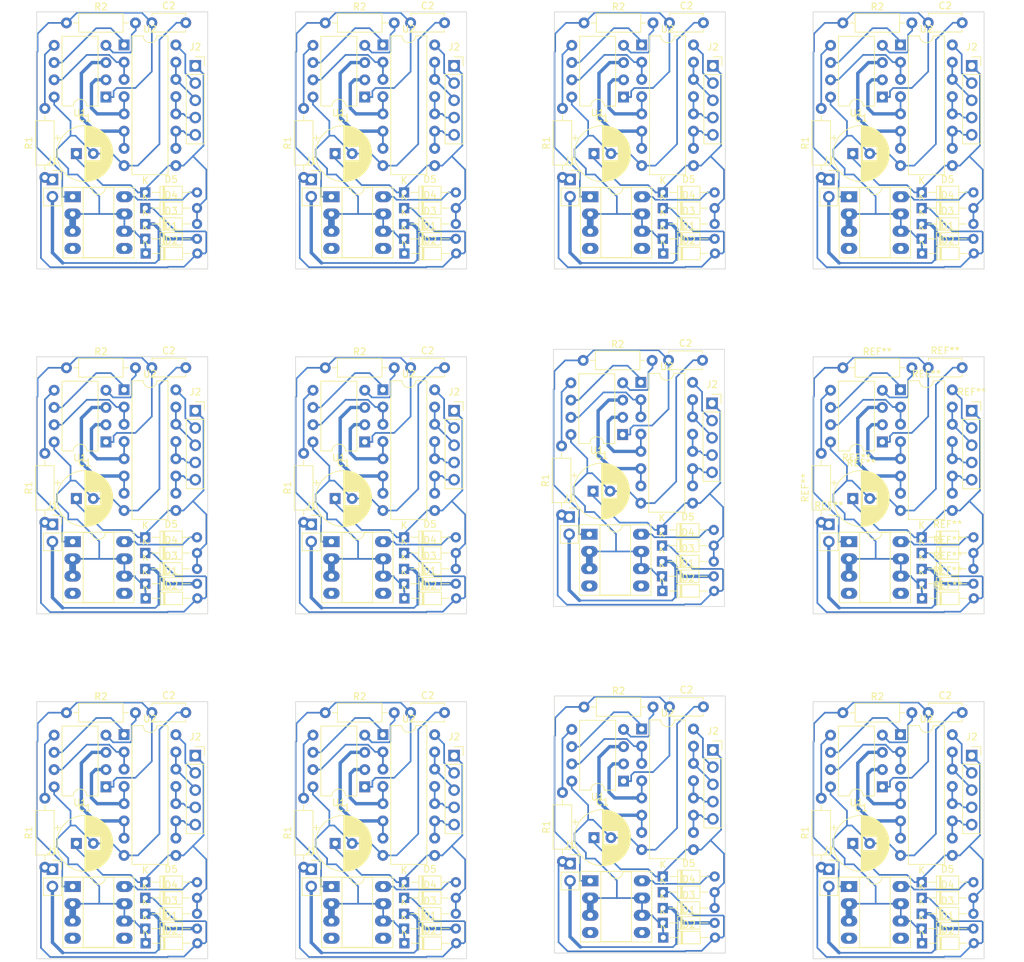
<source format=kicad_pcb>
(kicad_pcb (version 20211014) (generator pcbnew)
  (layers (0 "F.Cu" signal) (31 "B.Cu" signal) (34 "B.Paste" user) (35 "F.Paste" user) (36 "B.SilkS" user "B.Silkscreen") (37 "F.SilkS" user "F.Silkscreen") (38 "B.Mask" user) (39 "F.Mask" user) (44 "Edge.Cuts" user))
  (net 0 "")
  (net 1 "Net-(C1-Pad1)")
  (net 2 "Net-(C1-Pad2)")
  (net 3 "Net-(C2-Pad1)")
  (net 4 "Net-(D1-Pad2)")
  (net 5 "Net-(D2-Pad2)")
  (net 6 "Net-(IC1-Pad8)")
  (net 9 "Net-(J2-Pad2)")
  (net 10 "Net-(J2-Pad3)")
  (net 11 "Net-(J2-Pad4)")
  (net 12 "Net-(J2-Pad5)")
  (net 13 "Net-(R1-Pad2)")
  (net 14 "Net-(R2-Pad2)")
  (net 15 "Net-(U1-Pad2)")
  (net 16 "Net-(U1-Pad3)")
  (net 17 "Net-(U1-Pad6)")
  (net 18 "Net-(U1-Pad7)")
  (footprint "Diode_THT:D_DO-34_SOD68_P7.62mm_Horizontal" (layer "F.Cu") (at 151.4348 60.550587)
    (fp_text reference "D3")
    (fp_text value "DIODE")
  )
  (footprint "Connector_PinSocket_2.54mm:PinSocket_1x02_P2.54mm_Vertical" (layer "F.Cu") (at 61.5696 155.597387)
    (fp_text reference "J1")
    (fp_text value "Conn_01x02_Female")
  )
  (footprint "Package_DIP:DIP-8_W7.62mm" (layer "F.Cu") (at 183.7436 41.856187 180)
    (fp_text reference "U1")
    (fp_text value "PIC12F629-IMC")
  )
  (footprint "Package_DIP:DIP-16_W7.62mm" (layer "F.Cu") (at 110.2206 135.774987)
    (fp_text reference "U2")
    (fp_text value "ULN2003")
  )
  (footprint "Package_DIP:DIP-8_W7.62mm" (layer "F.Cu") (at 107.5436 92.656187 180)
    (fp_text reference "U1")
    (fp_text value "PIC12F629-IMC")
  )
  (footprint "Connector_PinSocket_2.54mm:PinSocket_1x05_P2.54mm_Vertical" (layer "F.Cu") (at 158.8008 37.258787)
    (fp_text reference "J2")
    (fp_text value "Conn_01x05_Female")
  )
  (footprint "Capacitor_THT:CP_Radial_D8.0mm_P2.50mm" (layer "F.Cu") (at 103.1905 151.787387)
    (fp_text reference "C1")
    (fp_text value "4,7µF")
  )
  (footprint "Package_DIP:DIP-8_W7.62mm_Socket_LongPads" (layer "F.Cu") (at 140.7414 56.537387)
    (fp_text reference "REF**" hide)
    (fp_text value "DIP-8_W7.62mm_Socket_LongPads")
  )
  (footprint "Diode_THT:D_DO-34_SOD68_P7.62mm_Horizontal" (layer "F.Cu") (at 151.4348 156.661174)
    (fp_text reference "D5")
    (fp_text value "DIODE")
  )
  (footprint "Diode_THT:D_DO-34_SOD68_P7.62mm_Horizontal" (layer "F.Cu") (at 113.3348 164.334987)
    (fp_text reference "D1")
    (fp_text value "DIODE")
  )
  (footprint "Connector_PinSocket_2.54mm:PinSocket_1x05_P2.54mm_Vertical" (layer "F.Cu") (at 120.7008 88.058787)
    (fp_text reference "J2")
    (fp_text value "Conn_01x05_Female")
  )
  (footprint "Resistor_THT:R_Axial_DIN0207_L6.3mm_D2.5mm_P10.16mm_Horizontal" (layer "F.Cu") (at 136.525 103.4034 90)
    (fp_text reference "R1")
    (fp_text value "22k")
  )
  (footprint "Package_DIP:DIP-16_W7.62mm" (layer "F.Cu") (at 72.1206 34.174987)
    (fp_text reference "U2")
    (fp_text value "ULN2003")
  )
  (footprint "Connector_PinSocket_2.54mm:PinSocket_1x05_P2.54mm_Vertical" (layer "F.Cu") (at 196.9008 37.258787)
    (fp_text reference "J2")
    (fp_text value "Conn_01x05_Female")
  )
  (footprint "Diode_THT:D_DO-34_SOD68_P7.62mm_Horizontal" (layer "F.Cu") (at 113.3856 64.893987)
    (fp_text reference "D2")
    (fp_text value "DIODE")
  )
  (footprint "Connector_PinSocket_2.54mm:PinSocket_1x02_P2.54mm_Vertical" (layer "F.Cu") (at 99.6696 104.797387)
    (fp_text reference "J1")
    (fp_text value "Conn_01x02_Female")
  )
  (footprint "Connector_PinSocket_2.54mm:PinSocket_1x05_P2.54mm_Vertical" (layer "F.Cu") (at 158.8008 138.017574)
    (fp_text reference "J2")
    (fp_text value "Conn_01x05_Female")
  )
  (footprint "Package_DIP:DIP-8_W7.62mm_Socket_LongPads" (layer "F.Cu") (at 102.6414 158.137387)
    (fp_text reference "REF**" hide)
    (fp_text value "DIP-8_W7.62mm_Socket_LongPads")
  )
  (footprint "Diode_THT:D_DO-34_SOD68_P7.62mm_Horizontal" (layer "F.Cu") (at 113.3856 166.493987)
    (fp_text reference "D2")
    (fp_text value "DIODE")
  )
  (footprint "Capacitor_THT:CP_Radial_D8.0mm_P2.50mm" (layer "F.Cu") (at 141.2905 150.946174)
    (fp_text reference "C1")
    (fp_text value "4,7µF")
  )
  (footprint "Package_DIP:DIP-16_W7.62mm" (layer "F.Cu") (at 72.1206 84.974987)
    (fp_text reference "U2")
    (fp_text value "ULN2003")
  )
  (footprint "Diode_THT:D_DO-34_SOD68_P7.62mm_Horizontal" (layer "F.Cu") (at 189.5348 159.813787)
    (fp_text reference "D4")
    (fp_text value "DIODE")
  )
  (footprint "Package_DIP:DIP-8_W7.62mm" (layer "F.Cu") (at 69.4436 92.656187 180)
    (fp_text reference "U1")
    (fp_text value "PIC12F629-IMC")
  )
  (footprint "Diode_THT:D_DO-34_SOD68_P7.62mm_Horizontal" (layer "F.Cu") (at 113.3348 113.534987)
    (fp_text reference "D1")
    (fp_text value "DIODE")
  )
  (footprint "Package_DIP:DIP-16_W7.62mm" (layer "F.Cu") (at 110.2206 84.974987)
    (fp_text reference "U2")
    (fp_text value "ULN2003")
  )
  (footprint "Diode_THT:D_DO-34_SOD68_P7.62mm_Horizontal" (layer "F.Cu") (at 189.5348 164.334987)
    (fp_text reference "D1")
    (fp_text value "DIODE")
  )
  (footprint "Capacitor_THT:C_Disc_D4.7mm_W2.5mm_P5.00mm" (layer "F.Cu") (at 76.2 132.508787)
    (fp_text reference "C2")
    (fp_text value "100nF")
  )
  (footprint "Capacitor_THT:C_Disc_D4.7mm_W2.5mm_P5.00mm" (layer "F.Cu") (at 114.3 30.908787)
    (fp_text reference "C2")
    (fp_text value "100nF")
  )
  (footprint "Package_DIP:DIP-16_W7.62mm" (layer "F.Cu") (at 148.3206 34.174987)
    (fp_text reference "U2")
    (fp_text value "ULN2003")
  )
  (footprint "Diode_THT:D_DO-34_SOD68_P7.62mm_Horizontal" (layer "F.Cu") (at 113.3348 55.902387)
    (fp_text reference "D5")
    (fp_text value "DIODE")
  )
  (footprint "Diode_THT:D_DO-34_SOD68_P7.62mm_Horizontal" (layer "F.Cu") (at 151.4348 161.309374)
    (fp_text reference "D3")
    (fp_text value "DIODE")
  )
  (footprint "Capacitor_THT:CP_Radial_D8.0mm_P2.50mm" (layer "F.Cu") (at 179.3905 50.187387)
    (fp_text reference "C1")
    (fp_text value "4,7µF")
  )
  (footprint "Package_DIP:DIP-8_W7.62mm" (layer "F.Cu") (at 107.5436 143.456187 180)
    (fp_text reference "U1")
    (fp_text value "PIC12F629-IMC")
  )
  (footprint "Resistor_THT:R_Axial_DIN0207_L6.3mm_D2.5mm_P10.16mm_Horizontal" (layer "F.Cu") (at 63.627 132.534187)
    (fp_text reference "R2")
    (fp_text value "10K")
  )
  (footprint "Connector_PinSocket_2.54mm:PinSocket_1x02_P2.54mm_Vertical" (layer "F.Cu") (at 175.8696 53.997387)
    (fp_text reference "J1")
    (fp_text value "Conn_01x02_Female")
  )
  (footprint "Resistor_THT:R_Axial_DIN0207_L6.3mm_D2.5mm_P10.16mm_Horizontal" (layer "F.Cu") (at 177.927 30.934187)
    (fp_text reference "R2")
    (fp_text value "10K")
  )
  (footprint "Diode_THT:D_DO-34_SOD68_P7.62mm_Horizontal" (layer "F.Cu") (at 75.2348 55.902387)
    (fp_text reference "D5")
    (fp_text value "DIODE")
  )
  (footprint "Resistor_THT:R_Axial_DIN0207_L6.3mm_D2.5mm_P10.16mm_Horizontal" (layer "F.Cu") (at 136.652 154.451374 90)
    (fp_text reference "R1")
    (fp_text value "22k")
  )
  (footprint "Diode_THT:D_DO-34_SOD68_P7.62mm_Horizontal" (layer "F.Cu") (at 75.2348 109.013787)
    (fp_text reference "D4")
    (fp_text value "DIODE")
  )
  (footprint "Resistor_THT:R_Axial_DIN0207_L6.3mm_D2.5mm_P10.16mm_Horizontal" (layer "F.Cu") (at 101.727 132.534187)
    (fp_text reference "R2")
    (fp_text value "10K")
  )
  (footprint "Package_DIP:DIP-16_W7.62mm" (layer "F.Cu") (at 110.2206 34.174987)
    (fp_text reference "U2")
    (fp_text value "ULN2003")
  )
  (footprint "Diode_THT:D_DO-34_SOD68_P7.62mm_Horizontal" (layer "F.Cu") (at 113.3856 115.693987)
    (fp_text reference "D2")
    (fp_text value "DIODE")
  )
  (footprint "Connector_PinSocket_2.54mm:PinSocket_1x02_P2.54mm_Vertical" (layer "F.Cu") (at 137.7696 53.997387)
    (fp_text reference "J1")
    (fp_text value "Conn_01x02_Female")
  )
  (footprint "Diode_THT:D_DO-34_SOD68_P7.62mm_Horizontal" (layer "F.Cu") (at 151.3078 105.6132)
    (fp_text reference "D5")
    (fp_text value "DIODE")
  )
  (footprint "Resistor_THT:R_Axial_DIN0207_L6.3mm_D2.5mm_P10.16mm_Horizontal" (layer "F.Cu") (at 98.552 155.292587 90)
    (fp_text reference "R1")
    (fp_text value "22k")
  )
  (footprint "Package_DIP:DIP-8_W7.62mm" (layer "F.Cu") (at 69.4436 143.456187 180)
    (fp_text reference "U1")
    (fp_text value "PIC12F629-IMC")
  )
  (footprint "Resistor_THT:R_Axial_DIN0207_L6.3mm_D2.5mm_P10.16mm_Horizontal" (layer "F.Cu") (at 139.827 131.692974)
    (fp_text reference "R2")
    (fp_text value "10K")
  )
  (footprint "Connector_PinSocket_2.54mm:PinSocket_1x05_P2.54mm_Vertical" (layer "F.Cu") (at 158.6738 86.9696)
    (fp_text reference "J2")
    (fp_text value "Conn_01x05_Female")
  )
  (footprint "Diode_THT:D_DO-34_SOD68_P7.62mm_Horizontal" (layer "F.Cu") (at 189.5348 62.734987)
    (fp_text reference "D1")
    (fp_text value "DIODE")
  )
  (footprint "Connector_PinSocket_2.54mm:PinSocket_1x02_P2.54mm_Vertical" (layer "F.Cu") (at 175.8696 104.797387)
    (fp_text reference "REF**")
    (fp_text value "Conn_01x02_Female")
  )
  (footprint "Resistor_THT:R_Axial_DIN0207_L6.3mm_D2.5mm_P10.16mm_Horizontal" (layer "F.Cu") (at 98.552 53.692587 90)
    (fp_text reference "R1")
    (fp_text value "22k")
  )
  (footprint "Package_DIP:DIP-8_W7.62mm_Socket_LongPads" (layer "F.Cu") (at 64.5414 158.137387)
    (fp_text reference "REF**" hide)
    (fp_text value "DIP-8_W7.62mm_Socket_LongPads")
  )
  (footprint "Diode_THT:D_DO-34_SOD68_P7.62mm_Horizontal" (layer "F.Cu") (at 75.2348 113.534987)
    (fp_text reference "D1")
    (fp_text value "DIODE")
  )
  (footprint "Resistor_THT:R_Axial_DIN0207_L6.3mm_D2.5mm_P10.16mm_Horizontal" (layer "F.Cu") (at 177.927 81.734187)
    (fp_text reference "REF**")
    (fp_text value "10K")
  )
  (footprint "Capacitor_THT:CP_Radial_D8.0mm_P2.50mm" (layer "F.Cu") (at 65.0905 151.787387)
    (fp_text reference "C1")
    (fp_text value "4,7µF")
  )
  (footprint "Diode_THT:D_DO-34_SOD68_P7.62mm_Horizontal" (layer "F.Cu") (at 75.2348 157.502387)
    (fp_text reference "D5")
    (fp_text value "DIODE")
  )
  (footprint "Package_DIP:DIP-8_W7.62mm_Socket_LongPads" (layer "F.Cu") (at 178.8414 158.137387)
    (fp_text reference "REF**" hide)
    (fp_text value "DIP-8_W7.62mm_Socket_LongPads")
  )
  (footprint "Package_DIP:DIP-16_W7.62mm" (layer "F.Cu") (at 148.1936 83.8858)
    (fp_text reference "U2")
    (fp_text value "ULN2003")
  )
  (footprint "Capacitor_THT:C_Disc_D4.7mm_W2.5mm_P5.00mm" (layer "F.Cu") (at 76.2 81.708787)
    (fp_text reference "C2")
    (fp_text value "100nF")
  )
  (footprint "Package_DIP:DIP-8_W7.62mm" (layer "F.Cu") (at 145.6436 142.614974 180)
    (fp_text reference "U1")
    (fp_text value "PIC12F629-IMC")
  )
  (footprint "Diode_THT:D_DO-34_SOD68_P7.62mm_Horizontal" (layer "F.Cu") (at 189.5856 64.893987)
    (fp_text reference "D2")
    (fp_text value "DIODE")
  )
  (footprint "Capacitor_THT:C_Disc_D4.7mm_W2.5mm_P5.00mm" (layer "F.Cu") (at 152.4 131.667574)
    (fp_text reference "C2")
    (fp_text value "100nF")
  )
  (footprint "Diode_THT:D_DO-34_SOD68_P7.62mm_Horizontal" (layer "F.Cu") (at 75.2348 164.334987)
    (fp_text reference "D1")
    (fp_text value "DIODE")
  )
  (footprint "Diode_THT:D_DO-34_SOD68_P7.62mm_Horizontal" (layer "F.Cu") (at 189.5856 166.493987)
    (fp_text reference "D2")
    (fp_text value "DIODE")
  )
  (footprint "Package_DIP:DIP-8_W7.62mm" (layer "F.Cu") (at 107.5436 41.856187 180)
    (fp_text reference "U1")
    (fp_text value "PIC12F629-IMC")
  )
  (footprint "Diode_THT:D_DO-34_SOD68_P7.62mm_Horizontal" (layer "F.Cu") (at 189.5348 55.902387)
    (fp_text reference "D5")
    (fp_text value "DIODE")
  )
  (footprint "Capacitor_THT:CP_Radial_D8.0mm_P2.50mm" (layer "F.Cu") (at 103.1905 100.987387)
    (fp_text reference "C1")
    (fp_text value "4,7µF")
  )
  (footprint "Resistor_THT:R_Axial_DIN0207_L6.3mm_D2.5mm_P10.16mm_Horizontal" (layer "F.Cu") (at 60.452 53.692587 90)
    (fp_text reference "R1")
    (fp_text value "22k")
  )
  (footprint "Capacitor_THT:C_Disc_D4.7mm_W2.5mm_P5.00mm" (layer "F.Cu") (at 152.4 30.908787)
    (fp_text reference "C2")
    (fp_text value "100nF")
  )
  (footprint "Package_DIP:DIP-16_W7.62mm" (layer "F.Cu") (at 148.3206 134.933774)
    (fp_text reference "U2")
    (fp_text value "ULN2003")
  )
  (footprint "Package_DIP:DIP-8_W7.62mm_Socket_LongPads" (layer "F.Cu") (at 178.8414 107.337387)
    (fp_text reference "REF**" hide)
    (fp_text value "DIP-8_W7.62mm_Socket_LongPads")
  )
  (footprint "Resistor_THT:R_Axial_DIN0207_L6.3mm_D2.5mm_P10.16mm_Horizontal" (layer "F.Cu") (at 98.552 104.492587 90)
    (fp_text reference "R1")
    (fp_text value "22k")
  )
  (footprint "Capacitor_THT:CP_Radial_D8.0mm_P2.50mm" (layer "F.Cu") (at 65.0905 50.187387)
    (fp_text reference "C1")
    (fp_text value "4,7µF")
  )
  (footprint "Resistor_THT:R_Axial_DIN0207_L6.3mm_D2.5mm_P10.16mm_Horizontal" (layer "F.Cu") (at 174.752 104.492587 90)
    (fp_text reference "REF**")
    (fp_text value "22k")
  )
  (footprint "Diode_THT:D_DO-34_SOD68_P7.62mm_Horizontal" (layer "F.Cu") (at 113.3348 58.213787)
    (fp_text reference "D4")
    (fp_text value "DIODE")
  )
  (footprint "Resistor_THT:R_Axial_DIN0207_L6.3mm_D2.5mm_P10.16mm_Horizontal" (layer "F.Cu") (at 136.652 53.692587 90)
    (fp_text reference "R1")
    (fp_text value "22k")
  )
  (footprint "Package_DIP:DIP-8_W7.62mm_Socket_LongPads" (layer "F.Cu") (at 140.6144 106.2482)
    (fp_text reference "REF**" hide)
    (fp_text value "DIP-8_W7.62mm_Socket_LongPads")
  )
  (footprint "Package_DIP:DIP-8_W7.62mm_Socket_LongPads" (layer "F.Cu") (at 178.8414 56.537387)
    (fp_text reference "REF**" hide)
    (fp_text value "DIP-8_W7.62mm_Socket_LongPads")
  )
  (footprint "Diode_THT:D_DO-34_SOD68_P7.62mm_Horizontal" (layer "F.Cu") (at 151.4348 163.493774)
    (fp_text reference "D1")
    (fp_text value "DIODE")
  )
  (footprint "Resistor_THT:R_Axial_DIN0207_L6.3mm_D2.5mm_P10.16mm_Horizontal" (layer "F.Cu") (at 174.752 155.292587 90)
    (fp_text reference "R1")
    (fp_text value "22k")
  )
  (footprint "Package_DIP:DIP-8_W7.62mm" (layer "F.Cu") (at 183.7436 143.456187 180)
    (fp_text reference "U1")
    (fp_text value "PIC12F629-IMC")
  )
  (footprint "Connector_PinSocket_2.54mm:PinSocket_1x05_P2.54mm_Vertical" (layer "F.Cu") (at 196.9008 88.058787)
    (fp_text reference "REF**")
    (fp_text value "Conn_01x05_Female")
  )
  (footprint "Package_DIP:DIP-8_W7.62mm_Socket_LongPads" (layer "F.Cu") (at 140.7414 157.296174)
    (fp_text reference "REF**" hide)
    (fp_text value "DIP-8_W7.62mm_Socket_LongPads")
  )
  (footprint "Diode_THT:D_DO-34_SOD68_P7.62mm_Horizontal" (layer "F.Cu") (at 75.2856 64.893987)
    (fp_text reference "D2")
    (fp_text value "DIODE")
  )
  (footprint "Diode_THT:D_DO-34_SOD68_P7.62mm_Horizontal" (layer "F.Cu") (at 189.5348 58.213787)
    (fp_text reference "D4")
    (fp_text value "DIODE")
  )
  (footprint "Capacitor_THT:CP_Radial_D8.0mm_P2.50mm" (layer "F.Cu") (at 103.1905 50.187387)
    (fp_text reference "C1")
    (fp_text value "4,7µF")
  )
  (footprint "Diode_THT:D_DO-34_SOD68_P7.62mm_Horizontal" (layer "F.Cu") (at 189.5348 106.702387)
    (fp_text reference "REF**")
    (fp_text value "DIODE")
  )
  (footprint "Diode_THT:D_DO-34_SOD68_P7.62mm_Horizontal" (layer "F.Cu") (at 75.2348 62.734987)
    (fp_text reference "D1")
    (fp_text value "DIODE")
  )
  (footprint "Package_DIP:DIP-8_W7.62mm" (layer "F.Cu") (at 183.7436 92.656187 180)
    (fp_text reference "REF**")
    (fp_text value "PIC12F629-IMC")
  )
  (footprint "Resistor_THT:R_Axial_DIN0207_L6.3mm_D2.5mm_P10.16mm_Horizontal" (layer "F.Cu") (at 60.452 155.292587 90)
    (fp_text reference "R1")
    (fp_text value "22k")
  )
  (footprint "Diode_THT:D_DO-34_SOD68_P7.62mm_Horizontal" (layer "F.Cu") (at 113.3348 162.150587)
    (fp_text reference "D3")
    (fp_text value "DIODE")
  )
  (footprint "Diode_THT:D_DO-34_SOD68_P7.62mm_Horizontal" (layer "F.Cu") (at 151.4348 158.972574)
    (fp_text reference "D4")
    (fp_text value "DIODE")
  )
  (footprint "Resistor_THT:R_Axial_DIN0207_L6.3mm_D2.5mm_P10.16mm_Horizontal" (layer "F.Cu") (at 174.752 53.692587 90)
    (fp_text reference "R1")
    (fp_text value "22k")
  )
  (footprint "Diode_THT:D_DO-34_SOD68_P7.62mm_Horizontal" (layer "F.Cu") (at 151.3078 112.4458)
    (fp_text reference "D1")
    (fp_text value "DIODE")
  )
  (footprint "Connector_PinSocket_2.54mm:PinSocket_1x02_P2.54mm_Vertical" (layer "F.Cu") (at 61.5696 104.797387)
    (fp_text reference "J1")
    (fp_text value "Conn_01x02_Female")
  )
  (footprint "Connector_PinSocket_2.54mm:PinSocket_1x02_P2.54mm_Vertical" (layer "F.Cu") (at 99.6696 155.597387)
    (fp_text reference "J1")
    (fp_text value "Conn_01x02_Female")
  )
  (footprint "Diode_THT:D_DO-34_SOD68_P7.62mm_Horizontal" (layer "F.Cu") (at 189.5348 113.534987)
    (fp_text reference "REF**")
    (fp_text value "DIODE")
  )
  (footprint "Capacitor_THT:C_Disc_D4.7mm_W2.5mm_P5.00mm" (layer "F.Cu") (at 190.5 81.708787)
    (fp_text reference "REF**")
    (fp_text value "100nF")
  )
  (footprint "Diode_THT:D_DO-34_SOD68_P7.62mm_Horizontal" (layer "F.Cu") (at 189.5856 115.693987)
    (fp_text reference "REF**")
    (fp_text value "DIODE")
  )
  (footprint "Diode_THT:D_DO-34_SOD68_P7.62mm_Horizontal" (layer "F.Cu") (at 151.3078 107.9246)
    (fp_text reference "D4")
    (fp_text value "DIODE")
  )
  (footprint "Package_DIP:DIP-8_W7.62mm" (layer "F.Cu") (at 145.6436 41.856187 180)
    (fp_text reference "U1")
    (fp_text value "PIC12F629-IMC")
  )
  (footprint "Capacitor_THT:C_Disc_D4.7mm_W2.5mm_P5.00mm" (layer "F.Cu") (at 190.5 132.508787)
    (fp_text reference "C2")
    (fp_text value "100nF")
  )
  (footprint "Diode_THT:D_DO-34_SOD68_P7.62mm_Horizontal" (layer "F.Cu") (at 113.3348 62.734987)
    (fp_text reference "D1")
    (fp_text value "DIODE")
  )
  (footprint "Package_DIP:DIP-8_W7.62mm" (layer "F.Cu") (at 145.5166 91.567 180)
    (fp_text reference "U1")
    (fp_text value "PIC12F629-IMC")
  )
  (footprint "Diode_THT:D_DO-34_SOD68_P7.62mm_Horizontal" (layer "F.Cu") (at 151.4348 58.213787)
    (fp_text reference "D4")
    (fp_text value "DIODE")
  )
  (footprint "Diode_THT:D_DO-34_SOD68_P7.62mm_Horizontal" (layer "F.Cu") (at 113.3348 111.350587)
    (fp_text reference "D3")
    (fp_text value "DIODE")
  )
  (footprint "Connector_PinSocket_2.54mm:PinSocket_1x02_P2.54mm_Vertical" (layer "F.Cu") (at 137.6426 103.7082)
    (fp_text reference "J1")
    (fp_text value "Conn_01x02_Female")
  )
  (footprint "Capacitor_THT:C_Disc_D4.7mm_W2.5mm_P5.00mm" (layer "F.Cu") (at 76.2 30.908787)
    (fp_text reference "C2")
    (fp_text value "100nF")
  )
  (footprint "Capacitor_THT:C_Disc_D4.7mm_W2.5mm_P5.00mm" (layer "F.Cu") (at 114.3 132.508787)
    (fp_text reference "C2")
    (fp_text value "100nF")
  )
  (footprint "Diode_THT:D_DO-34_SOD68_P7.62mm_Horizontal" (layer "F.Cu") (at 151.4856 165.652774)
    (fp_text reference "D2")
    (fp_text value "DIODE")
  )
  (footprint "Connector_PinSocket_2.54mm:PinSocket_1x05_P2.54mm_Vertical" (layer "F.Cu") (at 196.9008 138.858787)
    (fp_text reference "J2")
    (fp_text value "Conn_01x05_Female")
  )
  (footprint "Diode_THT:D_DO-34_SOD68_P7.62mm_Horizontal" (layer "F.Cu") (at 75.2856 166.493987)
    (fp_text reference "D2")
    (fp_text value "DIODE")
  )
  (footprint "Package_DIP:DIP-8_W7.62mm_Socket_LongPads" (layer "F.Cu") (at 64.5414 56.537387)
    (fp_text reference "REF**" hide)
    (fp_text value "DIP-8_W7.62mm_Socket_LongPads")
  )
  (footprint "Connector_PinSocket_2.54mm:PinSocket_1x02_P2.54mm_Vertical" (layer "F.Cu") (at 137.7696 154.756174)
    (fp_text reference "J1")
    (fp_text value "Conn_01x02_Female")
  )
  (footprint "Diode_THT:D_DO-34_SOD68_P7.62mm_Horizontal" (layer "F.Cu") (at 75.2348 111.350587)
    (fp_text reference "D3")
    (fp_text value "DIODE")
  )
  (footprint "Diode_THT:D_DO-34_SOD68_P7.62mm_Horizontal" (layer "F.Cu") (at 189.5348 60.550587)
    (fp_text reference "D3")
    (fp_text value "DIODE")
  )
  (footprint "Diode_THT:D_DO-34_SOD68_P7.62mm_Horizontal" (layer "F.Cu") (at 113.3348 60.550587)
    (fp_text reference "D3")
    (fp_text value "DIODE")
  )
  (footprint "Diode_THT:D_DO-34_SOD68_P7.62mm_Horizontal" (layer "F.Cu") (at 75.2348 162.150587)
    (fp_text reference "D3")
    (fp_text value "DIODE")
  )
  (footprint "Diode_THT:D_DO-34_SOD68_P7.62mm_Horizontal" (layer "F.Cu") (at 189.5348 111.350587)
    (fp_text reference "REF**")
    (fp_text value "DIODE")
  )
  (footprint "Connector_PinSocket_2.54mm:PinSocket_1x05_P2.54mm_Vertical" (layer "F.Cu") (at 120.7008 37.258787)
    (fp_text reference "J2")
    (fp_text value "Conn_01x05_Female")
  )
  (footprint "Capacitor_THT:CP_Radial_D8.0mm_P2.50mm" (layer "F.Cu") (at 65.0905 100.987387)
    (fp_text reference "C1")
    (fp_text value "4,7µF")
  )
  (footprint "Capacitor_THT:C_Disc_D4.7mm_W2.5mm_P5.00mm" (layer "F.Cu") (at 190.5 30.908787)
    (fp_text reference "C2")
    (fp_text value "100nF")
  )
  (footprint "Resistor_THT:R_Axial_DIN0207_L6.3mm_D2.5mm_P10.16mm_Horizontal" (layer "F.Cu") (at 139.7 80.645)
    (fp_text reference "R2")
    (fp_text value "10K")
  )
  (footprint "Connector_PinSocket_2.54mm:PinSocket_1x02_P2.54mm_Vertical" (layer "F.Cu") (at 175.8696 155.597387)
    (fp_text reference "J1")
    (fp_text value "Conn_01x02_Female")
  )
  (footprint "Diode_THT:D_DO-34_SOD68_P7.62mm_Horizontal" (layer "F.Cu") (at 151.4348 55.902387)
    (fp_text reference "D5")
    (fp_text value "DIODE")
  )
  (footprint "Connector_PinSocket_2.54mm:PinSocket_1x05_P2.54mm_Vertical" (layer "F.Cu") (at 82.6008 37.258787)
    (fp_text reference "J2")
    (fp_text value "Conn_01x05_Female")
  )
  (footprint "Connector_PinSocket_2.54mm:PinSocket_1x05_P2.54mm_Vertical" (layer "F.Cu") (at 82.6008 88.058787)
    (fp_text reference "J2")
    (fp_text value "Conn_01x05_Female")
  )
  (footprint "Package_DIP:DIP-8_W7.62mm_Socket_LongPads" (layer "F.Cu") (at 102.6414 56.537387)
    (fp_text reference "REF**" hide)
    (fp_text value "DIP-8_W7.62mm_Socket_LongPads")
  )
  (footprint "Diode_THT:D_DO-34_SOD68_P7.62mm_Horizontal" (layer "F.Cu") (at 75.2856 115.693987)
    (fp_text reference "D2")
    (fp_text value "DIODE")
  )
  (footprint "Diode_THT:D_DO-34_SOD68_P7.62mm_Horizontal" (layer "F.Cu") (at 75.2348 106.702387)
    (fp_text reference "D5")
    (fp_text value "DIODE")
  )
  (footprint "Diode_THT:D_DO-34_SOD68_P7.62mm_Horizontal" (layer "F.Cu") (at 151.3586 114.6048)
    (fp_text reference "D2")
    (fp_text value "DIODE")
  )
  (footprint "Capacitor_THT:C_Disc_D4.7mm_W2.5mm_P5.00mm" (layer "F.Cu") (at 152.273 80.6196)
    (fp_text reference "C2")
    (fp_text value "100nF")
  )
  (footprint "Capacitor_THT:CP_Radial_D8.0mm_P2.50mm" (layer "F.Cu") (at 179.3905 151.787387)
    (fp_text reference "C1")
    (fp_text value "4,7µF")
  )
  (footprint "Diode_THT:D_DO-34_SOD68_P7.62mm_Horizontal" (layer "F.Cu") (at 151.3078 110.2614)
    (fp_text reference "D3")
    (fp_text value "DIODE")
  )
  (footprint "Package_DIP:DIP-8_W7.62mm" (layer "F.Cu") (at 69.4436 41.856187 180)
    (fp_text reference "U1")
    (fp_text value "PIC12F629-IMC")
  )
  (footprint "Diode_THT:D_DO-34_SOD68_P7.62mm_Horizontal" (layer "F.Cu") (at 151.4856 64.893987)
    (fp_text reference "D2")
    (fp_text value "DIODE")
  )
  (footprint "Package_DIP:DIP-16_W7.62mm" (layer "F.Cu") (at 186.4206 135.774987)
    (fp_text reference "U2")
    (fp_text value "ULN2003")
  )
  (footprint "Connector_PinSocket_2.54mm:PinSocket_1x02_P2.54mm_Vertical" (layer "F.Cu") (at 61.5696 53.997387)
    (fp_text reference "J1")
    (fp_text value "Conn_01x02_Female")
  )
  (footprint "Diode_THT:D_DO-34_SOD68_P7.62mm_Horizontal" (layer "F.Cu") (at 113.3348 157.502387)
    (fp_text reference "D5")
    (fp_text value "DIODE")
  )
  (footprint "Connector_PinSocket_2.54mm:PinSocket_1x05_P2.54mm_Vertical" (layer "F.Cu") (at 82.6008 138.858787)
    (fp_text reference "J2")
    (fp_text value "Conn_01x05_Female")
  )
  (footprint "Diode_THT:D_DO-34_SOD68_P7.62mm_Horizontal" (layer "F.Cu") (at 75.2348 159.813787)
    (fp_text reference "D4")
    (fp_text value "DIODE")
  )
  (footprint "Diode_THT:D_DO-34_SOD68_P7.62mm_Horizontal" (layer "F.Cu") (at 75.2348 60.550587)
    (fp_text reference "D3")
    (fp_text value "DIODE")
  )
  (footprint "Capacitor_THT:CP_Radial_D8.0mm_P2.50mm" (layer "F.Cu") (at 141.2905 50.187387)
    (fp_text reference "C1")
    (fp_text value "4,7µF")
  )
  (footprint "Capacitor_THT:C_Disc_D4.7mm_W2.5mm_P5.00mm" (layer "F.Cu") (at 114.3 81.708787)
    (fp_text reference "C2")
    (fp_text value "100nF")
  )
  (footprint "Diode_THT:D_DO-34_SOD68_P7.62mm_Horizontal" (layer "F.Cu") (at 189.5348 157.502387)
    (fp_text reference "D5")
    (fp_text value "DIODE")
  )
  (footprint "Capacitor_THT:CP_Radial_D8.0mm_P2.50mm" (layer "F.Cu") (at 141.1635 99.8982)
    (fp_text reference "C1")
    (fp_text value "4,7µF")
  )
  (footprint "Resistor_THT:R_Axial_DIN0207_L6.3mm_D2.5mm_P10.16mm_Horizontal" (layer "F.Cu") (at 60.452 104.492587 90)
    (fp_text reference "R1")
    (fp_text value "22k")
  )
  (footprint "Resistor_THT:R_Axial_DIN0207_L6.3mm_D2.5mm_P10.16mm_Horizontal" (layer "F.Cu") (at 63.627 30.934187)
    (fp_text reference "R2")
    (fp_text value "10K")
  )
  (footprint "Diode_THT:D_DO-34_SOD68_P7.62mm_Horizontal" (layer "F.Cu") (at 189.5348 109.013787)
    (fp_text reference "REF**")
    (fp_text value "DIODE")
  )
  (footprint "Package_DIP:DIP-16_W7.62mm" (layer "F.Cu") (at 72.1206 135.774987)
    (fp_text reference "U2")
    (fp_text value "ULN2003")
  )
  (footprint "Diode_THT:D_DO-34_SOD68_P7.62mm_Horizontal" (layer "F.Cu") (at 113.3348 109.013787)
    (fp_text reference "D4")
    (fp_text value "DIODE")
  )
  (footprint "Resistor_THT:R_Axial_DIN0207_L6.3mm_D2.5mm_P10.16mm_Horizontal" (layer "F.Cu") (at 139.827 30.934187)
    (fp_text reference "R2")
    (fp_text value "10K")
  )
  (footprint "Package_DIP:DIP-16_W7.62mm" (layer "F.Cu") (at 186.4206 84.974987)
    (fp_text reference "REF**")
    (fp_text value "ULN2003")
  )
  (footprint "Diode_THT:D_DO-34_SOD68_P7.62mm_Horizontal" (layer "F.Cu") (at 113.3348 106.702387)
    (fp_text reference "D5")
    (fp_text value "DIODE")
  )
  (footprint "Diode_THT:D_DO-34_SOD68_P7.62mm_Horizontal" (layer "F.Cu") (at 151.4348 62.734987)
    (fp_text reference "D1")
    (fp_text value "DIODE")
  )
  (footprint "Connector_PinSocket_2.54mm:PinSocket_1x02_P2.54mm_Vertical" (layer "F.Cu") (at 99.6696 53.997387)
    (fp_text reference "J1")
    (fp_text value "Conn_01x02_Female")
  )
  (footprint "Package_DIP:DIP-8_W7.62mm_Socket_LongPads" (layer "F.Cu") (at 64.5414 107.337387)
    (fp_text reference "REF**" hide)
    (fp_text value "DIP-8_W7.62mm_Socket_LongPads")
  )
  (footprint "Diode_THT:D_DO-34_SOD68_P7.62mm_Horizontal" (layer "F.Cu") (at 189.5348 162.150587)
    (fp_text reference "D3")
    (fp_text value "DIODE")
  )
  (footprint "Resistor_THT:R_Axial_DIN0207_L6.3mm_D2.5mm_P10.16mm_Horizontal" (layer "F.Cu") (at 177.927 132.534187)
    (fp_text reference "R2")
    (fp_text value "10K")
  )
  (footprint "Package_DIP:DIP-16_W7.62mm" (layer "F.Cu") (at 186.4206 34.174987)
    (fp_text reference "U2")
    (fp_text value "ULN2003")
  )
  (footprint "Resistor_THT:R_Axial_DIN0207_L6.3mm_D2.5mm_P10.16mm_Horizontal" (layer "F.Cu") (at 101.727 81.734187)
    (fp_text reference "R2")
    (fp_text value "10K")
  )
  (footprint "Resistor_THT:R_Axial_DIN0207_L6.3mm_D2.5mm_P10.16mm_Horizontal" (layer "F.Cu") (at 63.627 81.734187)
    (fp_text reference "R2")
    (fp_text value "10K")
  )
  (footprint "Diode_THT:D_DO-34_SOD68_P7.62mm_Horizontal" (layer "F.Cu") (at 113.3348 159.813787)
    (fp_text reference "D4")
    (fp_text value "DIODE")
  )
  (footprint "Connector_PinSocket_2.54mm:PinSocket_1x05_P2.54mm_Vertical" (layer "F.Cu") (at 120.7008 138.858787)
    (fp_text reference "J2")
    (fp_text value "Conn_01x05_Female")
  )
  (footprint "Package_DIP:DIP-8_W7.62mm_Socket_LongPads" (layer "F.Cu") (at 102.6414 107.337387)
    (fp_text reference "REF**" hide)
    (fp_text value "DIP-8_W7.62mm_Socket_LongPads")
  )
  (footprint "Diode_THT:D_DO-34_SOD68_P7.62mm_Horizontal" (layer "F.Cu") (at 75.2348 58.213787)
    (fp_text reference "D4")
    (fp_text value "DIODE")
  )
  (footprint "Resistor_THT:R_Axial_DIN0207_L6.3mm_D2.5mm_P10.16mm_Horizontal" (layer "F.Cu") (at 101.727 30.934187)
    (fp_text reference "R2")
    (fp_text value "10K")
  )
  (footprint "Capacitor_THT:CP_Radial_D8.0mm_P2.50mm" (layer "F.Cu") (at 179.3905 100.987387)
    (fp_text reference "REF**")
    (fp_text value "4,7µF")
  )
  (gr_rect (start 135.4582 29.308587) (end 160.6296 67.179987) (layer "Edge.Cuts") (width 0.1) (fill none))
  (gr_rect (start 135.4582 130.067374) (end 160.6296 167.938774) (layer "Edge.Cuts") (width 0.1) (fill none))
  (gr_rect (start 173.5582 130.908587) (end 198.7296 168.779987) (layer "Edge.Cuts") (width 0.1) (fill none))
  (gr_rect (start 173.5582 29.308587) (end 198.7296 67.179987) (layer "Edge.Cuts") (width 0.1) (fill none))
  (gr_rect (start 97.3582 130.908587) (end 122.5296 168.779987) (layer "Edge.Cuts") (width 0.1) (fill none))
  (gr_rect (start 173.5582 80.108587) (end 198.7296 117.979987) (layer "Edge.Cuts") (width 0.1) (fill none))
  (gr_rect (start 59.2582 80.108587) (end 84.4296 117.979987) (layer "Edge.Cuts") (width 0.1) (fill none))
  (gr_rect (start 59.2582 130.908587) (end 84.4296 168.779987) (layer "Edge.Cuts") (width 0.1) (fill none))
  (gr_rect (start 135.3312 79.0194) (end 160.5026 116.8908) (layer "Edge.Cuts") (width 0.1) (fill none))
  (gr_rect (start 59.2582 29.308587) (end 84.4296 67.179987) (layer "Edge.Cuts") (width 0.1) (fill none))
  (gr_rect (start 97.3582 29.308587) (end 122.5296 67.179987) (layer "Edge.Cuts") (width 0.1) (fill none))
  (gr_rect (start 97.3582 80.108587) (end 122.5296 117.979987) (layer "Edge.Cuts") (width 0.1) (fill none))
  (segment (start 155.378 51.954987) (end 155.9406 51.954987) (width 0.25) (layer "B.Cu") (net 1))
  (segment (start 121.9145 99.806387) (end 121.9145 89.272487) (width 0.25) (layer "B.Cu") (net 1))
  (segment (start 83.8145 89.272487) (end 82.6008 88.058787) (width 0.25) (layer "B.Cu") (net 1))
  (segment (start 79.7406 102.754987) (end 80.8659 102.754987) (width 0.25) (layer "B.Cu") (net 1))
  (segment (start 111.1842 156.427087) (end 112.2595 157.502387) (width 0.25) (layer "B.Cu") (net 1))
  (segment (start 116.7153 153.584287) (end 116.7153 153.554987) (width 0.25) (layer "B.Cu") (net 1))
  (segment (start 194.0406 102.754987) (end 195.1659 102.754987) (width 0.25) (layer "B.Cu") (net 1))
  (segment (start 121.9145 49.006387) (end 121.9145 38.472487) (width 0.25) (layer "B.Cu") (net 1))
  (segment (start 179.3905 151.787387) (end 179.3905 152.522495) (width 0.25) (layer "B.Cu") (net 1))
  (segment (start 158.325882 100.278818) (end 159.8875 98.7172) (width 0.25) (layer "B.Cu") (net 1))
  (segment (start 117.278 153.554987) (end 116.7153 153.554987) (width 0.25) (layer "B.Cu") (net 1))
  (segment (start 145.195092 54.827087) (end 149.2842 54.827087) (width 0.25) (layer "B.Cu") (net 1))
  (segment (start 159.0548 58.213787) (end 160.428697 56.83989) (width 0.25) (layer "B.Cu") (net 1))
  (segment (start 141.1635 99.8982) (end 141.1635 100.633308) (width 0.25) (layer "B.Cu") (net 1))
  (segment (start 198.528697 154.14382) (end 196.552882 152.168005) (width 0.25) (layer "B.Cu") (net 1))
  (segment (start 122.328697 158.43989) (end 122.328697 154.14382) (width 0.25) (layer "B.Cu") (net 1))
  (segment (start 84.228697 107.63989) (end 84.228697 103.34382) (width 0.25) (layer "B.Cu") (net 1))
  (segment (start 145.195092 155.585874) (end 149.2842 155.585874) (width 0.25) (layer "B.Cu") (net 1))
  (segment (start 117.8406 102.754987) (end 118.9659 102.754987) (width 0.25) (layer "B.Cu") (net 1))
  (segment (start 141.1635 100.633308) (end 145.068092 104.5379) (width 0.25) (layer "B.Cu") (net 1))
  (segment (start 121.9145 140.072487) (end 120.7008 138.858787) (width 0.25) (layer "B.Cu") (net 1))
  (segment (start 196.552882 101.368005) (end 198.1145 99.806387) (width 0.25) (layer "B.Cu") (net 1))
  (segment (start 117.278 51.954987) (end 117.8406 51.954987) (width 0.25) (layer "B.Cu") (net 1))
  (segment (start 79.178 153.554987) (end 78.6153 153.554987) (width 0.25) (layer "B.Cu") (net 1))
  (segment (start 198.528697 56.83989) (end 198.528697 52.54382) (width 0.25) (layer "B.Cu") (net 1))
  (segment (start 113.3348 55.902387) (end 112.7972 55.902387) (width 0.25) (layer "B.Cu") (net 1))
  (segment (start 82.8548 162.150587) (end 82.8548 159.813787) (width 0.25) (layer "B.Cu") (net 1))
  (segment (start 198.1145 150.606387) (end 198.1145 140.072487) (width 0.25) (layer "B.Cu") (net 1))
  (segment (start 188.4595 106.702387) (end 188.9972 106.702387) (width 0.25) (layer "B.Cu") (net 1))
  (segment (start 151.4348 156.661174) (end 150.8972 156.661174) (width 0.25) (layer "B.Cu") (net 1))
  (segment (start 154.6883 101.6951) (end 154.6883 101.6658) (width 0.25) (layer "B.Cu") (net 1))
  (segment (start 197.1548 162.150587) (end 197.1548 159.813787) (width 0.25) (layer "B.Cu") (net 1))
  (segment (start 155.8136 101.6658) (end 156.9389 101.6658) (width 0.25) (layer "B.Cu") (net 1))
  (segment (start 141.2905 50.187387) (end 141.2905 50.922495) (width 0.25) (layer "B.Cu") (net 1))
  (segment (start 74.1595 106.702387) (end 74.6972 106.702387) (width 0.25) (layer "B.Cu") (net 1))
  (segment (start 107.095092 156.427087) (end 111.1842 156.427087) (width 0.25) (layer "B.Cu") (net 1))
  (segment (start 118.9659 102.754987) (end 120.352882 101.368005) (width 0.25) (layer "B.Cu") (net 1))
  (segment (start 120.9548 162.150587) (end 120.9548 159.813787) (width 0.25) (layer "B.Cu") (net 1))
  (segment (start 197.1548 111.350587) (end 197.1548 109.013787) (width 0.25) (layer "B.Cu") (net 1))
  (segment (start 78.6153 153.584287) (end 78.6153 153.554987) (width 0.25) (layer "B.Cu") (net 1))
  (segment (start 195.1659 102.754987) (end 196.552882 101.368005) (width 0.25) (layer "B.Cu") (net 1))
  (segment (start 74.6972 55.902387) (end 78.6153 51.984287) (width 0.25) (layer "B.Cu") (net 1))
  (segment (start 73.0842 105.627087) (end 74.1595 106.702387) (width 0.25) (layer "B.Cu") (net 1))
  (segment (start 160.428697 52.54382) (end 158.452882 50.568005) (width 0.25) (layer "B.Cu") (net 1))
  (segment (start 197.1548 60.550587) (end 197.1548 58.213787) (width 0.25) (layer "B.Cu") (net 1))
  (segment (start 117.278 153.554987) (end 117.8406 153.554987) (width 0.25) (layer "B.Cu") (net 1))
  (segment (start 188.4595 157.502387) (end 188.9972 157.502387) (width 0.25) (layer "B.Cu") (net 1))
  (segment (start 120.352882 152.168005) (end 121.9145 150.606387) (width 0.25) (layer "B.Cu") (net 1))
  (segment (start 189.5348 157.502387) (end 188.9972 157.502387) (width 0.25) (layer "B.Cu") (net 1))
  (segment (start 179.3905 50.922495) (end 183.295092 54.827087) (width 0.25) (layer "B.Cu") (net 1))
  (segment (start 117.278 102.754987) (end 117.8406 102.754987) (width 0.25) (layer "B.Cu") (net 1))
  (segment (start 193.478 153.554987) (end 194.0406 153.554987) (width 0.25) (layer "B.Cu") (net 1))
  (segment (start 196.552882 50.568005) (end 198.1145 49.006387) (width 0.25) (layer "B.Cu") (net 1))
  (segment (start 198.528697 103.34382) (end 196.552882 101.368005) (width 0.25) (layer "B.Cu") (net 1))
  (segment (start 113.3348 106.702387) (end 112.7972 106.702387) (width 0.25) (layer "B.Cu") (net 1))
  (segment (start 112.2595 157.502387) (end 112.7972 157.502387) (width 0.25) (layer "B.Cu") (net 1))
  (segment (start 111.1842 105.627087) (end 112.2595 106.702387) (width 0.25) (layer "B.Cu") (net 1))
  (segment (start 107.095092 105.627087) (end 111.1842 105.627087) (width 0.25) (layer "B.Cu") (net 1))
  (segment (start 188.9972 55.902387) (end 192.9153 51.984287) (width 0.25) (layer "B.Cu") (net 1))
  (segment (start 158.452882 151.326792) (end 160.0145 149.765174) (width 0.25) (layer "B.Cu") (net 1))
  (segment (start 141.2905 151.681282) (end 145.195092 155.585874) (width 0.25) (layer "B.Cu") (net 1))
  (segment (start 82.8548 159.813787) (end 84.228697 158.43989) (width 0.25) (layer "B.Cu") (net 1))
  (segment (start 187.3842 156.427087) (end 188.4595 157.502387) (width 0.25) (layer "B.Cu") (net 1))
  (segment (start 84.228697 56.83989) (end 84.228697 52.54382) (width 0.25) (layer "B.Cu") (net 1))
  (segment (start 192.9153 51.984287) (end 192.9153 51.954987) (width 0.25) (layer "B.Cu") (net 1))
  (segment (start 118.9659 153.554987) (end 120.352882 152.168005) (width 0.25) (layer "B.Cu") (net 1))
  (segment (start 193.478 51.954987) (end 192.9153 51.954987) (width 0.25) (layer "B.Cu") (net 1))
  (segment (start 82.252882 50.568005) (end 83.8145 49.006387) (width 0.25) (layer "B.Cu") (net 1))
  (segment (start 117.278 102.754987) (end 116.7153 102.754987) (width 0.25) (layer "B.Cu") (net 1))
  (segment (start 103.1905 151.787387) (end 103.1905 152.522495) (width 0.25) (layer "B.Cu") (net 1))
  (segment (start 155.378 51.954987) (end 154.8153 51.954987) (width 0.25) (layer "B.Cu") (net 1))
  (segment (start 118.9659 51.954987) (end 120.352882 50.568005) (width 0.25) (layer "B.Cu") (net 1))
  (segment (start 113.3348 157.502387) (end 112.7972 157.502387) (width 0.25) (layer "B.Cu") (net 1))
  (segment (start 183.295092 105.627087) (end 187.3842 105.627087) (width 0.25) (layer "B.Cu") (net 1))
  (segment (start 192.9153 153.584287) (end 192.9153 153.554987) (width 0.25) (layer "B.Cu") (net 1))
  (segment (start 198.1145 49.006387) (end 198.1145 38.472487) (width 0.25) (layer "B.Cu") (net 1))
  (segment (start 149.2842 155.585874) (end 150.3595 156.661174) (width 0.25) (layer "B.Cu") (net 1))
  (segment (start 103.1905 152.522495) (end 107.095092 156.427087) (width 0.25) (layer "B.Cu") (net 1))
  (segment (start 159.0548 158.972574) (end 160.428697 157.598677) (width 0.25) (layer "B.Cu") (net 1))
  (segment (start 158.9278 110.2614) (end 158.9278 107.9246) (width 0.25) (layer "B.Cu") (net 1))
  (segment (start 80.8659 51.954987) (end 82.252882 50.568005) (width 0.25) (layer "B.Cu") (net 1))
  (segment (start 79.178 102.754987) (end 78.6153 102.754987) (width 0.25) (layer "B.Cu") (net 1))
  (segment (start 120.9548 60.550587) (end 120.9548 58.213787) (width 0.25) (layer "B.Cu") (net 1))
  (segment (start 155.251 101.6658) (end 155.8136 101.6658) (width 0.25) (layer "B.Cu") (net 1))
  (segment (start 83.8145 38.472487) (end 82.6008 37.258787) (width 0.25) (layer "B.Cu") (net 1))
  (segment (start 160.301697 106.550703) (end 160.301697 102.254633) (width 0.25) (layer "B.Cu") (net 1))
  (segment (start 187.3842 105.627087) (end 188.4595 106.702387) (width 0.25) (layer "B.Cu") (net 1))
  (segment (start 189.5348 55.902387) (end 188.9972 55.902387) (width 0.25) (layer "B.Cu") (net 1))
  (segment (start 122.328697 107.63989) (end 122.328697 103.34382) (width 0.25) (layer "B.Cu") (net 1))
  (segment (start 151.4348 55.902387) (end 150.8972 55.902387) (width 0.25) (layer "B.Cu") (net 1))
  (segment (start 116.7153 102.784287) (end 116.7153 102.754987) (width 0.25) (layer "B.Cu") (net 1))
  (segment (start 120.9548 111.350587) (end 120.9548 109.013787) (width 0.25) (layer "B.Cu") (net 1))
  (segment (start 121.9145 150.606387) (end 121.9145 140.072487) (width 0.25) (layer "B.Cu") (net 1))
  (segment (start 179.3905 50.187387) (end 179.3905 50.922495) (width 0.25) (layer "B.Cu") (net 1))
  (segment (start 188.9972 157.502387) (end 192.9153 153.584287) (width 0.25) (layer "B.Cu") (net 1))
  (segment (start 155.378 152.713774) (end 154.8153 152.713774) (width 0.25) (layer "B.Cu") (net 1))
  (segment (start 65.0905 50.922495) (end 68.995092 54.827087) (width 0.25) (layer "B.Cu") (net 1))
  (segment (start 112.7972 106.702387) (end 116.7153 102.784287) (width 0.25) (layer "B.Cu") (net 1))
  (segment (start 65.0905 50.187387) (end 65.0905 50.922495) (width 0.25) (layer "B.Cu") (net 1))
  (segment (start 79.178 102.754987) (end 79.7406 102.754987) (width 0.25) (layer "B.Cu") (net 1))
  (segment (start 193.478 153.554987) (end 192.9153 153.554987) (width 0.25) (layer "B.Cu") (net 1))
  (segment (start 83.8145 49.006387) (end 83.8145 38.472487) (width 0.25) (layer "B.Cu") (net 1))
  (segment (start 117.8406 51.954987) (end 118.9659 51.954987) (width 0.25) (layer "B.Cu") (net 1))
  (segment (start 183.295092 54.827087) (end 187.3842 54.827087) (width 0.25) (layer "B.Cu") (net 1))
  (segment (start 103.1905 50.922495) (end 107.095092 54.827087) (width 0.25) (layer "B.Cu") (net 1))
  (segment (start 194.0406 153.554987) (end 195.1659 153.554987) (width 0.25) (layer "B.Cu") (net 1))
  (segment (start 155.9406 51.954987) (end 157.0659 51.954987) (width 0.25) (layer "B.Cu") (net 1))
  (segment (start 196.552882 152.168005) (end 198.1145 150.606387) (width 0.25) (layer "B.Cu") (net 1))
  (segment (start 149.2842 54.827087) (end 150.3595 55.902387) (width 0.25) (layer "B.Cu") (net 1))
  (segment (start 84.228697 154.14382) (end 82.252882 152.168005) (width 0.25) (layer "B.Cu") (net 1))
  (segment (start 120.9548 159.813787) (end 122.328697 158.43989) (width 0.25) (layer "B.Cu") (net 1))
  (segment (start 117.8406 153.554987) (end 118.9659 153.554987) (width 0.25) (layer "B.Cu") (net 1))
  (segment (start 198.1145 140.072487) (end 196.9008 138.858787) (width 0.25) (layer "B.Cu") (net 1))
  (segment (start 65.0905 151.787387) (end 65.0905 152.522495) (width 0.25) (layer "B.Cu") (net 1))
  (segment (start 83.8145 140.072487) (end 82.6008 138.858787) (width 0.25) (layer "B.Cu") (net 1))
  (segment (start 82.8548 58.213787) (end 84.228697 56.83989) (width 0.25) (layer "B.Cu") (net 1))
  (segment (start 197.1548 159.813787) (end 198.528697 158.43989) (width 0.25) (layer "B.Cu") (net 1))
  (segment (start 156.9389 101.6658) (end 158.325882 100.278818) (width 0.25) (layer "B.Cu") (net 1))
  (segment (start 82.8548 111.350587) (end 82.8548 109.013787) (width 0.25) (layer "B.Cu") (net 1))
  (segment (start 73.0842 54.827087) (end 74.1595 55.902387) (width 0.25) (layer "B.Cu") (net 1))
  (segment (start 75.2348 106.702387) (end 74.6972 106.702387) (width 0.25) (layer "B.Cu") (net 1))
  (segment (start 82.8548 109.013787) (end 84.228697 107.63989) (width 0.25) (layer "B.Cu") (net 1))
  (segment (start 188.9972 106.702387) (end 192.9153 102.784287) (width 0.25) (layer "B.Cu") (net 1))
  (segment (start 189.5348 106.702387) (end 188.9972 106.702387) (width 0.25) (layer "B.Cu") (net 1))
  (segment (start 157.0659 51.954987) (end 158.452882 50.568005) (width 0.25) (layer "B.Cu") (net 1))
  (segment (start 160.301697 102.254633) (end 158.325882 100.278818) (width 0.25) (layer "B.Cu") (net 1))
  (segment (start 78.6153 51.984287) (end 78.6153 51.954987) (width 0.25) (layer "B.Cu") (net 1))
  (segment (start 198.528697 158.43989) (end 198.528697 154.14382) (width 0.25) (layer "B.Cu") (net 1))
  (segment (start 79.178 51.954987) (end 79.7406 51.954987) (width 0.25) (layer "B.Cu") (net 1))
  (segment (start 179.3905 101.722495) (end 183.295092 105.627087) (width 0.25) (layer "B.Cu") (net 1))
  (segment (start 154.8153 152.743074) (end 154.8153 152.713774) (width 0.25) (layer "B.Cu") (net 1))
  (segment (start 122.328697 56.83989) (end 122.328697 52.54382) (width 0.25) (layer "B.Cu") (net 1))
  (segment (start 74.1595 157.502387) (end 74.6972 157.502387) (width 0.25) (layer "B.Cu") (net 1))
  (segment (start 160.428697 153.302607) (end 158.452882 151.326792) (width 0.25) (layer "B.Cu") (net 1))
  (segment (start 107.095092 54.827087) (end 111.1842 54.827087) (width 0.25) (layer "B.Cu") (net 1))
  (segment (start 141.2905 150.946174) (end 141.2905 151.681282) (width 0.25) (layer "B.Cu") (net 1))
  (segment (start 73.0842 156.427087) (end 74.1595 157.502387) (width 0.25) (layer "B.Cu") (net 1))
  (segment (start 79.178 51.954987) (end 78.6153 51.954987) (width 0.25) (layer "B.Cu") (net 1))
  (segment (start 112.7972 157.502387) (end 116.7153 153.584287) (width 0.25) (layer "B.Cu") (net 1))
  (segment (start 194.0406 51.954987) (end 195.1659 51.954987) (width 0.25) (layer "B.Cu") (net 1))
  (segment (start 145.068092 104.5379) (end 149.1572 104.5379) (width 0.25) (layer "B.Cu") (net 1))
  (segment (start 150.8972 156.661174) (end 154.8153 152.743074) (width 0.25) (layer "B.Cu") (net 1))
  (segment (start 151.3078 105.6132) (end 150.7702 105.6132) (width 0.25) (layer "B.Cu") (net 1))
  (segment (start 193.478 51.954987) (end 194.0406 51.954987) (width 0.25) (layer "B.Cu") (net 1))
  (segment (start 157.0659 152.713774) (end 158.452882 151.326792) (width 0.25) (layer "B.Cu") (net 1))
  (segment (start 197.1548 109.013787) (end 198.528697 107.63989) (width 0.25) (layer "B.Cu") (net 1))
  (segment (start 68.995092 54.827087) (end 73.0842 54.827087) (width 0.25) (layer "B.Cu") (net 1))
  (segment (start 120.352882 50.568005) (end 121.9145 49.006387) (width 0.25) (layer "B.Cu") (net 1))
  (segment (start 84.228697 52.54382) (end 82.252882 50.568005) (width 0.25) (layer "B.Cu") (net 1))
  (segment (start 79.178 153.554987) (end 79.7406 153.554987) (width 0.25) (layer "B.Cu") (net 1))
  (segment (start 141.2905 50.922495) (end 145.195092 54.827087) (width 0.25) (layer "B.Cu") (net 1))
  (segment (start 198.1145 38.472487) (end 196.9008 37.258787) (width 0.25) (layer "B.Cu") (net 1))
  (segment (start 179.3905 100.987387) (end 179.3905 101.722495) (width 0.25) (layer "B.Cu") (net 1))
  (segment (start 154.8153 51.984287) (end 154.8153 51.954987) (width 0.25) (layer "B.Cu") (net 1))
  (segment (start 160.428697 157.598677) (end 160.428697 153.302607) (width 0.25) (layer "B.Cu") (net 1))
  (segment (start 150.2325 105.6132) (end 150.7702 105.6132) (width 0.25) (layer "B.Cu") (net 1))
  (segment (start 122.328697 52.54382) (end 120.352882 50.568005) (width 0.25) (layer "B.Cu") (net 1))
  (segment (start 193.478 102.754987) (end 194.0406 102.754987) (width 0.25) (layer "B.Cu") (net 1))
  (segment (start 159.0548 161.309374) (end 159.0548 158.972574) (width 0.25) (layer "B.Cu") (net 1))
  (segment (start 74.1595 55.902387) (end 74.6972 55.902387) (width 0.25) (layer "B.Cu") (net 1))
  (segment (start 149.1572 104.5379) (end 150.2325 105.6132) (width 0.25) (layer "B.Cu") (net 1))
  (segment (start 103.1905 100.987387) (end 103.1905 101.722495) (width 0.25) (layer "B.Cu") (net 1))
  (segment (start 68.995092 105.627087) (end 73.0842 105.627087) (width 0.25) (layer "B.Cu") (net 1))
  (segment (start 84.228697 158.43989) (end 84.228697 154.14382) (width 0.25) (layer "B.Cu") (net 1))
  (segment (start 78.6153 102.784287) (end 78.6153 102.754987) (width 0.25) (layer "B.Cu") (net 1))
  (segment (start 116.7153 51.984287) (end 116.7153 51.954987) (width 0.25) (layer "B.Cu") (net 1))
  (segment (start 160.0145 139.231274) (end 158.8008 138.017574) (width 0.25) (layer "B.Cu") (net 1))
  (segment (start 160.428697 56.83989) (end 160.428697 52.54382) (width 0.25) (layer "B.Cu") (net 1))
  (segment (start 103.1905 101.722495) (end 107.095092 105.627087) (width 0.25) (layer "B.Cu") (net 1))
  (segment (start 120.9548 109.013787) (end 122.328697 107.63989) (width 0.25) (layer "B.Cu") (net 1))
  (segment (start 155.9406 152.713774) (end 157.0659 152.713774) (width 0.25) (layer "B.Cu") (net 1))
  (segment (start 75.2348 55.902387) (end 74.6972 55.902387) (width 0.25) (layer "B.Cu") (net 1))
  (segment (start 155.378 152.713774) (end 155.9406 152.713774) (width 0.25) (layer "B.Cu") (net 1))
  (segment (start 74.6972 157.502387) (end 78.6153 153.584287) (width 0.25) (layer "B.Cu") (net 1))
  (segment (start 68.995092 156.427087) (end 73.0842 156.427087) (width 0.25) (layer "B.Cu") (net 1))
  (segment (start 198.528697 107.63989) (end 198.528697 103.34382) (width 0.25) (layer "B.Cu") (net 1))
  (segment (start 111.1842 54.827087) (end 112.2595 55.902387) (width 0.25) (layer "B.Cu") (net 1))
  (segment (start 82.252882 101.368005) (end 83.8145 99.806387) (width 0.25) (layer "B.Cu") (net 1))
  (segment (start 192.9153 102.784287) (end 192.9153 102.754987) (width 0.25) (layer "B.Cu") (net 1))
  (segment (start 158.452882 50.568005) (end 160.0145 49.006387) (width 0.25) (layer "B.Cu") (net 1))
  (segment (start 82.8548 60.550587) (end 82.8548 58.213787) (width 0.25) (layer "B.Cu") (net 1))
  (segment (start 150.7702 105.6132) (end 154.6883 101.6951) (width 0.25) (layer "B.Cu") (net 1))
  (segment (start 82.252882 152.168005) (end 83.8145 150.606387) (width 0.25) (layer "B.Cu") (net 1))
  (segment (start 159.8875 88.1833) (end 158.6738 86.9696) (width 0.25) (layer "B.Cu") (net 1))
  (segment (start 187.3842 54.827087) (end 188.4595 55.902387) (width 0.25) (layer "B.Cu") (net 1))
  (segment (start 84.228697 103.34382) (end 82.252882 101.368005) (width 0.25) (layer "B.Cu") (net 1))
  (segment (start 179.3905 152.522495) (end 183.295092 156.427087) (width 0.25) (layer "B.Cu") (net 1))
  (segment (start 160.0145 149.765174) (end 160.0145 139.231274) (width 0.25) (layer "B.Cu") (net 1))
  (segment (start 112.2595 55.902387) (end 112.7972 55.902387) (width 0.25) (layer "B.Cu") (net 1))
  (segment (start 121.9145 38.472487) (end 120.7008 37.258787) (width 0.25) (layer "B.Cu") (net 1))
  (segment (start 112.7972 55.902387) (end 116.7153 51.984287) (width 0.25) (layer "B.Cu") (net 1))
  (segment (start 121.9145 89.272487) (end 120.7008 88.058787) (width 0.25) (layer "B.Cu") (net 1))
  (segment (start 160.0145 38.472487) (end 158.8008 37.258787) (width 0.25) (layer "B.Cu") (net 1))
  (segment (start 122.328697 103.34382) (end 120.352882 101.368005) (width 0.25) (layer "B.Cu") (net 1))
  (segment (start 122.328697 154.14382) (end 120.352882 152.168005) (width 0.25) (layer "B.Cu") (net 1))
  (segment (start 198.1145 89.272487) (end 196.9008 88.058787) (width 0.25) (layer "B.Cu") (net 1))
  (segment (start 120.352882 101.368005) (end 121.9145 99.806387) (width 0.25) (layer "B.Cu") (net 1))
  (segment (start 75.2348 157.502387) (end 74.6972 157.502387) (width 0.25) (layer "B.Cu") (net 1))
  (segment (start 195.1659 153.554987) (end 196.552882 152.168005) (width 0.25) (layer "B.Cu") (net 1))
  (segment (start 83.8145 150.606387) (end 83.8145 140.072487) (width 0.25) (layer "B.Cu") (net 1))
  (segment (start 160.0145 49.006387) (end 160.0145 38.472487) (width 0.25) (layer "B.Cu") (net 1))
  (segment (start 183.295092 156.427087) (end 187.3842 156.427087) (width 0.25) (layer "B.Cu") (net 1))
  (segment (start 80.8659 102.754987) (end 82.252882 101.368005) (width 0.25) (layer "B.Cu") (net 1))
  (segment (start 65.0905 101.722495) (end 68.995092 105.627087) (width 0.25) (layer "B.Cu") (net 1))
  (segment (start 198.1145 99.806387) (end 198.1145 89.272487) (width 0.25) (layer "B.Cu") (net 1))
  (segment (start 79.7406 153.554987) (end 80.8659 153.554987) (width 0.25) (layer "B.Cu") (net 1))
  (segment (start 120.9548 58.213787) (end 122.328697 56.83989) (width 0.25) (layer "B.Cu") (net 1))
  (segment (start 159.8875 98.7172) (end 159.8875 88.1833) (width 0.25) (layer "B.Cu") (net 1))
  (segment (start 197.1548 58.213787) (end 198.528697 56.83989) (width 0.25) (layer "B.Cu") (net 1))
  (segment (start 158.9278 107.9246) (end 160.301697 106.550703) (width 0.25) (layer "B.Cu") (net 1))
  (segment (start 103.1905 50.187387) (end 103.1905 50.922495) (width 0.25) (layer "B.Cu") (net 1))
  (segment (start 117.278 51.954987) (end 116.7153 51.954987) (width 0.25) (layer "B.Cu") (net 1))
  (segment (start 193.478 102.754987) (end 192.9153 102.754987) (width 0.25) (layer "B.Cu") (net 1))
  (segment (start 65.0905 152.522495) (end 68.995092 156.427087) (width 0.25) (layer "B.Cu") (net 1))
  (segment (start 150.3595 156.661174) (end 150.8972 156.661174) (width 0.25) (layer "B.Cu") (net 1))
  (segment (start 83.8145 99.806387) (end 83.8145 89.272487) (width 0.25) (layer "B.Cu") (net 1))
  (segment (start 80.8659 153.554987) (end 82.252882 152.168005) (width 0.25) (layer "B.Cu") (net 1))
  (segment (start 74.6972 106.702387) (end 78.6153 102.784287) (width 0.25) (layer "B.Cu") (net 1))
  (segment (start 159.0548 60.550587) (end 159.0548 58.213787) (width 0.25) (layer "B.Cu") (net 1))
  (segment (start 198.528697 52.54382) (end 196.552882 50.568005) (width 0.25) (layer "B.Cu") (net 1))
  (segment (start 150.3595 55.902387) (end 150.8972 55.902387) (width 0.25) (layer "B.Cu") (net 1))
  (segment (start 188.4595 55.902387) (end 188.9972 55.902387) (width 0.25) (layer "B.Cu") (net 1))
  (segment (start 79.7406 51.954987) (end 80.8659 51.954987) (width 0.25) (layer "B.Cu") (net 1))
  (segment (start 155.251 101.6658) (end 154.6883 101.6658) (width 0.25) (layer "B.Cu") (net 1))
  (segment (start 112.2595 106.702387) (end 112.7972 106.702387) (width 0.25) (layer "B.Cu") (net 1))
  (segment (start 65.0905 100.987387) (end 65.0905 101.722495) (width 0.25) (layer "B.Cu") (net 1))
  (segment (start 195.1659 51.954987) (end 196.552882 50.568005) (width 0.25) (layer "B.Cu") (net 1))
  (segment (start 150.8972 55.902387) (end 154.8153 51.984287) (width 0.25) (layer "B.Cu") (net 1))
  (segment (start 75.2348 114.610287) (end 75.2432 114.618687) (width 0.25) (layer "B.Cu") (net 2))
  (segment (start 110.2206 102.754987) (end 112.241387 102.754987) (width 0.25) (layer "B.Cu") (net 2))
  (segment (start 103.332275 154.864187) (end 102.0027 154.864187) (width 0.25) (layer "B.Cu") (net 2))
  (segment (start 113.3856 64.893987) (end 113.3856 63.818687) (width 0.25) (layer "B.Cu") (net 2))
  (segment (start 112.241387 153.554987) (end 115.424511 150.371863) (width 0.25) (layer "B.Cu") (net 2))
  (segment (start 144.534931 108.7882) (end 142.1397 108.7882) (width 0.25) (layer "B.Cu") (net 2))
  (segment (start 186.4614 59.077387) (end 182.761931 59.077387) (width 0.25) (layer "B.Cu") (net 2))
  (segment (start 103.332275 104.064187) (end 102.0027 104.064187) (width 0.25) (layer "B.Cu") (net 2))
  (segment (start 64.2354 98.351787) (end 64.9549 98.351787) (width 0.25) (layer "B.Cu") (net 2))
  (segment (start 77.324511 150.371863) (end 77.324511 135.018708) (width 0.25) (layer "B.Cu") (net 2))
  (segment (start 72.1614 59.077387) (end 68.461931 59.077387) (width 0.25) (layer "B.Cu") (net 2))
  (segment (start 151.4348 62.734987) (end 151.4348 63.272587) (width 0.25) (layer "B.Cu") (net 2))
  (segment (start 72.1614 109.877387) (end 72.1614 112.417387) (width 0.25) (layer "B.Cu") (net 2))
  (segment (start 115.424511 150.371863) (end 115.424511 135.018708) (width 0.25) (layer "B.Cu") (net 2))
  (segment (start 151.3078 112.4458) (end 151.3078 112.9834) (width 0.25) (layer "B.Cu") (net 2))
  (segment (start 115.424511 33.418708) (end 117.934432 30.908787) (width 0.25) (layer "B.Cu") (net 2))
  (segment (start 102.3354 47.551787) (end 103.0549 47.551787) (width 0.25) (layer "B.Cu") (net 2))
  (segment (start 138.425192 50.708836) (end 138.425192 49.561995) (width 0.25) (layer "B.Cu") (net 2))
  (segment (start 184.653 50.187387) (end 186.4206 51.954987) (width 0.25) (layer "B.Cu") (net 2))
  (segment (start 113.3432 63.818687) (end 113.3856 63.818687) (width 0.25) (layer "B.Cu") (net 2))
  (segment (start 63.9027 154.864187) (end 63.9027 153.986344) (width 0.25) (layer "B.Cu") (net 2))
  (segment (start 102.0027 53.264187) (end 102.0027 52.386344) (width 0.25) (layer "B.Cu") (net 2))
  (segment (start 112.241387 51.954987) (end 115.424511 48.771863) (width 0.25) (layer "B.Cu") (net 2))
  (segment (start 72.1614 163.217387) (end 73.6867 163.217387) (width 0.25) (layer "B.Cu") (net 2))
  (segment (start 61.8236 41.856187) (end 61.8236 42.981487) (width 0.25) (layer "B.Cu") (net 2))
  (segment (start 106.561931 109.877387) (end 106.561931 107.293843) (width 0.25) (layer "B.Cu") (net 2))
  (segment (start 148.3206 51.954987) (end 150.341387 51.954987) (width 0.25) (layer "B.Cu") (net 2))
  (segment (start 194.134432 81.708787) (end 195.5 81.708787) (width 0.25) (layer "B.Cu") (net 2))
  (segment (start 188.441387 102.754987) (end 191.624511 99.571863) (width 0.25) (layer "B.Cu") (net 2))
  (segment (start 179.532275 154.864187) (end 178.2027 154.864187) (width 0.25) (layer "B.Cu") (net 2))
  (segment (start 68.461931 107.293843) (end 65.232275 104.064187) (width 0.25) (layer "B.Cu") (net 2))
  (segment (start 103.0549 149.151787) (end 105.6905 151.787387) (width 0.25) (layer "B.Cu") (net 2))
  (segment (start 61.8236 93.781487) (end 64.2354 96.193287) (width 0.25) (layer "B.Cu") (net 2))
  (segment (start 150.341387 152.713774) (end 153.524511 149.53065) (width 0.25) (layer "B.Cu") (net 2))
  (segment (start 176.525192 50.708836) (end 176.525192 49.561995) (width 0.25) (layer "B.Cu") (net 2))
  (segment (start 62.225192 100.361995) (end 64.2354 98.351787) (width 0.25) (layer "B.Cu") (net 2))
  (segment (start 187.9867 112.524487) (end 187.9867 112.417387) (width 0.25) (layer "B.Cu") (net 2))
  (segment (start 102.6414 109.877387) (end 104.1667 109.877387) (width 0.25) (layer "B.Cu") (net 2))
  (segment (start 149.8867 162.483274) (end 149.8867 162.376174) (width 0.25) (layer "B.Cu") (net 2))
  (segment (start 102.0027 103.186344) (end 100.325192 101.508836) (width 0.25) (layer "B.Cu") (net 2))
  (segment (start 64.5414 109.877387) (end 66.0667 109.877387) (width 0.25) (layer "B.Cu") (net 2))
  (segment (start 70.353 100.987387) (end 72.1206 102.754987) (width 0.25) (layer "B.Cu") (net 2))
  (segment (start 65.232275 104.064187) (end 63.9027 104.064187) (width 0.25) (layer "B.Cu") (net 2))
  (segment (start 102.6414 112.417387) (end 102.6414 109.877387) (width 1) (layer "B.Cu") (net 2))
  (segment (start 74.141387 51.954987) (end 77.324511 48.771863) (width 0.25) (layer "B.Cu") (net 2))
  (segment (start 178.8414 61.617387) (end 178.8414 59.077387) (width 1) (layer "B.Cu") (net 2))
  (segment (start 65.232275 154.864187) (end 63.9027 154.864187) (width 0.25) (layer "B.Cu") (net 2))
  (segment (start 182.761931 160.677387) (end 180.3667 160.677387) (width 0.25) (layer "B.Cu") (net 2))
  (segment (start 110.2614 59.077387) (end 106.561931 59.077387) (width 0.25) (layer "B.Cu") (net 2))
  (segment (start 110.2614 160.677387) (end 106.561931 160.677387) (width 0.25) (layer "B.Cu") (net 2))
  (segment (start 140.1027 52.386344) (end 138.425192 50.708836) (width 0.25) (layer "B.Cu") (net 2))
  (segment (start 73.6867 163.324487) (end 73.6867 163.217387) (width 0.25) (layer "B.Cu") (net 2))
  (segment (start 72.1614 59.077387) (end 72.1614 61.617387) (width 0.25) (layer "B.Cu") (net 2))
  (segment (start 74.141387 102.754987) (end 77.324511 99.571863) (width 0.25) (layer "B.Cu") (net 2))
  (segment (start 144.661931 59.077387) (end 142.2667 59.077387) (width 0.25) (layer "B.Cu") (net 2))
  (segment (start 64.2354 96.193287) (end 64.2354 98.351787) (width 0.25) (layer "B.Cu") (net 2))
  (segment (start 105.6905 151.787387) (end 108.453 151.787387) (width 0.25) (layer "B.Cu") (net 2))
  (segment (start 139.9757 102.975) (end 139.9757 102.097157) (width 0.25) (layer "B.Cu") (net 2))
  (segment (start 103.332275 53.264187) (end 102.0027 53.264187) (width 0.25) (layer "B.Cu") (net 2))
  (segment (start 111.7867 112.524487) (end 111.7867 112.417387) (width 0.25) (layer "B.Cu") (net 2))
  (segment (start 141.1549 47.551787) (end 143.7905 50.187387) (width 0.25) (layer "B.Cu") (net 2))
  (segment (start 186.4206 51.954987) (end 188.441387 51.954987) (width 0.25) (layer "B.Cu") (net 2))
  (segment (start 182.761931 59.077387) (end 182.761931 56.493843) (width 0.25) (layer "B.Cu") (net 2))
  (segment (start 138.0236 41.856187) (end 138.0236 42.981487) (width 0.25) (layer "B.Cu") (net 2))
  (segment (start 191.624511 84.218708) (end 194.134432 81.708787) (width 0.25) (layer "B.Cu") (net 2))
  (segment (start 146.553 50.187387) (end 148.3206 51.954987) (width 0.25) (layer "B.Cu") (net 2))
  (segment (start 113.3348 164.872587) (end 111.7867 163.324487) (width 0.25) (layer "B.Cu") (net 2))
  (segment (start 99.9236 144.581487) (end 102.3354 146.993287) (width 0.25) (layer "B.Cu") (net 2))
  (segment (start 72.1614 112.417387) (end 73.6867 112.417387) (width 0.25) (layer "B.Cu") (net 2))
  (segment (start 63.9027 153.986344) (end 62.225192 152.308836) (width 0.25) (layer "B.Cu") (net 2))
  (segment (start 75.2856 115.693987) (end 75.2856 114.618687) (width 0.25) (layer "B.Cu") (net 2))
  (segment (start 72.1614 160.677387) (end 68.461931 160.677387) (width 0.25) (layer "B.Cu") (net 2))
  (segment (start 63.9027 103.186344) (end 62.225192 101.508836) (width 0.25) (layer "B.Cu") (net 2))
  (segment (start 75.2856 64.893987) (end 75.2856 63.818687) (width 0.25) (layer "B.Cu") (net 2))
  (segment (start 113.3348 62.734987) (end 113.3348 63.272587) (width 0.25) (layer "B.Cu") (net 2))
  (segment (start 75.2348 164.872587) (end 75.2348 165.410287) (width 0.25) (layer "B.Cu") (net 2))
  (segment (start 179.532275 53.264187) (end 178.2027 53.264187) (width 0.25) (layer "B.Cu") (net 2))
  (segment (start 153.397511 98.482676) (end 153.397511 83.129521) (width 0.25) (layer "B.Cu") (net 2))
  (segment (start 138.0236 142.614974) (end 138.0236 143.740274) (width 0.25) (layer "B.Cu") (net 2))
  (segment (start 105.6905 50.187387) (end 108.453 50.187387) (width 0.25) (layer "B.Cu") (net 2))
  (segment (start 178.8414 112.417387) (end 178.8414 109.877387) (width 1) (layer "B.Cu") (net 2))
  (segment (start 186.4614 160.677387) (end 186.4614 163.217387) (width 0.25) (layer "B.Cu") (net 2))
  (segment (start 138.0236 143.740274) (end 140.4354 146.152074) (width 0.25) (layer "B.Cu") (net 2))
  (segment (start 68.461931 160.677387) (end 66.0667 160.677387) (width 0.25) (layer "B.Cu") (net 2))
  (segment (start 64.5414 59.077387) (end 66.0667 59.077387) (width 0.25) (layer "B.Cu") (net 2))
  (segment (start 143.6635 99.8982) (end 146.426 99.8982) (width 0.25) (layer "B.Cu") (net 2))
  (segment (start 144.534931 106.204656) (end 141.305275 102.975) (width 0.25) (layer "B.Cu") (net 2))
  (segment (start 73.6867 112.524487) (end 73.6867 112.417387) (width 0.25) (layer "B.Cu") (net 2))
  (segment (start 115.424511 135.018708) (end 117.934432 132.508787) (width 0.25) (layer "B.Cu") (net 2))
  (segment (start 68.461931 56.493843) (end 65.232275 53.264187) (width 0.25) (layer "B.Cu") (net 2))
  (segment (start 100.325192 50.708836) (end 100.325192 49.561995) (width 0.25) (layer "B.Cu") (net 2))
  (segment (start 108.453 151.787387) (end 110.2206 153.554987) (width 0.25) (layer "B.Cu") (net 2))
  (segment (start 182.761931 109.877387) (end 182.761931 107.293843) (width 0.25) (layer "B.Cu") (net 2))
  (segment (start 115.424511 48.771863) (end 115.424511 33.418708) (width 0.25) (layer "B.Cu") (net 2))
  (segment (start 61.8236 92.656187) (end 61.8236 93.781487) (width 0.25) (layer "B.Cu") (net 2))
  (segment (start 113.3348 63.810287) (end 113.3432 63.818687) (width 0.25) (layer "B.Cu") (net 2))
  (segment (start 68.461931 160.677387) (end 68.461931 158.093843) (width 0.25) (layer "B.Cu") (net 2))
  (segment (start 75.2348 62.734987) (end 75.2348 63.272587) (width 0.25) (layer "B.Cu") (net 2))
  (segment (start 186.4614 160.677387) (end 182.761931 160.677387) (width 0.25) (layer "B.Cu") (net 2))
  (segment (start 61.8236 42.981487) (end 64.2354 45.393287) (width 0.25) (layer "B.Cu") (net 2))
  (segment (start 64.2354 45.393287) (end 64.2354 47.551787) (width 0.25) (layer "B.Cu") (net 2))
  (segment (start 100.325192 100.361995) (end 102.3354 98.351787) (width 0.25) (layer "B.Cu") (net 2))
  (segment (start 75.2432 165.418687) (end 75.2856 165.418687) (width 0.25) (layer "B.Cu") (net 2))
  (segment (start 140.4354 45.393287) (end 140.4354 47.551787) (width 0.25) (layer "B.Cu") (net 2))
  (segment (start 115.424511 99.571863) (end 115.424511 84.218708) (width 0.25) (layer "B.Cu") (net 2))
  (segment (start 189.5432 63.818687) (end 189.5856 63.818687) (width 0.25) (layer "B.Cu") (net 2))
  (segment (start 151.3078 113.5211) (end 151.3162 113.5295) (width 0.25) (layer "B.Cu") (net 2))
  (segment (start 140.7414 162.376174) (end 140.7414 159.836174) (width 1) (layer "B.Cu") (net 2))
  (segment (start 112.241387 102.754987) (end 115.424511 99.571863) (width 0.25) (layer "B.Cu") (net 2))
  (segment (start 75.2432 114.618687) (end 75.2856 114.618687) (width 0.25) (layer "B.Cu") (net 2))
  (segment (start 106.561931 158.093843) (end 103.332275 154.864187) (width 0.25) (layer "B.Cu") (net 2))
  (segment (start 100.325192 101.508836) (end 100.325192 100.361995) (width 0.25) (layer "B.Cu") (net 2))
  (segment (start 140.4354 146.152074) (end 140.4354 148.310574) (width 0.25) (layer "B.Cu") (net 2))
  (segment (start 99.9236 92.656187) (end 99.9236 93.781487) (width 0.25) (layer "B.Cu") (net 2))
  (segment (start 189.5432 165.418687) (end 189.5856 165.418687) (width 0.25) (layer "B.Cu") (net 2))
  (segment (start 113.3348 114.072587) (end 113.3348 114.610287) (width 0.25) (layer "B.Cu") (net 2))
  (segment (start 151.4432 164.577474) (end 151.4856 164.577474) (width 0.25) (layer "B.Cu") (net 2))
  (segment (start 72.1614 160.677387) (end 72.1614 163.217387) (width 0.25) (layer "B.Cu") (net 2))
  (segment (start 75.2348 114.072587) (end 75.2348 114.610287) (width 0.25) (layer "B.Cu") (net 2))
  (segment (start 140.7414 59.077387) (end 142.2667 59.077387) (width 0.25) (layer "B.Cu") (net 2))
  (segment (start 117.934432 81.708787) (end 119.3 81.708787) (width 0.25) (layer "B.Cu") (net 2))
  (segment (start 178.5354 98.351787) (end 179.2549 98.351787) (width 0.25) (layer "B.Cu") (net 2))
  (segment (start 146.426 99.8982) (end 148.1936 101.6658) (width 0.25) (layer "B.Cu") (net 2))
  (segment (start 110.2614 59.077387) (end 110.2614 61.617387) (width 0.25) (layer "B.Cu") (net 2))
  (segment (start 179.2549 149.151787) (end 181.8905 151.787387) (width 0.25) (layer "B.Cu") (net 2))
  (segment (start 182.761931 160.677387) (end 182.761931 158.093843) (width 0.25) (layer "B.Cu") (net 2))
  (segment (start 182.761931 107.293843) (end 179.532275 104.064187) (width 0.25) (layer "B.Cu") (net 2))
  (segment (start 189.5348 63.810287) (end 189.5432 63.818687) (width 0.25) (layer "B.Cu") (net 2))
  (segment (start 77.324511 84.218708) (end 79.834432 81.708787) (width 0.25) (layer "B.Cu") (net 2))
  (segment (start 141.432275 154.022974) (end 140.1027 154.022974) (width 0.25) (layer "B.Cu") (net 2))
  (segment (start 102.3354 149.151787) (end 103.0549 149.151787) (width 0.25) (layer "B.Cu") (net 2))
  (segment (start 141.305275 102.975) (end 139.9757 102.975) (width 0.25) (layer "B.Cu") (net 2))
  (segment (start 100.325192 151.161995) (end 102.3354 149.151787) (width 0.25) (layer "B.Cu") (net 2))
  (segment (start 100.325192 152.308836) (end 100.325192 151.161995) (width 0.25) (layer "B.Cu") (net 2))
  (segment (start 106.561931 59.077387) (end 104.1667 59.077387) (width 0.25) (layer "B.Cu") (net 2))
  (segment (start 186.4614 109.877387) (end 182.761931 109.877387) (width 0.25) (layer "B.Cu") (net 2))
  (segment (start 106.561931 160.677387) (end 104.1667 160.677387) (width 0.25) (layer "B.Cu") (net 2))
  (segment (start 153.524511 33.418708) (end 156.034432 30.908787) (width 0.25) (layer "B.Cu") (net 2))
  (segment (start 106.561931 56.493843) (end 103.332275 53.264187) (width 0.25) (layer "B.Cu") (net 2))
  (segment (start 113.3348 114.072587) (end 111.7867 112.524487) (width 0.25) (layer "B.Cu") (net 2))
  (segment (start 75.2348 63.272587) (end 73.6867 61.724487) (width 0.25) (layer "B.Cu") (net 2))
  (segment (start 117.934432 30.908787) (end 119.3 30.908787) (width 0.25) (layer "B.Cu") (net 2))
  (segment (start 189.5348 62.734987) (end 189.5348 63.272587) (width 0.25) (layer "B.Cu") (net 2))
  (segment (start 102.3354 96.193287) (end 102.3354 98.351787) (width 0.25) (layer "B.Cu") (net 2))
  (segment (start 189.5856 115.693987) (end 189.5856 114.618687) (width 0.25) (layer "B.Cu") (net 2))
  (segment (start 75.2348 164.334987) (end 75.2348 164.872587) (width 0.25) (layer "B.Cu") (net 2))
  (segment (start 102.0027 104.064187) (end 102.0027 103.186344) (width 0.25) (layer "B.Cu") (net 2))
  (segment (start 62.225192 151.161995) (end 64.2354 149.151787) (width 0.25) (layer "B.Cu") (net 2))
  (segment (start 146.553 150.946174) (end 148.3206 152.713774) (width 0.25) (layer "B.Cu") (net 2))
  (segment (start 186.4206 102.754987) (end 188.441387 102.754987) (width 0.25) (layer "B.Cu") (net 2))
  (segment (start 189.5348 114.610287) (end 189.5432 114.618687) (width 0.25) (layer "B.Cu") (net 2))
  (segment (start 77.324511 99.571863) (end 77.324511 84.218708) (width 0.25) (layer "B.Cu") (net 2))
  (segment (start 151.3586 114.6048) (end 151.3586 113.5295) (width 0.25) (layer "B.Cu") (net 2))
  (segment (start 75.2348 164.872587) (end 73.6867 163.324487) (width 0.25) (layer "B.Cu") (net 2))
  (segment (start 106.561931 160.677387) (end 106.561931 158.093843) (width 0.25) (layer "B.Cu") (net 2))
  (segment (start 148.3206 152.713774) (end 150.341387 152.713774) (width 0.25) (layer "B.Cu") (net 2))
  (segment (start 144.661931 157.25263) (end 141.432275 154.022974) (width 0.25) (layer "B.Cu") (net 2))
  (segment (start 140.1027 153.145131) (end 138.425192 151.467623) (width 0.25) (layer "B.Cu") (net 2))
  (segment (start 187.9867 61.724487) (end 187.9867 61.617387) (width 0.25) (layer "B.Cu") (net 2))
  (segment (start 102.3354 98.351787) (end 103.0549 98.351787) (width 0.25) (layer "B.Cu") (net 2))
  (segment (start 178.5354 149.151787) (end 179.2549 149.151787) (width 0.25) (layer "B.Cu") (net 2))
  (segment (start 186.4614 112.417387) (end 187.9867 112.417387) (width 0.25) (layer "B.Cu") (net 2))
  (segment (start 138.425192 150.320782) (end 140.4354 148.310574) (width 0.25) (layer "B.Cu") (net 2))
  (segment (start 106.561931 59.077387) (end 106.561931 56.493843) (width 0.25) (layer "B.Cu") (net 2))
  (segment (start 67.5905 100.987387) (end 70.353 100.987387) (width 0.25) (layer "B.Cu") (net 2))
  (segment (start 62.225192 101.508836) (end 62.225192 100.361995) (width 0.25) (layer "B.Cu") (net 2))
  (segment (start 181.8905 151.787387) (end 184.653 151.787387) (width 0.25) (layer "B.Cu") (net 2))
  (segment (start 144.661931 56.493843) (end 141.432275 53.264187) (width 0.25) (layer "B.Cu") (net 2))
  (segment (start 151.3078 112.9834) (end 149.7597 111.4353) (width 0.25) (layer "B.Cu") (net 2))
  (segment (start 151.4348 163.493774) (end 151.4348 164.031374) (width 0.25) (layer "B.Cu") (net 2))
  (segment (start 99.9236 42.981487) (end 102.3354 45.393287) (width 0.25) (layer "B.Cu") (net 2))
  (segment (start 110.2614 163.217387) (end 111.7867 163.217387) (width 0.25) (layer "B.Cu") (net 2))
  (segment (start 64.5414 160.677387) (end 66.0667 160.677387) (width 0.25) (layer "B.Cu") (net 2))
  (segment (start 102.6414 163.217387) (end 102.6414 160.677387) (width 1) (layer "B.Cu") (net 2))
  (segment (start 113.3348 113.534987) (end 113.3348 114.072587) (width 0.25) (layer "B.Cu") (net 2))
  (segment (start 113.3348 164.872587) (end 113.3348 165.410287) (width 0.25) (layer "B.Cu") (net 2))
  (segment (start 188.441387 153.554987) (end 191.624511 150.371863) (width 0.25) (layer "B.Cu") (net 2))
  (segment (start 144.661931 59.077387) (end 144.661931 56.493843) (width 0.25) (layer "B.Cu") (net 2))
  (segment (start 72.1206 51.954987) (end 74.141387 51.954987) (width 0.25) (layer "B.Cu") (net 2))
  (segment (start 113.3856 166.493987) (end 113.3856 165.418687) (width 0.25) (layer "B.Cu") (net 2))
  (segment (start 151.4432 63.818687) (end 151.4856 63.818687) (width 0.25) (layer "B.Cu") (net 2))
  (segment (start 72.1206 102.754987) (end 74.141387 102.754987) (width 0.25) (layer "B.Cu") (net 2))
  (segment (start 176.525192 101.508836) (end 176.525192 100.361995) (width 0.25) (layer "B.Cu") (net 2))
  (segment (start 64.2354 149.151787) (end 64.9549 149.151787) (width 0.25) (layer "B.Cu") (net 2))
  (segment (start 148.3614 162.376174) (end 149.8867 162.376174) (width 0.25) (layer "B.Cu") (net 2))
  (segment (start 61.8236 144.581487) (end 64.2354 146.993287) (width 0.25) (layer "B.Cu") (net 2))
  (segment (start 178.8414 109.877387) (end 180.3667 109.877387) (width 0.25) (layer "B.Cu") (net 2))
  (segment (start 75.2348 114.072587) (end 73.6867 112.524487) (width 0.25) (layer "B.Cu") (net 2))
  (segment (start 110.2614 160.677387) (end 110.2614 163.217387) (width 0.25) (layer "B.Cu") (net 2))
  (segment (start 187.9867 163.324487) (end 187.9867 163.217387) (width 0.25) (layer "B.Cu") (net 2))
  (segment (start 117.934432 132.508787) (end 119.3 132.508787) (width 0.25) (layer "B.Cu") (net 2))
  (segment (start 102.6414 160.677387) (end 104.1667 160.677387) (width 0.25) (layer "B.Cu") (net 2))
  (segment (start 108.453 100.987387) (end 110.2206 102.754987) (width 0.25) (layer "B.Cu") (net 2))
  (segment (start 99.9236 41.856187) (end 99.9236 42.981487) (width 0.25) (layer "B.Cu") (net 2))
  (segment (start 189.5432 114.618687) (end 189.5856 114.618687) (width 0.25) (layer "B.Cu") (net 2))
  (segment (start 178.5354 96.193287) (end 178.5354 98.351787) (width 0.25) (layer "B.Cu") (net 2))
  (segment (start 151.4348 63.272587) (end 151.4348 63.810287) (width 0.25) (layer "B.Cu") (net 2))
  (segment (start 182.761931 158.093843) (end 179.532275 154.864187) (width 0.25) (layer "B.Cu") (net 2))
  (segment (start 102.6414 59.077387) (end 104.1667 59.077387) (width 0.25) (layer "B.Cu") (net 2))
  (segment (start 108.453 50.187387) (end 110.2206 51.954987) (width 0.25) (layer "B.Cu") (net 2))
  (segment (start 156.034432 30.908787) (end 157.4 30.908787) (width 0.25) (layer "B.Cu") (net 2))
  (segment (start 137.8966 92.6923) (end 140.3084 95.1041) (width 0.25) (layer "B.Cu") (net 2))
  (segment (start 102.0027 153.986344) (end 100.325192 152.308836) (width 0.25) (layer "B.Cu") (net 2))
  (segment (start 178.5354 45.393287) (end 178.5354 47.551787) (width 0.25) (layer "B.Cu") (net 2))
  (segment (start 138.425192 49.561995) (end 140.4354 47.551787) (width 0.25) (layer "B.Cu") (net 2))
  (segment (start 113.3856 115.693987) (end 113.3856 114.618687) (width 0.25) (layer "B.Cu") (net 2))
  (segment (start 153.524511 134.177495) (end 156.034432 131.667574) (width 0.25) (layer "B.Cu") (net 2))
  (segment (start 75.2348 63.272587) (end 75.2348 63.810287) (width 0.25) (layer "B.Cu") (net 2))
  (segment (start 79.834432 81.708787) (end 81.2 81.708787) (width 0.25) (layer "B.Cu") (net 2))
  (segment (start 110.2206 51.954987) (end 112.241387 51.954987) (width 0.25) (layer "B.Cu") (net 2))
  (segment (start 189.5348 63.272587) (end 189.5348 63.810287) (width 0.25) (layer "B.Cu") (net 2))
  (segment (start 189.5856 166.493987) (end 189.5856 165.418687) (width 0.25) (layer "B.Cu") (net 2))
  (segment (start 140.7414 159.836174) (end 142.2667 159.836174) (width 0.25) (layer "B.Cu") (net 2))
  (segment (start 176.1236 143.456187) (end 176.1236 144.581487) (width 0.25) (layer "B.Cu") (net 2))
  (segment (start 110.2614 61.617387) (end 111.7867 61.617387) (width 0.25) (layer "B.Cu") (net 2))
  (segment (start 149.7597 111.4353) (end 149.7597 111.3282) (width 0.25) (layer "B.Cu") (net 2))
  (segment (start 64.9549 47.551787) (end 67.5905 50.187387) (width 0.25) (layer "B.Cu") (net 2))
  (segment (start 113.3348 114.610287) (end 113.3432 114.618687) (width 0.25) (layer "B.Cu") (net 2))
  (segment (start 156.034432 131.667574) (end 157.4 131.667574) (width 0.25) (layer "B.Cu") (net 2))
  (segment (start 186.4614 61.617387) (end 187.9867 61.617387) (width 0.25) (layer "B.Cu") (net 2))
  (segment (start 140.3084 97.2626) (end 141.0279 97.2626) (width 0.25) (layer "B.Cu") (net 2))
  (segment (start 103.0549 47.551787) (end 105.6905 50.187387) (width 0.25) (layer "B.Cu") (net 2))
  (segment (start 77.324511 135.018708) (end 79.834432 132.508787) (width 0.25) (layer "B.Cu") (net 2))
  (segment (start 99.9236 143.456187) (end 99.9236 144.581487) (width 0.25) (layer "B.Cu") (net 2))
  (segment (start 62.225192 50.708836) (end 62.225192 49.561995) (width 0.25) (layer "B.Cu") (net 2))
  (segment (start 110.2206 153.554987) (end 112.241387 153.554987) (width 0.25) (layer "B.Cu") (net 2))
  (segment (start 64.5414 61.617387) (end 64.5414 59.077387) (width 1) (layer "B.Cu") (net 2))
  (segment (start 186.4614 59.077387) (end 186.4614 61.617387) (width 0.25) (layer "B.Cu") (net 2))
  (segment (start 139.9757 102.097157) (end 138.298192 100.419649) (width 0.25) (layer "B.Cu") (net 2))
  (segment (start 151.4348 63.272587) (end 149.8867 61.724487) (width 0.25) (layer "B.Cu") (net 2))
  (segment (start 68.461931 109.877387) (end 68.461931 107.293843) (width 0.25) (layer "B.Cu") (net 2))
  (segment (start 189.5348 113.534987) (end 189.5348 114.072587) (width 0.25) (layer "B.Cu") (net 2))
  (segment (start 73.6867 61.724487) (end 73.6867 61.617387) (width 0.25) (layer "B.Cu") (net 2))
  (segment (start 103.0549 98.351787) (end 105.6905 100.987387) (width 0.25) (layer "B.Cu") (net 2))
  (segment (start 148.1936 101.6658) (end 150.214387 101.6658) (width 0.25) (layer "B.Cu") (net 2))
  (segment (start 62.225192 49.561995) (end 64.2354 47.551787) (width 0.25) (layer "B.Cu") (net 2))
  (segment (start 70.353 50.187387) (end 72.1206 51.954987) (width 0.25) (layer "B.Cu") (net 2))
  (segment (start 100.325192 49.561995) (end 102.3354 47.551787) (width 0.25) (layer "B.Cu") (net 2))
  (segment (start 151.4856 64.893987) (end 151.4856 63.818687) (width 0.25) (layer "B.Cu") (net 2))
  (segment (start 62.225192 152.308836) (end 62.225192 151.161995) (width 0.25) (layer "B.Cu") (net 2))
  (segment (start 150.214387 101.6658) (end 153.397511 98.482676) (width 0.25) (layer "B.Cu") (net 2))
  (segment (start 70.353 151.787387) (end 72.1206 153.554987) (width 0.25) (layer "B.Cu") (net 2))
  (segment (start 63.9027 53.264187) (end 63.9027 52.386344) (width 0.25) (layer "B.Cu") (net 2))
  (segment (start 115.424511 84.218708) (end 117.934432 81.708787) (width 0.25) (layer "B.Cu") (net 2))
  (segment (start 178.2027 104.064187) (end 178.2027 103.186344) (width 0.25) (layer "B.Cu") (net 2))
  (segment (start 64.2354 47.551787) (end 64.9549 47.551787) (width 0.25) (layer "B.Cu") (net 2))
  (segment (start 176.1236 41.856187) (end 176.1236 42.981487) (width 0.25) (layer "B.Cu") (net 2))
  (segment (start 151.4348 164.031374) (end 149.8867 162.483274) (width 0.25) (layer "B.Cu") (net 2))
  (segment (start 77.324511 33.418708) (end 79.834432 30.908787) (width 0.25) (layer "B.Cu") (net 2))
  (segment (start 189.5348 114.072587) (end 189.5348 114.610287) (width 0.25) (layer "B.Cu") (net 2))
  (segment (start 176.525192 49.561995) (end 178.5354 47.551787) (width 0.25) (layer "B.Cu") (net 2))
  (segment (start 138.425192 151.467623) (end 138.425192 150.320782) (width 0.25) (layer "B.Cu") (net 2))
  (segment (start 72.1614 109.877387) (end 68.461931 109.877387) (width 0.25) (layer "B.Cu") (net 2))
  (segment (start 113.3348 165.410287) (end 113.3432 165.418687) (width 0.25) (layer "B.Cu") (net 2))
  (segment (start 68.461931 109.877387) (end 66.0667 109.877387) (width 0.25) (layer "B.Cu") (net 2))
  (segment (start 63.9027 104.064187) (end 63.9027 103.186344) (width 0.25) (layer "B.Cu") (net 2))
  (segment (start 182.761931 59.077387) (end 180.3667 59.077387) (width 0.25) (layer "B.Cu") (net 2))
  (segment (start 140.4354 47.551787) (end 141.1549 47.551787) (width 0.25) (layer "B.Cu") (net 2))
  (segment (start 176.525192 151.161995) (end 178.5354 149.151787) (width 0.25) (layer "B.Cu") (net 2))
  (segment (start 189.5348 164.334987) (end 189.5348 164.872587) (width 0.25) (layer "B.Cu") (net 2))
  (segment (start 72.1206 153.554987) (end 74.141387 153.554987) (width 0.25) (layer "B.Cu") (net 2))
  (segment (start 110.2614 112.417387) (end 111.7867 112.417387) (width 0.25) (layer "B.Cu") (net 2))
  (segment (start 140.7414 61.617387) (end 140.7414 59.077387) (width 1) (layer "B.Cu") (net 2))
  (segment (start 148.3614 159.836174) (end 148.3614 162.376174) (width 0.25) (layer "B.Cu") (net 2))
  (segment (start 111.7867 163.324487) (end 111.7867 163.217387) (width 0.25) (layer "B.Cu") (net 2))
  (segment (start 141.432275 53.264187) (end 140.1027 53.264187) (width 0.25) (layer "B.Cu") (net 2))
  (segment (start 150.341387 51.954987) (end 153.524511 48.771863) (width 0.25) (layer "B.Cu") (net 2))
  (segment (start 144.534931 108.7882) (end 144.534931 106.204656) (width 0.25) (layer "B.Cu") (net 2))
  (segment (start 186.4614 163.217387) (end 187.9867 163.217387) (width 0.25) (layer "B.Cu") (net 2))
  (segment (start 151.3162 113.5295) (end 151.3586 113.5295) (width 0.25) (layer "B.Cu") (net 2))
  (segment (start 144.661931 159.836174) (end 144.661931 157.25263) (width 0.25) (layer "B.Cu") (net 2))
  (segment (start 75.2348 63.810287) (end 75.2432 63.818687) (width 0.25) (layer "B.Cu") (net 2))
  (segment (start 153.397511 83.129521) (end 155.907432 80.6196) (width 0.25) (layer "B.Cu") (net 2))
  (segment (start 149.8867 61.724487) (end 149.8867 61.617387) (width 0.25) (layer "B.Cu") (net 2))
  (segment (start 67.5905 50.187387) (end 70.353 50.187387) (width 0.25) (layer "B.Cu") (net 2))
  (segment (start 188.441387 51.954987) (end 191.624511 48.771863) (width 0.25) (layer "B.Cu") (net 2))
  (segment (start 178.8414 59.077387) (end 180.3667 59.077387) (width 0.25) (layer "B.Cu") (net 2))
  (segment (start 148.2344 108.7882) (end 148.2344 111.3282) (width 0.25) (layer "B.Cu") (net 2))
  (segment (start 102.0027 52.386344) (end 100.325192 50.708836) (width 0.25) (layer "B.Cu") (net 2))
  (segment (start 191.624511 135.018708) (end 194.134432 132.508787) (width 0.25) (layer "B.Cu") (net 2))
  (segment (start 138.298192 99.272808) (end 140.3084 97.2626) (width 0.25) (layer "B.Cu") (net 2))
  (segment (start 191.624511 150.371863) (end 191.624511 135.018708) (width 0.25) (layer "B.Cu") (net 2))
  (segment (start 75.2348 113.534987) (end 75.2348 114.072587) (width 0.25) (layer "B.Cu") (net 2))
  (segment (start 68.461931 59.077387) (end 68.461931 56.493843) (width 0.25) (layer "B.Cu") (net 2))
  (segment (start 72.1614 61.617387) (end 73.6867 61.617387) (width 0.25) (layer "B.Cu") (net 2))
  (segment (start 143.7905 150.946174) (end 146.553 150.946174) (width 0.25) (layer "B.Cu") (net 2))
  (segment (start 110.2614 109.877387) (end 110.2614 112.417387) (width 0.25) (layer "B.Cu") (net 2))
  (segment (start 182.761931 56.493843) (end 179.532275 53.264187) (width 0.25) (layer "B.Cu") (net 2))
  (segment (start 113.3348 63.272587) (end 113.3348 63.810287) (width 0.25) (layer "B.Cu") (net 2))
  (segment (start 186.4614 109.877387) (end 186.4614 112.417387) (width 0.25) (layer "B.Cu") (net 2))
  (segment (start 179.2549 47.551787) (end 181.8905 50.187387) (width 0.25) (layer "B.Cu") (net 2))
  (segment (start 63.9027 52.386344) (end 62.225192 50.708836) (width 0.25) (layer "B.Cu") (net 2))
  (segment (start 148.2344 108.7882) (end 144.534931 108.7882) (width 0.25) (layer "B.Cu") (net 2))
  (segment (start 140.6144 108.7882) (end 142.1397 108.7882) (width 0.25) (layer "B.Cu") (net 2))
  (segment (start 151.4348 164.569074) (end 151.4432 164.577474) (width 0.25) (layer "B.Cu") (net 2))
  (segment (start 176.525192 152.308836) (end 176.525192 151.161995) (width 0.25) (layer "B.Cu") (net 2))
  (segment (start 176.1236 93.781487) (end 178.5354 96.193287) (width 0.25) (layer "B.Cu") (net 2))
  (segment (start 137.8966 91.567) (end 137.8966 92.6923) (width 0.25) (layer "B.Cu") (net 2))
  (segment (start 189.5348 164.872587) (end 187.9867 163.324487) (width 0.25) (layer "B.Cu") (net 2))
  (segment (start 148.3614 59.077387) (end 144.661931 59.077387) (width 0.25) (layer "B.Cu") (net 2))
  (segment (start 75.2348 165.410287) (end 75.2432 165.418687) (width 0.25) (layer "B.Cu") (net 2))
  (segment (start 178.2027 103.186344) (end 176.525192 101.508836) (width 0.25) (layer "B.Cu") (net 2))
  (segment (start 186.4206 153.554987) (end 188.441387 153.554987) (width 0.25) (layer "B.Cu") (net 2))
  (segment (start 189.5348 164.872587) (end 189.5348 165.410287) (width 0.25) (layer "B.Cu") (net 2))
  (segment (start 61.8236 143.456187) (end 61.8236 144.581487) (width 0.25) (layer "B.Cu") (net 2))
  (segment (start 176.1236 42.981487) (end 178.5354 45.393287) (width 0.25) (layer "B.Cu") (net 2))
  (segment (start 77.324511 48.771863) (end 77.324511 33.418708) (width 0.25) (layer "B.Cu") (net 2))
  (segment (start 148.2344 111.3282) (end 149.7597 111.3282) (width 0.25) (layer "B.Cu") (net 2))
  (segment (start 138.0236 42.981487) (end 140.4354 45.393287) (width 0.25) (layer "B.Cu") (net 2))
  (segment (start 144.661931 159.836174) (end 142.2667 159.836174) (width 0.25) (layer "B.Cu") (net 2))
  (segment (start 189.5348 63.272587) (end 187.9867 61.724487) (width 0.25) (layer "B.Cu") (net 2))
  (segment (start 182.761931 109.877387) (end 180.3667 109.877387) (width 0.25) (layer "B.Cu") (net 2))
  (segment (start 178.2027 52.386344) (end 176.525192 50.708836) (width 0.25) (layer "B.Cu") (net 2))
  (segment (start 176.1236 92.656187) (end 176.1236 93.781487) (width 0.25) (layer "B.Cu") (net 2))
  (segment (start 141.1549 148.310574) (end 143.7905 150.946174) (width 0.25) (layer "B.Cu") (net 2))
  (segment (start 181.8905 100.987387) (end 184.653 100.987387) (width 0.25) (layer "B.Cu") (net 2))
  (segment (start 67.5905 151.787387) (end 70.353 151.787387) (width 0.25) (layer "B.Cu") (net 2))
  (segment (start 184.653 151.787387) (end 186.4206 153.554987) (width 0.25) (layer "B.Cu") (net 2))
  (segment (start 178.2027 53.264187) (end 178.2027 52.386344) (width 0.25) (layer "B.Cu") (net 2))
  (segment (start 178.5354 146.993287) (end 178.5354 149.151787) (width 0.25) (layer "B.Cu") (net 2))
  (segment (start 79.834432 30.908787) (end 81.2 30.908787) (width 0.25) (layer "B.Cu") (net 2))
  (segment (start 191.624511 48.771863) (end 191.624511 33.418708) (width 0.25) (layer "B.Cu") (net 2))
  (segment (start 74.141387 153.554987) (end 77.324511 150.371863) (width 0.25) (layer "B.Cu") (net 2))
  (segment (start 194.134432 30.908787) (end 195.5 30.908787) (width 0.25) (layer "B.Cu") (net 2))
  (segment (start 113.3348 63.272587) (end 111.7867 61.724487) (width 0.25) (layer "B.Cu") (net 2))
  (segment (start 151.4348 164.031374) (end 151.4348 164.569074) (width 0.25) (layer "B.Cu") (net 2))
  (segment (start 151.4348 63.810287) (end 151.4432 63.818687) (width 0.25) (layer "B.Cu") (net 2))
  (segment (start 113.3432 165.418687) (end 113.3856 165.418687) (width 0.25) (layer "B.Cu") (net 2))
  (segment (start 179.532275 104.064187) (end 178.2027 104.064187) (width 0.25) (layer "B.Cu") (net 2))
  (segment (start 140.1027 53.264187) (end 140.1027 52.386344) (width 0.25) (layer "B.Cu") (net 2))
  (segment (start 184.653 100.987387) (end 186.4206 102.754987) (width 0.25) (layer "B.Cu") (net 2))
  (segment (start 113.3348 164.334987) (end 113.3348 164.872587) (width 0.25) (layer "B.Cu") (net 2))
  (segment (start 68.461931 158.093843) (end 65.232275 154.864187) (width 0.25) (layer "B.Cu") (net 2))
  (segment (start 140.3084 95.1041) (end 140.3084 97.2626) (width 0.25) (layer "B.Cu") (net 2))
  (segment (start 106.561931 107.293843) (end 103.332275 104.064187) (width 0.25) (layer "B.Cu") (net 2))
  (segment (start 176.525192 100.361995) (end 178.5354 98.351787) (width 0.25) (layer "B.Cu") (net 2))
  (segment (start 105.6905 100.987387) (end 108.453 100.987387) (width 0.25) (layer "B.Cu") (net 2))
  (segment (start 181.8905 50.187387) (end 184.653 50.187387) (width 0.25) (layer "B.Cu") (net 2))
  (segment (start 189.5856 64.893987) (end 189.5856 63.818687) (width 0.25) (layer "B.Cu") (net 2))
  (segment (start 138.298192 100.419649) (end 138.298192 99.272808) (width 0.25) (layer "B.Cu") (net 2))
  (segment (start 178.8414 163.217387) (end 178.8414 160.677387) (width 1) (layer "B.Cu") (net 2))
  (segment (start 178.2027 154.864187) (end 178.2027 153.986344) (width 0.25) (layer "B.Cu") (net 2))
  (segment (start 189.5348 114.072587) (end 187.9867 112.524487) (width 0.25) (layer "B.Cu") (net 2))
  (segment (start 106.561931 109.877387) (end 104.1667 109.877387) (width 0.25) (layer "B.Cu") (net 2))
  (segment (start 99.9236 93.781487) (end 102.3354 96.193287) (width 0.25) (layer "B.Cu") (net 2))
  (segment (start 140.4354 148.310574) (end 141.1549 148.310574) (width 0.25) (layer "B.Cu") (net 2))
  (segment (start 102.0027 154.864187) (end 102.0027 153.986344) (width 0.25) (layer "B.Cu") (net 2))
  (segment (start 64.5414 112.417387) (end 64.5414 109.877387) (width 1) (layer "B.Cu") (net 2))
  (segment (start 75.2432 63.818687) (end 75.2856 63.818687) (width 0.25) (layer "B.Cu") (net 2))
  (segment (start 148.3614 159.836174) (end 144.661931 159.836174) (width 0.25) (layer "B.Cu") (net 2))
  (segment (start 194.134432 132.508787) (end 195.5 132.508787) (width 0.25) (layer "B.Cu") (net 2))
  (segment (start 178.8414 160.677387) (end 180.3667 160.677387) (width 0.25) (layer "B.Cu") (net 2))
  (segment (start 179.2549 98.351787) (end 181.8905 100.987387) (width 0.25) (layer "B.Cu") (net 2))
  (segment (start 64.2354 146.993287) (end 64.2354 149.151787) (width 0.25) (layer "B.Cu") (net 2))
  (segment (start 189.5348 165.410287) (end 189.5432 165.418687) (width 0.25) (layer "B.Cu") (net 2))
  (segment (start 64.9549 149.151787) (end 67.5905 151.787387) (width 0.25) (layer "B.Cu") (net 2))
  (segment (start 75.2856 166.493987) (end 75.2856 165.418687) (width 0.25) (layer "B.Cu") (net 2))
  (segment (start 143.7905 50.187387) (end 146.553 50.187387) (width 0.25) (layer "B.Cu") (net 2))
  (segment (start 65.232275 53.264187) (end 63.9027 53.264187) (width 0.25) (layer "B.Cu") (net 2))
  (segment (start 151.3078 112.9834) (end 151.3078 113.5211) (width 0.25) (layer "B.Cu") (net 2))
  (segment (start 79.834432 132.508787) (end 81.2 132.508787) (width 0.25) (layer "B.Cu") (net 2))
  (segment (start 151.4856 165.652774) (end 151.4856 164.577474) (width 0.25) (layer "B.Cu") (net 2))
  (segment (start 155.907432 80.6196) (end 157.273 80.6196) (width 0.25) (layer "B.Cu") (net 2))
  (segment (start 102.3354 146.993287) (end 102.3354 149.151787) (width 0.25) (layer "B.Cu") (net 2))
  (segment (start 140.6144 111.3282) (end 140.6144 108.7882) (width 1) (layer "B.Cu") (net 2))
  (segment (start 68.461931 59.077387) (end 66.0667 59.077387) (width 0.25) (layer "B.Cu") (net 2))
  (segment (start 102.6414 61.617387) (end 102.6414 59.077387) (width 1) (layer "B.Cu") (net 2))
  (segment (start 191.624511 99.571863) (end 191.624511 84.218708) (width 0.25) (layer "B.Cu") (net 2))
  (segment (start 140.1027 154.022974) (end 140.1027 153.145131) (width 0.25) (layer "B.Cu") (net 2))
  (segment (start 148.3614 59.077387) (end 148.3614 61.617387) (width 0.25) (layer "B.Cu") (net 2))
  (segment (start 178.5354 47.551787) (end 179.2549 47.551787) (width 0.25) (layer "B.Cu") (net 2))
  (segment (start 111.7867 61.724487) (end 111.7867 61.617387) (width 0.25) (layer "B.Cu") (net 2))
  (segment (start 191.624511 33.418708) (end 194.134432 30.908787) (width 0.25) (layer "B.Cu") (net 2))
  (segment (start 64.5414 163.217387) (end 64.5414 160.677387) (width 1) (layer "B.Cu") (net 2))
  (segment (start 153.524511 48.771863) (end 153.524511 33.418708) (width 0.25) (layer "B.Cu") (net 2))
  (segment (start 113.3432 114.618687) (end 113.3856 114.618687) (width 0.25) (layer "B.Cu") (net 2))
  (segment (start 141.0279 97.2626) (end 143.6635 99.8982) (width 0.25) (layer "B.Cu") (net 2))
  (segment (start 178.2027 153.986344) (end 176.525192 152.308836) (width 0.25) (layer "B.Cu") (net 2))
  (segment (start 102.3354 45.393287) (end 102.3354 47.551787) (width 0.25) (layer "B.Cu") (net 2))
  (segment (start 148.3614 61.617387) (end 149.8867 61.617387) (width 0.25) (layer "B.Cu") (net 2))
  (segment (start 153.524511 149.53065) (end 153.524511 134.177495) (width 0.25) (layer "B.Cu") (net 2))
  (segment (start 64.9549 98.351787) (end 67.5905 100.987387) (width 0.25) (layer "B.Cu") (net 2))
  (segment (start 176.1236 144.581487) (end 178.5354 146.993287) (width 0.25) (layer "B.Cu") (net 2))
  (segment (start 110.2614 109.877387) (end 106.561931 109.877387) (width 0.25) (layer "B.Cu") (net 2))
  (segment (start 75.5247 31.020787) (end 75.6367 30.908787) (width 0.25) (layer "B.Cu") (net 3))
  (segment (start 139.5895 80.645) (end 139.7508 80.645) (width 0.25) (layer "B.Cu") (net 3))
  (segment (start 189.02482 29.433607) (end 190.5 30.908787) (width 0.25) (layer "B.Cu") (net 3))
  (segment (start 183.7436 143.456187) (end 184.8689 143.456187) (width 0.25) (layer "B.Cu") (net 3))
  (segment (start 139.8778 30.934187) (end 141.37838 29.433607) (width 0.25) (layer "B.Cu") (net 3))
  (segment (start 64.5414 107.337387) (end 63.0161 107.337387) (width 0.25) (layer "B.Cu") (net 3))
  (segment (start 151.8367 30.908787) (end 152.4 30.908787) (width 0.25) (layer "B.Cu") (net 3))
  (segment (start 59.2805 100.078887) (end 59.2805 85.970187) (width 0.25) (layer "B.Cu") (net 3))
  (segment (start 146.7689 141.747778) (end 147.232904 141.283774) (width 0.25) (layer "B.Cu") (net 3))
  (segment (start 99.075003 81.734187) (end 101.727 81.734187) (width 0.25) (layer "B.Cu") (net 3))
  (segment (start 146.6419 90.699804) (end 147.105904 90.2358) (width 0.25) (layer "B.Cu") (net 3))
  (segment (start 60.975003 30.934187) (end 63.627 30.934187) (width 0.25) (layer "B.Cu") (net 3))
  (segment (start 185.332904 91.324987) (end 188.075013 91.324987) (width 0.25) (layer "B.Cu") (net 3))
  (segment (start 175.275003 132.534187) (end 177.927 132.534187) (width 0.25) (layer "B.Cu") (net 3))
  (segment (start 190.5 38.1) (end 190.5 30.908787) (width 0.25) (layer "B.Cu") (net 3))
  (segment (start 65.17838 29.433607) (end 74.72482 29.433607) (width 0.25) (layer "B.Cu") (net 3))
  (segment (start 177.3161 56.537387) (end 177.3161 53.014487) (width 0.25) (layer "B.Cu") (net 3))
  (segment (start 74.72482 131.033607) (end 76.2 132.508787) (width 0.25) (layer "B.Cu") (net 3))
  (segment (start 147.105904 90.2358) (end 149.848013 90.2358) (width 0.25) (layer "B.Cu") (net 3))
  (segment (start 146.7689 40.988991) (end 147.232904 40.524987) (width 0.25) (layer "B.Cu") (net 3))
  (segment (start 101.6165 132.534187) (end 101.7778 132.534187) (width 0.25) (layer "B.Cu") (net 3))
  (segment (start 189.02482 80.233607) (end 190.5 81.708787) (width 0.25) (layer "B.Cu") (net 3))
  (segment (start 190.5 139.7) (end 190.5 132.508787) (width 0.25) (layer "B.Cu") (net 3))
  (segment (start 188.075013 91.324987) (end 190.5 88.9) (width 0.25) (layer "B.Cu") (net 3))
  (segment (start 135.45622 82.236782) (end 137.048003 80.645) (width 0.25) (layer "B.Cu") (net 3))
  (segment (start 63.0161 154.614487) (end 59.2805 150.878887) (width 0.25) (layer "B.Cu") (net 3))
  (segment (start 189.9367 132.508787) (end 190.5 132.508787) (width 0.25) (layer "B.Cu") (net 3))
  (segment (start 151.8367 131.667574) (end 152.4 131.667574) (width 0.25) (layer "B.Cu") (net 3))
  (segment (start 140.6144 106.2482) (end 139.0891 106.2482) (width 0.25) (layer "B.Cu") (net 3))
  (segment (start 184.8689 92.656187) (end 184.8689 91.788991) (width 0.25) (layer "B.Cu") (net 3))
  (segment (start 139.2161 157.296174) (end 139.2161 153.773274) (width 0.25) (layer "B.Cu") (net 3))
  (segment (start 150.92482 130.192394) (end 152.4 131.667574) (width 0.25) (layer "B.Cu") (net 3))
  (segment (start 178.8414 107.337387) (end 177.3161 107.337387) (width 0.25) (layer "B.Cu") (net 3))
  (segment (start 139.2161 153.773274) (end 135.4805 150.037674) (width 0.25) (layer "B.Cu") (net 3))
  (segment (start 139.8778 131.692974) (end 141.37838 130.192394) (width 0.25) (layer "B.Cu") (net 3))
  (segment (start 189.9367 30.908787) (end 190.5 30.908787) (width 0.25) (layer "B.Cu") (net 3))
  (segment (start 183.7436 92.656187) (end 184.8689 92.656187) (width 0.25) (layer "B.Cu") (net 3))
  (segment (start 137.175003 30.934187) (end 139.827 30.934187) (width 0.25) (layer "B.Cu") (net 3))
  (segment (start 70.5689 92.656187) (end 70.5689 91.788991) (width 0.25) (layer "B.Cu") (net 3))
  (segment (start 71.032904 142.124987) (end 73.775013 142.124987) (width 0.25) (layer "B.Cu") (net 3))
  (segment (start 141.37838 130.192394) (end 150.92482 130.192394) (width 0.25) (layer "B.Cu") (net 3))
  (segment (start 113.6247 31.020787) (end 113.7367 30.908787) (width 0.25) (layer "B.Cu") (net 3))
  (segment (start 60.975003 132.534187) (end 63.627 132.534187) (width 0.25) (layer "B.Cu") (net 3))
  (segment (start 109.132904 91.324987) (end 111.875013 91.324987) (width 0.25) (layer "B.Cu") (net 3))
  (segment (start 108.6689 142.588991) (end 109.132904 142.124987) (width 0.25) (layer "B.Cu") (net 3))
  (segment (start 69.4436 143.456187) (end 70.5689 143.456187) (width 0.25) (layer "B.Cu") (net 3))
  (segment (start 173.5805 100.078887) (end 173.5805 85.970187) (width 0.25) (layer "B.Cu") (net 3))
  (segment (start 65.17838 80.233607) (end 74.72482 80.233607) (width 0.25) (layer "B.Cu") (net 3))
  (segment (start 177.8165 81.734187) (end 177.9778 81.734187) (width 0.25) (layer "B.Cu") (net 3))
  (segment (start 137.175003 131.692974) (end 139.827 131.692974) (width 0.25) (layer "B.Cu") (net 3))
  (segment (start 60.975003 81.734187) (end 63.627 81.734187) (width 0.25) (layer "B.Cu") (net 3))
  (segment (start 173.68322 85.970187) (end 173.68322 83.325969) (width 0.25) (layer "B.Cu") (net 3))
  (segment (start 59.2805 150.878887) (end 59.2805 136.770187) (width 0.25) (layer "B.Cu") (net 3))
  (segment (start 75.5247 132.620787) (end 75.6367 132.508787) (width 0.25) (layer "B.Cu") (net 3))
  (segment (start 145.5166 91.567) (end 146.6419 91.567) (width 0.25) (layer "B.Cu") (net 3))
  (segment (start 101.1161 154.614487) (end 97.3805 150.878887) (width 0.25) (layer "B.Cu") (net 3))
  (segment (start 173.68322 134.125969) (end 175.275003 132.534187) (width 0.25) (layer "B.Cu") (net 3))
  (segment (start 74.72482 80.233607) (end 76.2 81.708787) (width 0.25) (layer "B.Cu") (net 3))
  (segment (start 73.775013 142.124987) (end 76.2 139.7) (width 0.25) (layer "B.Cu") (net 3))
  (segment (start 151.5977 80.7316) (end 151.7097 80.6196) (width 0.25) (layer "B.Cu") (net 3))
  (segment (start 63.0161 158.137387) (end 63.0161 154.614487) (width 0.25) (layer "B.Cu") (net 3))
  (segment (start 173.68322 35.170187) (end 173.68322 32.525969) (width 0.25) (layer "B.Cu") (net 3))
  (segment (start 177.3161 158.137387) (end 177.3161 154.614487) (width 0.25) (layer "B.Cu") (net 3))
  (segment (start 149.975013 40.524987) (end 152.4 38.1) (width 0.25) (layer "B.Cu") (net 3))
  (segment (start 113.6247 132.620787) (end 113.7367 132.508787) (width 0.25) (layer "B.Cu") (net 3))
  (segment (start 141.25138 79.14442) (end 150.79782 79.14442) (width 0.25) (layer "B.Cu") (net 3))
  (segment (start 102.6414 56.537387) (end 101.1161 56.537387) (width 0.25) (layer "B.Cu") (net 3))
  (segment (start 152.4 38.1) (end 152.4 30.908787) (width 0.25) (layer "B.Cu") (net 3))
  (segment (start 173.68322 32.525969) (end 175.275003 30.934187) (width 0.25) (layer "B.Cu") (net 3))
  (segment (start 102.6414 107.337387) (end 101.1161 107.337387) (width 0.25) (layer "B.Cu") (net 3))
  (segment (start 152.4 138.858787) (end 152.4 131.667574) (width 0.25) (layer "B.Cu") (net 3))
  (segment (start 97.48322 83.325969) (end 99.075003 81.734187) (width 0.25) (layer "B.Cu") (net 3))
  (segment (start 150.79782 79.14442) (end 152.273 80.6196) (width 0.25) (layer "B.Cu") (net 3))
  (segment (start 108.6689 41.856187) (end 108.6689 40.988991) (width 0.25) (layer "B.Cu") (net 3))
  (segment (start 135.4805 150.037674) (end 135.4805 135.928974) (width 0.25) (layer "B.Cu") (net 3))
  (segment (start 150.92482 29.433607) (end 152.4 30.908787) (width 0.25) (layer "B.Cu") (net 3))
  (segment (start 108.6689 92.656187) (end 108.6689 91.788991) (width 0.25) (layer "B.Cu") (net 3))
  (segment (start 97.3805 49.278887) (end 97.3805 35.170187) (width 0.25) (layer "B.Cu") (net 3))
  (segment (start 99.075003 30.934187) (end 101.727 30.934187) (width 0.25) (layer "B.Cu") (net 3))
  (segment (start 175.275003 30.934187) (end 177.927 30.934187) (width 0.25) (layer "B.Cu") (net 3))
  (segment (start 139.7165 30.934187) (end 139.8778 30.934187) (width 0.25) (layer "B.Cu") (net 3))
  (segment (start 135.58322 35.170187) (end 135.58322 32.525969) (width 0.25) (layer "B.Cu") (net 3))
  (segment (start 101.1161 107.337387) (end 101.1161 103.814487) (width 0.25) (layer "B.Cu") (net 3))
  (segment (start 112.82482 131.033607) (end 114.3 132.508787) (width 0.25) (layer "B.Cu") (net 3))
  (segment (start 101.6165 30.934187) (end 101.7778 30.934187) (width 0.25) (layer "B.Cu") (net 3))
  (segment (start 175.275003 81.734187) (end 177.927 81.734187) (width 0.25) (layer "B.Cu") (net 3))
  (segment (start 109.132904 142.124987) (end 111.875013 142.124987) (width 0.25) (layer "B.Cu") (net 3))
  (segment (start 135.58322 133.284756) (end 137.175003 131.692974) (width 0.25) (layer "B.Cu") (net 3))
  (segment (start 63.6778 30.934187) (end 65.17838 29.433607) (width 0.25) (layer "B.Cu") (net 3))
  (segment (start 179.47838 80.233607) (end 189.02482 80.233607) (width 0.25) (layer "B.Cu") (net 3))
  (segment (start 70.5689 40.988991) (end 71.032904 40.524987) (width 0.25) (layer "B.Cu") (net 3))
  (segment (start 64.5414 158.137387) (end 63.0161 158.137387) (width 0.25) (layer "B.Cu") (net 3))
  (segment (start 70.5689 41.856187) (end 70.5689 40.988991) (width 0.25) (layer "B.Cu") (net 3))
  (segment (start 112.82482 80.233607) (end 114.3 81.708787) (width 0.25) (layer "B.Cu") (net 3))
  (segment (start 73.775013 91.324987) (end 76.2 88.9) (width 0.25) (layer "B.Cu") (net 3))
  (segment (start 188.075013 40.524987) (end 190.5 38.1) (width 0.25) (layer "B.Cu") (net 3))
  (segment (start 135.3535 98.9897) (end 135.3535 84.881) (width 0.25) (layer "B.Cu") (net 3))
  (segment (start 139.0891 102.7253) (end 135.3535 98.9897) (width 0.25) (layer "B.Cu") (net 3))
  (segment (start 189.8247 81.820787) (end 189.9367 81.708787) (width 0.25) (layer "B.Cu") (net 3))
  (segment (start 101.7778 81.734187) (end 103.27838 80.233607) (width 0.25) (layer "B.Cu") (net 3))
  (segment (start 111.875013 40.524987) (end 114.3 38.1) (width 0.25) (layer "B.Cu") (net 3))
  (segment (start 97.3805 150.878887) (end 97.3805 136.770187) (width 0.25) (layer "B.Cu") (net 3))
  (segment (start 145.6436 142.614974) (end 146.7689 142.614974) (width 0.25) (layer "B.Cu") (net 3))
  (segment (start 99.075003 132.534187) (end 101.727 132.534187) (width 0.25) (layer "B.Cu") (net 3))
  (segment (start 139.2161 53.014487) (end 135.4805 49.278887) (width 0.25) (layer "B.Cu") (net 3))
  (segment (start 177.9778 81.734187) (end 179.47838 80.233607) (width 0.25) (layer "B.Cu") (net 3))
  (segment (start 151.7097 80.6196) (end 152.273 80.6196) (width 0.25) (layer "B.Cu") (net 3))
  (segment (start 59.38322 32.525969) (end 60.975003 30.934187) (width 0.25) (layer "B.Cu") (net 3))
  (segment (start 64.5414 56.537387) (end 63.0161 56.537387) (width 0.25) (layer "B.Cu") (net 3))
  (segment (start 151.7247 131.779574) (end 151.8367 131.667574) (width 0.25) (layer "B.Cu") (net 3))
  (segment (start 149.975013 141.283774) (end 152.4 138.858787) (width 0.25) (layer "B.Cu") (net 3))
  (segment (start 146.7689 41.856187) (end 146.7689 40.988991) (width 0.25) (layer "B.Cu") (net 3))
  (segment (start 135.45622 84.881) (end 135.45622 82.236782) (width 0.25) (layer "B.Cu") (net 3))
  (segment (start 152.273 87.810813) (end 152.273 80.6196) (width 0.25) (layer "B.Cu") (net 3))
  (segment (start 114.3 88.9) (end 114.3 81.708787) (width 0.25) (layer "B.Cu") (net 3))
  (segment (start 97.48322 85.970187) (end 97.48322 83.325969) (width 0.25) (layer "B.Cu") (net 3))
  (segment (start 151.7247 31.020787) (end 151.8367 30.908787) (width 0.25) (layer "B.Cu") (net 3))
  (segment (start 173.5805 150.878887) (end 173.5805 136.770187) (width 0.25) (layer "B.Cu") (net 3))
  (segment (start 189.8247 31.020787) (end 189.9367 30.908787) (width 0.25) (layer "B.Cu") (net 3))
  (segment (start 184.8689 142.588991) (end 185.332904 142.124987) (width 0.25) (layer "B.Cu") (net 3))
  (segment (start 101.7778 30.934187) (end 103.27838 29.433607) (width 0.25) (layer "B.Cu") (net 3))
  (segment (start 70.5689 91.788991) (end 71.032904 91.324987) (width 0.25) (layer "B.Cu") (net 3))
  (segment (start 69.4436 41.856187) (end 70.5689 41.856187) (width 0.25) (layer "B.Cu") (net 3))
  (segment (start 65.17838 131.033607) (end 74.72482 131.033607) (width 0.25) (layer "B.Cu") (net 3))
  (segment (start 113.6247 81.820787) (end 113.7367 81.708787) (width 0.25) (layer "B.Cu") (net 3))
  (segment (start 101.1161 158.137387) (end 101.1161 154.614487) (width 0.25) (layer "B.Cu") (net 3))
  (segment (start 112.82482 29.433607) (end 114.3 30.908787) (width 0.25) (layer "B.Cu") (net 3))
  (segment (start 177.3161 53.014487) (end 173.5805 49.278887) (width 0.25) (layer "B.Cu") (net 3))
  (segment (start 147.232904 141.283774) (end 149.975013 141.283774) (width 0.25) (layer "B.Cu") (net 3))
  (segment (start 103.27838 80.233607) (end 112.82482 80.233607) (width 0.25) (layer "B.Cu") (net 3))
  (segment (start 114.3 139.7) (end 114.3 132.508787) (width 0.25) (layer "B.Cu") (net 3))
  (segment (start 139.7165 131.692974) (end 139.8778 131.692974) (width 0.25) (layer "B.Cu") (net 3))
  (segment (start 173.68322 136.770187) (end 173.68322 134.125969) (width 0.25) (layer "B.Cu") (net 3))
  (segment (start 59.38322 85.970187) (end 59.38322 83.325969) (width 0.25) (layer "B.Cu") (net 3))
  (segment (start 177.3161 107.337387) (end 177.3161 103.814487) (width 0.25) (layer "B.Cu") (net 3))
  (segment (start 177.9778 30.934187) (end 179.47838 29.433607) (width 0.25) (layer "B.Cu") (net 3))
  (segment (start 75.5247 81.820787) (end 75.6367 81.708787) (width 0.25) (layer "B.Cu") (net 3))
  (segment (start 97.48322 134.125969) (end 99.075003 132.534187) (width 0.25) (layer "B.Cu") (net 3))
  (segment (start 63.5165 30.934187) (end 63.6778 30.934187) (width 0.25) (layer "B.Cu") (net 3))
  (segment (start 101.6165 81.734187) (end 101.7778 81.734187) (width 0.25) (layer "B.Cu") (net 3))
  (segment (start 63.0161 53.014487) (end 59.2805 49.278887) (width 0.25) (layer "B.Cu") (net 3))
  (segment (start 146.6419 91.567) (end 146.6419 90.699804) (width 0.25) (layer "B.Cu") (net 3))
  (segment (start 178.8414 56.537387) (end 177.3161 56.537387) (width 0.25) (layer "B.Cu") (net 3))
  (segment (start 189.8247 132.620787) (end 189.9367 132.508787) (width 0.25) (layer "B.Cu") (net 3))
  (segment (start 139.7508 80.645) (end 141.25138 79.14442) (width 0.25) (layer "B.Cu") (net 3))
  (segment (start 146.7689 142.614974) (end 146.7689 141.747778) (width 0.25) (layer "B.Cu") (net 3))
  (segment (start 75.6367 81.708787) (end 76.2 81.708787) (width 0.25) (layer "B.Cu") (net 3))
  (segment (start 135.4805 49.278887) (end 135.4805 35.170187) (width 0.25) (layer "B.Cu") (net 3))
  (segment (start 63.6778 81.734187) (end 65.17838 80.233607) (width 0.25) (layer "B.Cu") (net 3))
  (segment (start 76.2 88.9) (end 76.2 81.708787) (width 0.25) (layer "B.Cu") (net 3))
  (segment (start 59.38322 83.325969) (end 60.975003 81.734187) (width 0.25) (layer "B.Cu") (net 3))
  (segment (start 137.048003 80.645) (end 139.7 80.645) (width 0.25) (layer "B.Cu") (net 3))
  (segment (start 177.8165 132.534187) (end 177.9778 132.534187) (width 0.25) (layer "B.Cu") (net 3))
  (segment (start 189.9367 81.708787) (end 190.5 81.708787) (width 0.25) (layer "B.Cu") (net 3))
  (segment (start 178.8414 158.137387) (end 177.3161 158.137387) (width 0.25) (layer "B.Cu") (net 3))
  (segment (start 102.6414 158.137387) (end 101.1161 158.137387) (width 0.25) (layer "B.Cu") (net 3))
  (segment (start 97.48322 32.525969) (end 99.075003 30.934187) (width 0.25) (layer "B.Cu") (net 3))
  (segment (start 70.5689 142.588991) (end 71.032904 142.124987) (width 0.25) (layer "B.Cu") (net 3))
  (segment (start 63.5165 81.734187) (end 63.6778 81.734187) (width 0.25) (layer "B.Cu") (net 3))
  (segment (start 107.5436 92.656187) (end 108.6689 92.656187) (width 0.25) (layer "B.Cu") (net 3))
  (segment (start 103.27838 131.033607) (end 112.82482 131.033607) (width 0.25) (layer "B.Cu") (net 3))
  (segment (start 183.7436 41.856187) (end 184.8689 41.856187) (width 0.25) (layer "B.Cu") (net 3))
  (segment (start 97.48322 35.170187) (end 97.48322 32.525969) (width 0.25) (layer "B.Cu") (net 3))
  (segment (start 135.58322 135.928974) (end 135.58322 133.284756) (width 0.25) (layer "B.Cu") (net 3))
  (segment (start 140.7414 157.296174) (end 139.2161 157.296174) (width 0.25) (layer "B.Cu") (net 3))
  (segment (start 113.7367 30.908787) (end 114.3 30.908787) (width 0.25) (layer "B.Cu") (net 3))
  (segment (start 108.6689 91.788991) (end 109.132904 91.324987) (width 0.25) (layer "B.Cu") (net 3))
  (segment (start 63.5165 132.534187) (end 63.6778 132.534187) (width 0.25) (layer "B.Cu") (net 3))
  (segment (start 59.2805 49.278887) (end 59.2805 35.170187) (width 0.25) (layer "B.Cu") (net 3))
  (segment (start 59.38322 134.125969) (end 60.975003 132.534187) (width 0.25) (layer "B.Cu") (net 3))
  (segment (start 139.2161 56.537387) (end 139.2161 53.014487) (width 0.25) (layer "B.Cu") (net 3))
  (segment (start 185.332904 142.124987) (end 188.075013 142.124987) (width 0.25) (layer "B.Cu") (net 3))
  (segment (start 184.8689 143.456187) (end 184.8689 142.588991) (width 0.25) (layer "B.Cu") (net 3))
  (segment (start 149.848013 90.2358) (end 152.273 87.810813) (width 0.25) (layer "B.Cu") (net 3))
  (segment (start 177.8165 30.934187) (end 177.9778 30.934187) (width 0.25) (layer "B.Cu") (net 3))
  (segment (start 101.7778 132.534187) (end 103.27838 131.033607) (width 0.25) (layer "B.Cu") (net 3))
  (segment (start 185.332904 40.524987) (end 188.075013 40.524987) (width 0.25) (layer "B.Cu") (net 3))
  (segment (start 71.032904 40.524987) (end 73.775013 40.524987) (width 0.25) (layer "B.Cu") (net 3))
  (segment (start 177.9778 132.534187) (end 179.47838 131.033607) (width 0.25) (layer "B.Cu") (net 3))
  (segment (start 184.8689 40.988991) (end 185.332904 40.524987) (width 0.25) (layer "B.Cu") (net 3))
  (segment (start 177.3161 154.614487) (end 173.5805 150.878887) (width 0.25) (layer "B.Cu") (net 3))
  (segment (start 179.47838 131.033607) (end 189.02482 131.033607) (width 0.25) (layer "B.Cu") (net 3))
  (segment (start 59.38322 35.170187) (end 59.38322 32.525969) (width 0.25) (layer "B.Cu") (net 3))
  (segment (start 71.032904 91.324987) (end 73.775013 91.324987) (width 0.25) (layer "B.Cu") (net 3))
  (segment (start 145.6436 41.856187) (end 146.7689 41.856187) (width 0.25) (layer "B.Cu") (net 3))
  (segment (start 139.0891 106.2482) (end 139.0891 102.7253) (width 0.25) (layer "B.Cu") (net 3))
  (segment (start 113.7367 132.508787) (end 114.3 132.508787) (width 0.25) (layer "B.Cu") (net 3))
  (segment (start 179.47838 29.433607) (end 189.02482 29.433607) (width 0.25) (layer "B.Cu") (net 3))
  (segment (start 113.7367 81.708787) (end 114.3 81.708787) (width 0.25) (layer "B.Cu") (net 3))
  (segment (start 107.5436 41.856187) (end 108.6689 41.856187) (width 0.25) (layer "B.Cu") (net 3))
  (segment (start 173.5805 49.278887) (end 173.5805 35.170187) (width 0.25) (layer "B.Cu") (net 3))
  (segment (start 189.02482 131.033607) (end 190.5 132.508787) (width 0.25) (layer "B.Cu") (net 3))
  (segment (start 190.5 88.9) (end 190.5 81.708787) (width 0.25) (layer "B.Cu") (net 3))
  (segment (start 75.6367 132.508787) (end 76.2 132.508787) (width 0.25) (layer "B.Cu") (net 3))
  (segment (start 111.875013 91.324987) (end 114.3 88.9) (width 0.25) (layer "B.Cu") (net 3))
  (segment (start 63.0161 103.814487) (end 59.2805 100.078887) (width 0.25) (layer "B.Cu") (net 3))
  (segment (start 107.5436 143.456187) (end 108.6689 143.456187) (width 0.25) (layer "B.Cu") (net 3))
  (segment (start 147.232904 40.524987) (end 149.975013 40.524987) (width 0.25) (layer "B.Cu") (net 3))
  (segment (start 69.4436 92.656187) (end 70.5689 92.656187) (width 0.25) (layer "B.Cu") (net 3))
  (segment (start 63.0161 56.537387) (end 63.0161 53.014487) (width 0.25) (layer "B.Cu") (net 3))
  (segment (start 108.6689 143.456187) (end 108.6689 142.588991) (width 0.25) (layer "B.Cu") (net 3))
  (segment (start 108.6689 40.988991) (end 109.132904 40.524987) (width 0.25) (layer "B.Cu") (net 3))
  (segment (start 97.3805 100.078887) (end 97.3805 85.970187) (width 0.25) (layer "B.Cu") (net 3))
  (segment (start 63.0161 107.337387) (end 63.0161 103.814487) (width 0.25) (layer "B.Cu") (net 3))
  (segment (start 73.775013 40.524987) (end 76.2 38.1) (width 0.25) (layer "B.Cu") (net 3))
  (segment (start 111.875013 142.124987) (end 114.3 139.7) (width 0.25) (layer "B.Cu") (net 3))
  (segment (start 59.38322 136.770187) (end 59.38322 134.125969) (width 0.25) (layer "B.Cu") (net 3))
  (segment (start 173.68322 83.325969) (end 175.275003 81.734187) (width 0.25) (layer "B.Cu") (net 3))
  (segment (start 140.7414 56.537387) (end 139.2161 56.537387) (width 0.25) (layer "B.Cu") (net 3))
  (segment (start 184.8689 41.856187) (end 184.8689 40.988991) (width 0.25) (layer "B.Cu") (net 3))
  (segment (start 141.37838 29.433607) (end 150.92482 29.433607) (width 0.25) (layer "B.Cu") (net 3))
  (segment (start 101.1161 103.814487) (end 97.3805 100.078887) (width 0.25) (layer "B.Cu") (net 3))
  (segment (start 75.6367 30.908787) (end 76.2 30.908787) (width 0.25) (layer "B.Cu") (net 3))
  (segment (start 76.2 38.1) (end 76.2 30.908787) (width 0.25) (layer "B.Cu") (net 3))
  (segment (start 184.8689 91.788991) (end 185.332904 91.324987) (width 0.25) (layer "B.Cu") (net 3))
  (segment (start 63.6778 132.534187) (end 65.17838 131.033607) (width 0.25) (layer "B.Cu") (net 3))
  (segment (start 114.3 38.1) (end 114.3 30.908787) (width 0.25) (layer "B.Cu") (net 3))
  (segment (start 76.2 139.7) (end 76.2 132.508787) (width 0.25) (layer "B.Cu") (net 3))
  (segment (start 101.1161 56.537387) (end 101.1161 53.014487) (width 0.25) (layer "B.Cu") (net 3))
  (segment (start 177.3161 103.814487) (end 173.5805 100.078887) (width 0.25) (layer "B.Cu") (net 3))
  (segment (start 101.1161 53.014487) (end 97.3805 49.278887) (width 0.25) (layer "B.Cu") (net 3))
  (segment (start 103.27838 29.433607) (end 112.82482 29.433607) (width 0.25) (layer "B.Cu") (net 3))
  (segment (start 74.72482 29.433607) (end 76.2 30.908787) (width 0.25) (layer "B.Cu") (net 3))
  (segment (start 109.132904 40.524987) (end 111.875013 40.524987) (width 0.25) (layer "B.Cu") (net 3))
  (segment (start 70.5689 143.456187) (end 70.5689 142.588991) (width 0.25) (layer "B.Cu") (net 3))
  (segment (start 97.48322 136.770187) (end 97.48322 134.125969) (width 0.25) (layer "B.Cu") (net 3))
  (segment (start 135.58322 32.525969) (end 137.175003 30.934187) (width 0.25) (layer "B.Cu") (net 3))
  (segment (start 188.075013 142.124987) (end 190.5 139.7) (width 0.25) (layer "B.Cu") (net 3))
  (segment (start 139.290228 167.054905) (end 137.7696 165.534277) (width 0.5) (layer "B.Cu") (net 4))
  (segment (start 115.393187 162.936354) (end 115.393187 167.316406) (width 0.5) (layer "B.Cu") (net 4))
  (segment (start 175.8696 64.77549) (end 175.8696 56.537387) (width 0.5) (layer "B.Cu") (net 4))
  (segment (start 153.366187 111.410184) (end 154.401803 112.4458) (width 0.5) (layer "B.Cu") (net 4))
  (segment (start 153.493187 61.336354) (end 153.493187 65.716406) (width 0.5) (layer "B.Cu") (net 4))
  (segment (start 192.628803 113.534987) (end 197.1548 113.534987) (width 0.5) (layer "B.Cu") (net 4))
  (segment (start 139.290228 66.296118) (end 137.7696 64.77549) (width 0.5) (layer "B.Cu") (net 4))
  (segment (start 153.493187 166.475193) (end 152.913475 167.054905) (width 0.25) (layer "B.Cu") (net 4))
  (segment (start 153.493187 162.095141) (end 153.493187 162.458158) (width 0.5) (layer "B.Cu") (net 4))
  (segment (start 61.5696 166.37549) (end 61.5696 158.137387) (width 0.5) (layer "B.Cu") (net 4))
  (segment (start 76.713475 167.896118) (end 63.090228 167.896118) (width 0.25) (layer "B.Cu") (net 4))
  (segment (start 153.493187 61.699371) (end 154.528803 62.734987) (width 0.5) (layer "B.Cu") (net 4))
  (segment (start 191.013475 117.096118) (end 177.390228 117.096118) (width 0.25) (layer "B.Cu") (net 4))
  (segment (start 101.190228 117.096118) (end 99.6696 115.57549) (width 0.5) (layer "B.Cu") (net 4))
  (segment (start 177.390228 117.096118) (end 175.8696 115.57549) (width 0.5) (layer "B.Cu") (net 4))
  (segment (start 191.013475 167.896118) (end 177.390228 167.896118) (width 0.25) (layer "B.Cu") (net 4))
  (segment (start 191.593187 112.136354) (end 191.593187 116.516406) (width 0.5) (layer "B.Cu") (net 4))
  (segment (start 115.393187 112.499371) (end 116.428803 113.534987) (width 0.5) (layer "B.Cu") (net 4))
  (segment (start 77.293187 61.336354) (end 77.293187 61.699371) (width 0.5) (layer "B.Cu") (net 4))
  (segment (start 191.593187 116.516406) (end 191.013475 117.096118) (width 0.25) (layer "B.Cu") (net 4))
  (segment (start 114.60742 111.350587) (end 115.393187 112.136354) (width 0.5) (layer "B.Cu") (net 4))
  (segment (start 177.390228 167.896118) (end 175.8696 166.37549) (width 0.5) (layer "B.Cu") (net 4))
  (segment (start 115.393187 167.316406) (end 114.813475 167.896118) (width 0.25) (layer "B.Cu") (net 4))
  (segment (start 137.7696 64.77549) (end 137.7696 56.537387) (width 0.5) (layer "B.Cu") (net 4))
  (segment (start 158.9278 112.4458) (end 157.8525 112.4458) (width 0.25) (layer "B.Cu") (net 4))
  (segment (start 63.090228 66.296118) (end 61.5696 64.77549) (width 0.5) (layer "B.Cu") (net 4))
  (segment (start 115.393187 61.699371) (end 116.428803 62.734987) (width 0.5) (layer "B.Cu") (net 4))
  (segment (start 190.80742 162.150587) (end 191.593187 162.936354) (width 0.5) (layer "B.Cu") (net 4))
  (segment (start 77.293187 116.516406) (end 76.713475 117.096118) (width 0.25) (layer "B.Cu") (net 4))
  (segment (start 115.393187 163.299371) (end 116.428803 164.334987) (width 0.5) (layer "B.Cu") (net 4))
  (segment (start 114.813475 167.896118) (end 101.190228 167.896118) (width 0.25) (layer "B.Cu") (net 4))
  (segment (start 120.9548 113.534987) (end 119.8795 113.534987) (width 0.25) (layer "B.Cu") (net 4))
  (segment (start 77.293187 112.136354) (end 77.293187 116.516406) (width 0.5) (layer "B.Cu") (net 4))
  (segment (start 191.593187 61.699371) (end 192.628803 62.734987) (width 0.5) (layer "B.Cu") (net 4))
  (segment (start 77.293187 65.716406) (end 76.713475 66.296118) (width 0.25) (layer "B.Cu") (net 4))
  (segment (start 82.8548 164.334987) (end 81.7795 164.334987) (width 0.25) (layer "B.Cu") (net 4))
  (segment (start 75.2348 111.350587) (end 76.50742 111.350587) (width 0.5) (layer "B.Cu") (net 4))
  (segment (start 177.390228 66.296118) (end 175.8696 64.77549) (width 0.5) (layer "B.Cu") (net 4))
  (segment (start 116.428803 113.534987) (end 120.9548 113.534987) (width 0.5) (layer "B.Cu") (net 4))
  (segment (start 113.3348 111.350587) (end 114.60742 111.350587) (width 0.5) (layer "B.Cu") (net 4))
  (segment (start 77.293187 162.936354) (end 77.293187 163.299371) (width 0.5) (layer "B.Cu") (net 4))
  (segment (start 152.786475 116.006931) (end 139.163228 116.006931) (width 0.25) (layer "B.Cu") (net 4))
  (segment (start 115.393187 112.136354) (end 115.393187 116.516406) (width 0.5) (layer "B.Cu") (net 4))
  (segment (start 153.493187 162.458158) (end 154.528803 163.493774) (width 0.5) (layer "B.Cu") (net 4))
  (segment (start 78.328803 62.734987) (end 82.8548 62.734987) (width 0.5) (layer "B.Cu") (net 4))
  (segment (start 77.293187 162.936354) (end 77.293187 167.316406) (width 0.5) (layer "B.Cu") (net 4))
  (segment (start 120.9548 62.734987) (end 119.8795 62.734987) (width 0.25) (layer "B.Cu") (net 4))
  (segment (start 154.401803 112.4458) (end 158.9278 112.4458) (width 0.5) (layer "B.Cu") (net 4))
  (segment (start 192.628803 62.734987) (end 197.1548 62.734987) (width 0.5) (layer "B.Cu") (net 4))
  (segment (start 191.593187 162.936354) (end 191.593187 167.316406) (width 0.5) (layer "B.Cu") (net 4))
  (segment (start 76.713475 117.096118) (end 63.090228 117.096118) (width 0.25) (layer "B.Cu") (net 4))
  (segment (start 191.013475 66.296118) (end 177.390228 66.296118) (width 0.25) (layer "B.Cu") (net 4))
  (segment (start 77.293187 61.336354) (end 77.293187 65.716406) (width 0.5) (layer "B.Cu") (net 4))
  (segment (start 192.628803 164.334987) (end 197.1548 164.334987) (width 0.5) (layer "B.Cu") (net 4))
  (segment (start 153.366187 115.427219) (end 152.786475 116.006931) (width 0.25) (layer "B.Cu") (net 4))
  (segment (start 152.70742 161.309374) (end 153.493187 162.095141) (width 0.5) (layer "B.Cu") (net 4))
  (segment (start 153.493187 61.336354) (end 153.493187 61.699371) (width 0.5) (layer "B.Cu") (net 4))
  (segment (start 99.6696 166.37549) (end 99.6696 158.137387) (width 0.5) (layer "B.Cu") (net 4))
  (segment (start 76.50742 111.350587) (end 77.293187 112.136354) (width 0.5) (layer "B.Cu") (net 4))
  (segment (start 116.428803 164.334987) (end 120.9548 164.334987) (width 0.5) (layer "B.Cu") (net 4))
  (segment (start 191.593187 65.716406) (end 191.013475 66.296118) (width 0.25) (layer "B.Cu") (net 4))
  (segment (start 139.163228 116.006931) (end 137.6426 114.486303) (width 0.5) (layer "B.Cu") (net 4))
  (segment (start 191.593187 167.316406) (end 191.013475 167.896118) (width 0.25) (layer "B.Cu") (net 4))
  (segment (start 75.2348 162.150587) (end 76.50742 162.150587) (width 0.5) (layer "B.Cu") (net 4))
  (segment (start 115.393187 61.336354) (end 115.393187 61.699371) (width 0.5) (layer "B.Cu") (net 4))
  (segment (start 114.813475 117.096118) (end 101.190228 117.096118) (width 0.25) (layer "B.Cu") (net 4))
  (segment (start 114.60742 60.550587) (end 115.393187 61.336354) (width 0.5) (layer "B.Cu") (net 4))
  (segment (start 116.428803 62.734987) (end 120.9548 62.734987) (width 0.5) (layer "B.Cu") (net 4))
  (segment (start 113.3348 60.550587) (end 114.60742 60.550587) (width 0.5) (layer "B.Cu") (net 4))
  (segment (start 114.813475 66.296118) (end 101.190228 66.296118) (width 0.25) (layer "B.Cu") (net 4))
  (segment (start 153.366187 111.047167) (end 153.366187 111.410184) (width 0.5) (layer "B.Cu") (net 4))
  (segment (start 61.5696 64.77549) (end 61.5696 56.537387) (width 0.5) (layer "B.Cu") (net 4))
  (segment (start 175.8696 115.57549) (end 175.8696 107.337387) (width 0.5) (layer "B.Cu") (net 4))
  (segment (start 189.5348 162.150587) (end 190.80742 162.150587) (width 0.5) (layer "B.Cu") (net 4))
  (segment (start 61.5696 115.57549) (end 61.5696 107.337387) (width 0.5) (layer "B.Cu") (net 4))
  (segment (start 152.913475 66.296118) (end 139.290228 66.296118) (width 0.25) (layer "B.Cu") (net 4))
  (segment (start 159.0548 163.493774) (end 157.9795 163.493774) (width 0.25) (layer "B.Cu") (net 4))
  (segment (start 115.393187 61.336354) (end 115.393187 65.716406) (width 0.5) (layer "B.Cu") (net 4))
  (segment (start 113.3348 162.150587) (end 114.60742 162.150587) (width 0.5) (layer "B.Cu") (net 4))
  (segment (start 63.090228 117.096118) (end 61.5696 115.57549) (width 0.5) (layer "B.Cu") (net 4))
  (segment (start 189.5348 60.550587) (end 190.80742 60.550587) (width 0.5) (layer "B.Cu") (net 4))
  (segment (start 197.1548 62.734987) (end 196.0795 62.734987) (width 0.25) (layer "B.Cu") (net 4))
  (segment (start 191.593187 61.336354) (end 191.593187 61.699371) (width 0.5) (layer "B.Cu") (net 4))
  (segment (start 82.8548 62.734987) (end 81.7795 62.734987) (width 0.25) (layer "B.Cu") (net 4))
  (segment (start 175.8696 166.37549) (end 175.8696 158.137387) (width 0.5) (layer "B.Cu") (net 4))
  (segment (start 152.58042 110.2614) (end 153.366187 111.047167) (width 0.5) (layer "B.Cu") (net 4))
  (segment (start 191.593187 162.936354) (end 191.593187 163.299371) (width 0.5) (layer "B.Cu") (net 4))
  (segment (start 197.1548 164.334987) (end 196.0795 164.334987) (width 0.25) (layer "B.Cu") (net 4))
  (segment (start 76.50742 162.150587) (end 77.293187 162.936354) (width 0.5) (layer "B.Cu") (net 4))
  (segment (start 76.713475 66.296118) (end 63.090228 66.296118) (width 0.25) (layer "B.Cu") (net 4))
  (segment (start 82.8548 113.534987) (end 81.7795 113.534987) (width 0.25) (layer "B.Cu") (net 4))
  (segment (start 153.493187 65.716406) (end 152.913475 66.296118) (width 0.25) (layer "B.Cu") (net 4))
  (segment (start 189.5348 111.350587) (end 190.80742 111.350587) (width 0.5) (layer "B.Cu") (net 4))
  (segment (start 99.6696 64.77549) (end 99.6696 56.537387) (width 0.5) (layer "B.Cu") (net 4))
  (segment (start 152.913475 167.054905) (end 139.290228 167.054905) (width 0.25) (layer "B.Cu") (net 4))
  (segment (start 115.393187 65.716406) (end 114.813475 66.296118) (width 0.25) (layer "B.Cu") (net 4))
  (segment (start 101.190228 167.896118) (end 99.6696 166.37549) (width 0.5) (layer "B.Cu") (net 4))
  (segment (start 191.593187 112.499371) (end 192.628803 113.534987) (width 0.5) (layer "B.Cu") (net 4))
  (segment (start 101.190228 66.296118) (end 99.6696 64.77549) (width 0.5) (layer "B.Cu") (net 4))
  (segment (start 151.4348 60.550587) (end 152.70742 60.550587) (width 0.5) (layer "B.Cu") (net 4))
  (segment (start 191.593187 163.299371) (end 192.628803 164.334987) (width 0.5) (layer "B.Cu") (net 4))
  (segment (start 197.1548 113.534987) (end 196.0795 113.534987) (width 0.25) (layer "B.Cu") (net 4))
  (segment (start 151.4348 161.309374) (end 152.70742 161.309374) (width 0.5) (layer "B.Cu") (net 4))
  (segment (start 153.366187 111.047167) (end 153.366187 115.427219) (width 0.5) (layer "B.Cu") (net 4))
  (segment (start 77.293187 167.316406) (end 76.713475 167.896118) (width 0.25) (layer "B.Cu") (net 4))
  (segment (start 151.3078 110.2614) (end 152.58042 110.2614) (width 0.5) (layer "B.Cu") (net 4))
  (segment (start 154.528803 163.493774) (end 159.0548 163.493774) (width 0.5) (layer "B.Cu") (net 4))
  (segment (start 115.393187 116.516406) (end 114.813475 117.096118) (width 0.25) (layer "B.Cu") (net 4))
  (segment (start 137.7696 165.534277) (end 137.7696 157.296174) (width 0.5) (layer "B.Cu") (net 4))
  (segment (start 77.293187 163.299371) (end 78.328803 164.334987) (width 0.5) (layer "B.Cu") (net 4))
  (segment (start 75.2348 60.550587) (end 76.50742 60.550587) (width 0.5) (layer "B.Cu") (net 4))
  (segment (start 115.393187 162.936354) (end 115.393187 163.299371) (width 0.5) (layer "B.Cu") (net 4))
  (segment (start 78.328803 113.534987) (end 82.8548 113.534987) (width 0.5) (layer "B.Cu") (net 4))
  (segment (start 77.293187 112.136354) (end 77.293187 112.499371) (width 0.5) (layer "B.Cu") (net 4))
  (segment (start 191.593187 61.336354) (end 191.593187 65.716406) (width 0.5) (layer "B.Cu") (net 4))
  (segment (start 77.293187 61.699371) (end 78.328803 62.734987) (width 0.5) (layer "B.Cu") (net 4))
  (segment (start 159.0548 62.734987) (end 157.9795 62.734987) (width 0.25) (layer "B.Cu") (net 4))
  (segment (start 153.493187 162.095141) (end 153.493187 166.475193) (width 0.5) (layer "B.Cu") (net 4))
  (segment (start 190.80742 60.550587) (end 191.593187 61.336354) (width 0.5) (layer "B.Cu") (net 4))
  (segment (start 114.60742 162.150587) (end 115.393187 162.936354) (width 0.5) (layer "B.Cu") (net 4))
  (segment (start 191.593187 112.136354) (end 191.593187 112.499371) (width 0.5) (layer "B.Cu") (net 4))
  (segment (start 152.70742 60.550587) (end 153.493187 61.336354) (width 0.5) (layer "B.Cu") (net 4))
  (segment (start 63.090228 167.896118) (end 61.5696 166.37549) (width 0.5) (layer "B.Cu") (net 4))
  (segment (start 137.6426 114.486303) (end 137.6426 106.2482) (width 0.5) (layer "B.Cu") (net 4))
  (segment (start 77.293187 112.499371) (end 78.328803 113.534987) (width 0.5) (layer "B.Cu") (net 4))
  (segment (start 78.328803 164.334987) (end 82.8548 164.334987) (width 0.5) (layer "B.Cu") (net 4))
  (segment (start 115.393187 112.136354) (end 115.393187 112.499371) (width 0.5) (layer "B.Cu") (net 4))
  (segment (start 154.528803 62.734987) (end 159.0548 62.734987) (width 0.5) (layer "B.Cu") (net 4))
  (segment (start 76.50742 60.550587) (end 77.293187 61.336354) (width 0.5) (layer "B.Cu") (net 4))
  (segment (start 99.6696 115.57549) (end 99.6696 107.337387) (width 0.5) (layer "B.Cu") (net 4))
  (segment (start 120.9548 164.334987) (end 119.8795 164.334987) (width 0.25) (layer "B.Cu") (net 4))
  (segment (start 190.80742 111.350587) (end 191.593187 112.136354) (width 0.5) (layer "B.Cu") (net 4))
  (segment (start 175.0568 104.797387) (end 174.693 105.161187) (width 0.25) (layer "B.Cu") (net 5))
  (segment (start 78.595238 66.857425) (end 78.530825 66.921838) (width 0.25) (layer "B.Cu") (net 5))
  (segment (start 136.8298 103.7082) (end 136.466 104.072) (width 0.25) (layer "B.Cu") (net 5))
  (segment (start 59.876435 116.369175) (end 59.876435 105.068152) (width 0.25) (layer "B.Cu") (net 5))
  (segment (start 175.529098 168.521838) (end 174.176435 167.169175) (width 0.25) (layer "B.Cu") (net 5))
  (segment (start 175.0568 53.997387) (end 174.693 54.361187) (width 0.25) (layer "B.Cu") (net 5))
  (segment (start 190.6101 58.213787) (end 189.5348 58.213787) (width 0.25) (layer "B.Cu") (net 5))
  (segment (start 198.514097 64.67967) (end 198.514097 61.780788) (width 0.25) (layer "B.Cu") (net 5))
  (segment (start 98.552 155.292587) (end 98.8568 155.597387) (width 0.25) (layer "B.Cu") (net 5))
  (segment (start 82.9056 115.693987) (end 83.99978 115.693987) (width 0.25) (layer "B.Cu") (net 5))
  (segment (start 84.076096 112.442787) (end 79.7391 112.442787) (width 0.25) (layer "B.Cu") (net 5))
  (segment (start 174.752 53.692587) (end 175.0568 53.997387) (width 0.25) (layer "B.Cu") (net 5))
  (segment (start 160.287097 114.390483) (end 160.287097 111.491601) (width 0.25) (layer "B.Cu") (net 5))
  (segment (start 136.652 53.692587) (end 136.9568 53.997387) (width 0.25) (layer "B.Cu") (net 5))
  (segment (start 154.795238 66.857425) (end 154.730825 66.921838) (width 0.25) (layer "B.Cu") (net 5))
  (segment (start 175.0568 155.597387) (end 174.693 155.961187) (width 0.25) (layer "B.Cu") (net 5))
  (segment (start 122.314097 115.47967) (end 122.314097 112.580788) (width 0.25) (layer "B.Cu") (net 5))
  (segment (start 159.1056 165.652774) (end 160.19978 165.652774) (width 0.25) (layer "B.Cu") (net 5))
  (segment (start 174.176435 155.868152) (end 174.752 155.292587) (width 0.25) (layer "B.Cu") (net 5))
  (segment (start 60.7568 53.997387) (end 61.5696 53.997387) (width 0.25) (layer "B.Cu") (net 5))
  (segment (start 84.214097 61.780788) (end 84.076096 61.642787) (width 0.25) (layer "B.Cu") (net 5))
  (segment (start 98.552 53.692587) (end 98.8568 53.997387) (width 0.25) (layer "B.Cu") (net 5))
  (segment (start 137.429098 66.921838) (end 136.076435 65.569175) (width 0.25) (layer "B.Cu") (net 5))
  (segment (start 198.376096 163.242787) (end 194.0391 163.242787) (width 0.25) (layer "B.Cu") (net 5))
  (segment (start 192.895238 117.657425) (end 192.830825 117.721838) (width 0.25) (layer "B.Cu") (net 5))
  (segment (start 154.603825 116.632651) (end 137.302098 116.632651) (width 0.25) (layer "B.Cu") (net 5))
  (segment (start 59.876435 105.068152) (end 60.452 104.492587) (width 0.25) (layer "B.Cu") (net 5))
  (segment (start 158.9786 114.6048) (end 160.07278 114.6048) (width 0.25) (layer "B.Cu") (net 5))
  (segment (start 197.2056 166.493987) (end 198.29978 166.493987) (width 0.25) (layer "B.Cu") (net 5))
  (segment (start 116.630825 117.721838) (end 99.329098 117.721838) (width 0.25) (layer "B.Cu") (net 5))
  (segment (start 198.29978 64.893987) (end 198.514097 64.67967) (width 0.25) (layer "B.Cu") (net 5))
  (segment (start 136.9568 53.997387) (end 136.593 54.361187) (width 0.25) (layer "B.Cu") (net 5))
  (segment (start 60.7568 104.797387) (end 61.5696 104.797387) (width 0.25) (layer "B.Cu") (net 5))
  (segment (start 121.0056 115.693987) (end 122.09978 115.693987) (width 0.25) (layer "B.Cu") (net 5))
  (segment (start 136.076435 155.026939) (end 136.652 154.451374) (width 0.25) (layer "B.Cu") (net 5))
  (segment (start 160.19978 165.652774) (end 160.414097 165.438457) (width 0.25) (layer "B.Cu") (net 5))
  (segment (start 155.9391 61.642787) (end 152.5101 58.213787) (width 0.25) (layer "B.Cu") (net 5))
  (segment (start 137.429098 167.680625) (end 136.076435 166.327962) (width 0.25) (layer "B.Cu") (net 5))
  (segment (start 84.214097 64.67967) (end 84.214097 61.780788) (width 0.25) (layer "B.Cu") (net 5))
  (segment (start 122.176096 61.642787) (end 117.8391 61.642787) (width 0.25) (layer "B.Cu") (net 5))
  (segment (start 114.4101 159.813787) (end 113.3348 159.813787) (width 0.25) (layer "B.Cu") (net 5))
  (segment (start 154.795238 167.616212) (end 154.730825 167.680625) (width 0.25) (layer "B.Cu") (net 5))
  (segment (start 160.276096 162.401574) (end 155.9391 162.401574) (width 0.25) (layer "B.Cu") (net 5))
  (segment (start 157.142162 66.857425) (end 154.795238 66.857425) (width 0.25) (layer "B.Cu") (net 5))
  (segment (start 114.4101 58.213787) (end 113.3348 58.213787) (width 0.25) (layer "B.Cu") (net 5))
  (segment (start 119.042162 168.457425) (end 116.695238 168.457425) (width 0.25) (layer "B.Cu") (net 5))
  (segment (start 98.8568 155.597387) (end 99.6696 155.597387) (width 0.25) (layer "B.Cu") (net 5))
  (segment (start 98.8568 155.597387) (end 98.493 155.961187) (width 0.25) (layer "B.Cu") (net 5))
  (segment (start 198.514097 61.780788) (end 198.376096 61.642787) (width 0.25) (layer "B.Cu") (net 5))
  (segment (start 174.176435 105.068152) (end 174.752 104.492587) (width 0.25) (layer "B.Cu") (net 5))
  (segment (start 80.942162 66.857425) (end 78.595238 66.857425) (width 0.25) (layer "B.Cu") (net 5))
  (segment (start 83.99978 166.493987) (end 84.214097 166.27967) (width 0.25) (layer "B.Cu") (net 5))
  (segment (start 175.529098 66.921838) (end 174.176435 65.569175) (width 0.25) (layer "B.Cu") (net 5))
  (segment (start 197.2056 64.893987) (end 198.29978 64.893987) (width 0.25) (layer "B.Cu") (net 5))
  (segment (start 116.695238 168.457425) (end 116.630825 168.521838) (width 0.25) (layer "B.Cu") (net 5))
  (segment (start 159.1056 64.893987) (end 160.19978 64.893987) (width 0.25) (layer "B.Cu") (net 5))
  (segment (start 192.830825 117.721838) (end 175.529098 117.721838) (width 0.25) (layer "B.Cu") (net 5))
  (segment (start 198.29978 166.493987) (end 198.514097 166.27967) (width 0.25) (layer "B.Cu") (net 5))
  (segment (start 160.414097 162.539575) (end 160.276096 162.401574) (width 0.25) (layer "B.Cu") (net 5))
  (segment (start 84.076096 61.642787) (end 79.7391 61.642787) (width 0.25) (layer "B.Cu") (net 5))
  (segment (start 122.09978 64.893987) (end 122.314097 64.67967) (width 0.25) (layer "B.Cu") (net 5))
  (segment (start 136.8298 103.7082) (end 137.6426 103.7082) (width 0.25) (layer "B.Cu") (net 5))
  (segment (start 78.595238 168.457425) (end 78.530825 168.521838) (width 0.25) (layer "B.Cu") (net 5))
  (segment (start 175.0568 104.797387) (end 175.8696 104.797387) (width 0.25) (layer "B.Cu") (net 5))
  (segment (start 198.376096 61.642787) (end 194.0391 61.642787) (width 0.25) (layer "B.Cu") (net 5))
  (segment (start 198.514097 115.47967) (end 198.514097 112.580788) (width 0.25) (layer "B.Cu") (net 5))
  (segment (start 78.530825 168.521838) (end 61.229098 168.521838) (width 0.25) (layer "B.Cu") (net 5))
  (segment (start 61.229098 66.921838) (end 59.876435 65.569175) (width 0.25) (layer "B.Cu") (net 5))
  (segment (start 197.2056 115.693987) (end 198.29978 115.693987) (width 0.25) (layer "B.Cu") (net 5))
  (segment (start 197.2056 166.493987) (end 195.242162 168.457425) (width 0.25) (layer "B.Cu") (net 5))
  (segment (start 160.414097 61.780788) (end 160.276096 61.642787) (width 0.25) (layer "B.Cu") (net 5))
  (segment (start 136.076435 65.569175) (end 136.076435 54.268152) (width 0.25) (layer "B.Cu") (net 5))
  (segment (start 154.730825 66.921838) (end 137.429098 66.921838) (width 0.25) (layer "B.Cu") (net 5))
  (segment (start 160.19978 64.893987) (end 160.414097 64.67967) (width 0.25) (layer "B.Cu") (net 5))
  (segment (start 122.176096 163.242787) (end 117.8391 163.242787) (width 0.25) (layer "B.Cu") (net 5))
  (segment (start 60.7568 104.797387) (end 60.393 105.161187) (width 0.25) (layer "B.Cu") (net 5))
  (segment (start 117.8391 61.642787) (end 114.4101 58.213787) (width 0.25) (layer "B.Cu") (net 5))
  (segment (start 97.976435 155.868152) (end 98.552 155.292587) (width 0.25) (layer "B.Cu") (net 5))
  (segment (start 117.8391 112.442787) (end 114.4101 109.013787) (width 0.25) (layer "B.Cu") (net 5))
  (segment (start 159.1056 165.652774) (end 157.142162 167.616212) (width 0.25) (layer "B.Cu") (net 5))
  (segment (start 175.0568 155.597387) (end 175.8696 155.597387) (width 0.25) (layer "B.Cu") (net 5))
  (segment (start 78.595238 117.657425) (end 78.530825 117.721838) (width 0.25) (layer "B.Cu") (net 5))
  (segment (start 175.529098 117.721838) (end 174.176435 116.369175) (width 0.25) (layer "B.Cu") (net 5))
  (segment (start 121.0056 166.493987) (end 122.09978 166.493987) (width 0.25) (layer "B.Cu") (net 5))
  (segment (start 197.2056 115.693987) (end 195.242162 117.657425) (width 0.25) (layer "B.Cu") (net 5))
  (segment (start 122.314097 64.67967) (end 122.314097 61.780788) (width 0.25) (layer "B.Cu") (net 5))
  (segment (start 154.730825 167.680625) (end 137.429098 167.680625) (width 0.25) (layer "B.Cu") (net 5))
  (segment (start 59.876435 65.569175) (end 59.876435 54.268152) (width 0.25) (layer "B.Cu") (net 5))
  (segment (start 83.99978 115.693987) (end 84.214097 115.47967) (width 0.25) (layer "B.Cu") (net 5))
  (segment (start 122.314097 61.780788) (end 122.176096 61.642787) (width 0.25) (layer "B.Cu") (net 5))
  (segment (start 136.525 103.4034) (end 136.8298 103.7082) (width 0.25) (layer "B.Cu") (net 5))
  (segment (start 80.942162 168.457425) (end 78.595238 168.457425) (width 0.25) (layer "B.Cu") (net 5))
  (segment (start 198.514097 166.27967) (end 198.514097 163.380788) (width 0.25) (layer "B.Cu") (net 5))
  (segment (start 192.830825 168.521838) (end 175.529098 168.521838) (width 0.25) (layer "B.Cu") (net 5))
  (segment (start 155.8121 111.3536) (end 152.3831 107.9246) (width 0.25) (layer "B.Cu") (net 5))
  (segment (start 61.229098 117.721838) (end 59.876435 116.369175) (width 0.25) (layer "B.Cu") (net 5))
  (segment (start 192.830825 66.921838) (end 175.529098 66.921838) (width 0.25) (layer "B.Cu") (net 5))
  (segment (start 198.514097 112.580788) (end 198.376096 112.442787) (width 0.25) (layer "B.Cu") (net 5))
  (segment (start 160.287097 111.491601) (end 160.149096 111.3536) (width 0.25) (layer "B.Cu") (net 5))
  (segment (start 195.242162 117.657425) (end 192.895238 117.657425) (width 0.25) (layer "B.Cu") (net 5))
  (segment (start 174.176435 54.268152) (end 174.752 53.692587) (width 0.25) (layer "B.Cu") (net 5))
  (segment (start 60.452 104.492587) (end 60.7568 104.797387) (width 0.25) (layer "B.Cu") (net 5))
  (segment (start 99.329098 168.521838) (end 97.976435 167.169175) (width 0.25) (layer "B.Cu") (net 5))
  (segment (start 60.452 155.292587) (end 60.7568 155.597387) (width 0.25) (layer "B.Cu") (net 5))
  (segment (start 121.0056 64.893987) (end 119.042162 66.857425) (width 0.25) (layer "B.Cu") (net 5))
  (segment (start 122.314097 166.27967) (end 122.314097 163.380788) (width 0.25) (layer "B.Cu") (net 5))
  (segment (start 78.530825 66.921838) (end 61.229098 66.921838) (width 0.25) (layer "B.Cu") (net 5))
  (segment (start 82.9056 166.493987) (end 83.99978 166.493987) (width 0.25) (layer "B.Cu") (net 5))
  (segment (start 152.5101 58.213787) (end 151.4348 58.213787) (width 0.25) (layer "B.Cu") (net 5))
  (segment (start 84.214097 112.580788) (end 84.076096 112.442787) (width 0.25) (layer "B.Cu") (net 5))
  (segment (start 157.142162 167.616212) (end 154.795238 167.616212) (width 0.25) (layer "B.Cu") (net 5))
  (segment (start 136.652 154.451374) (end 136.9568 154.756174) (width 0.25) (layer "B.Cu") (net 5))
  (segment (start 152.5101 158.972574) (end 151.4348 158.972574) (width 0.25) (layer "B.Cu") (net 5))
  (segment (start 82.9056 115.693987) (end 80.942162 117.657425) (width 0.25) (layer "B.Cu") (net 5))
  (segment (start 175.0568 53.997387) (end 175.8696 53.997387) (width 0.25) (layer "B.Cu") (net 5))
  (segment (start 82.9056 166.493987) (end 80.942162 168.457425) (width 0.25) (layer "B.Cu") (net 5))
  (segment (start 190.6101 159.813787) (end 189.5348 159.813787) (width 0.25) (layer "B.Cu") (net 5))
  (segment (start 160.414097 64.67967) (end 160.414097 61.780788) (width 0.25) (layer "B.Cu") (net 5))
  (segment (start 122.314097 163.380788) (end 122.176096 163.242787) (width 0.25) (layer "B.Cu") (net 5))
  (segment (start 121.0056 115.693987) (end 119.042162 117.657425) (width 0.25) (layer "B.Cu") (net 5))
  (segment (start 174.752 155.292587) (end 175.0568 155.597387) (width 0.25) (layer "B.Cu") (net 5))
  (segment (start 192.895238 168.457425) (end 192.830825 168.521838) (width 0.25) (layer "B.Cu") (net 5))
  (segment (start 160.276096 61.642787) (end 155.9391 61.642787) (width 0.25) (layer "B.Cu") (net 5))
  (segment (start 116.630825 66.921838) (end 99.329098 66.921838) (width 0.25) (layer "B.Cu") (net 5))
  (segment (start 122.176096 112.442787) (end 117.8391 112.442787) (width 0.25) (layer "B.Cu") (net 5))
  (segment (start 80.942162 117.657425) (end 78.595238 117.657425) (width 0.25) (layer "B.Cu") (net 5))
  (segment (start 174.176435 116.369175) (end 174.176435 105.068152) (width 0.25) (layer "B.Cu") (net 5))
  (segment (start 99.329098 117.721838) (end 97.976435 116.369175) (width 0.25) (layer "B.Cu") (net 5))
  (segment (start 116.630825 168.521838) (end 99.329098 168.521838) (width 0.25) (layer "B.Cu") (net 5))
  (segment (start 60.7568 155.597387) (end 60.393 155.961187) (width 0.25) (layer "B.Cu") (net 5))
  (segment (start 192.895238 66.857425) (end 192.830825 66.921838) (width 0.25) (layer "B.Cu") (net 5))
  (segment (start 194.0391 61.642787) (end 190.6101 58.213787) (width 0.25) (layer "B.Cu") (net 5))
  (segment (start 84.076096 163.242787) (end 79.7391 163.242787) (width 0.25) (layer "B.Cu") (net 5))
  (segment (start 198.376096 112.442787) (end 194.0391 112.442787) (width 0.25) (layer "B.Cu") (net 5))
  (segment (start 160.07278 114.6048) (end 160.287097 114.390483) (width 0.25) (layer "B.Cu") (net 5))
  (segment (start 76.3101 58.213787) (end 75.2348 58.213787) (width 0.25) (layer "B.Cu") (net 5))
  (segment (start 76.3101 159.813787) (end 75.2348 159.813787) (width 0.25) (layer "B.Cu") (net 5))
  (segment (start 195.242162 66.857425) (end 192.895238 66.857425) (width 0.25) (layer "B.Cu") (net 5))
  (segment (start 97.976435 54.268152) (end 98.552 53.692587) (width 0.25) (layer "B.Cu") (net 5))
  (segment (start 84.214097 166.27967) (end 84.214097 163.380788) (width 0.25) (layer "B.Cu") (net 5))
  (segment (start 60.7568 155.597387) (end 61.5696 155.597387) (width 0.25) (layer "B.Cu") (net 5))
  (segment (start 84.214097 115.47967) (end 84.214097 112.580788) (width 0.25) (layer "B.Cu") (net 5))
  (segment (start 59.876435 54.268152) (end 60.452 53.692587) (width 0.25) (layer "B.Cu") (net 5))
  (segment (start 158.9786 114.6048) (end 157.015162 116.568238) (width 0.25) (layer "B.Cu") (net 5))
  (segment (start 122.314097 112.580788) (end 122.176096 112.442787) (width 0.25) (layer "B.Cu") (net 5))
  (segment (start 97.976435 65.569175) (end 97.976435 54.268152) (width 0.25) (layer "B.Cu") (net 5))
  (segment (start 98.8568 104.797387) (end 98.493 105.161187) (width 0.25) (layer "B.Cu") (net 5))
  (segment (start 82.9056 64.893987) (end 80.942162 66.857425) (width 0.25) (layer "B.Cu") (net 5))
  (segment (start 98.552 104.492587) (end 98.8568 104.797387) (width 0.25) (layer "B.Cu") (net 5))
  (segment (start 157.015162 116.568238) (end 154.668238 116.568238) (width 0.25) (layer "B.Cu") (net 5))
  (segment (start 97.976435 116.369175) (end 97.976435 105.068152) (width 0.25) (layer "B.Cu") (net 5))
  (segment (start 119.042162 117.657425) (end 116.695238 117.657425) (width 0.25) (layer "B.Cu") (net 5))
  (segment (start 78.530825 117.721838) (end 61.229098 117.721838) (width 0.25) (layer "B.Cu") (net 5))
  (segment (start 197.2056 64.893987) (end 195.242162 66.857425) (width 0.25) (layer "B.Cu") (net 5))
  (segment (start 97.976435 167.169175) (end 97.976435 155.868152) (width 0.25) (layer "B.Cu") (net 5))
  (segment (start 59.876435 167.169175) (end 59.876435 155.868152) (width 0.25) (layer "B.Cu") (net 5))
  (segment (start 59.876435 155.868152) (end 60.452 155.292587) (width 0.25) (layer "B.Cu") (net 5))
  (segment (start 82.9056 64.893987) (end 83.99978 64.893987) (width 0.25) (layer "B.Cu") (net 5))
  (segment (start 61.229098 168.521838) (end 59.876435 167.169175) (width 0.25) (layer "B.Cu") (net 5))
  (segment (start 159.1056 64.893987) (end 157.142162 66.857425) (width 0.25) (layer "B.Cu") (net 5))
  (segment (start 97.976435 105.068152) (end 98.552 104.492587) (width 0.25) (layer "B.Cu") (net 5))
  (segment (start 122.09978 115.693987) (end 122.314097 115.47967) (width 0.25) (layer "B.Cu") (net 5))
  (segment (start 160.149096 111.3536) (end 155.8121 111.3536) (width 0.25) (layer "B.Cu") (net 5))
  (segment (start 60.452 53.692587) (end 60.7568 53.997387) (width 0.25) (layer "B.Cu") (net 5))
  (segment (start 98.8568 53.997387) (end 99.6696 53.997387) (width 0.25) (layer "B.Cu") (net 5))
  (segment (start 174.752 104.492587) (end 175.0568 104.797387) (width 0.25) (layer "B.Cu") (net 5))
  (segment (start 122.09978 166.493987) (end 122.314097 166.27967) (width 0.25) (layer "B.Cu") (net 5))
  (segment (start 76.3101 109.013787) (end 75.2348 109.013787) (width 0.25) (layer "B.Cu") (net 5))
  (segment (start 135.949435 115.279988) (end 135.949435 103.978965) (width 0.25) (layer "B.Cu") (net 5))
  (segment (start 79.7391 112.442787) (end 76.3101 109.013787) (width 0.25) (layer "B.Cu") (net 5))
  (segment (start 98.8568 53.997387) (end 98.493 54.361187) (width 0.25) (layer "B.Cu") (net 5))
  (segment (start 84.214097 163.380788) (end 84.076096 163.242787) (width 0.25) (layer "B.Cu") (net 5))
  (segment (start 121.0056 64.893987) (end 122.09978 64.893987) (width 0.25) (layer "B.Cu") (net 5))
  (segment (start 79.7391 61.642787) (end 76.3101 58.213787) (width 0.25) (layer "B.Cu") (net 5))
  (segment (start 160.414097 165.438457) (end 160.414097 162.539575) (width 0.25) (layer "B.Cu") (net 5))
  (segment (start 174.176435 65.569175) (end 174.176435 54.268152) (width 0.25) (layer "B.Cu") (net 5))
  (segment (start 136.9568 154.756174) (end 137.7696 154.756174) (width 0.25) (layer "B.Cu") (net 5))
  (segment (start 136.076435 166.327962) (end 136.076435 155.026939) (width 0.25) (layer "B.Cu") (net 5))
  (segment (start 136.9568 53.997387) (end 137.7696 53.997387) (width 0.25) (layer "B.Cu") (net 5))
  (segment (start 137.302098 116.632651) (end 135.949435 115.279988) (width 0.25) (layer "B.Cu") (net 5))
  (segment (start 198.29978 115.693987) (end 198.514097 115.47967) (width 0.25) (layer "B.Cu") (net 5))
  (segment (start 136.9568 154.756174) (end 136.593 155.119974) (width 0.25) (layer "B.Cu") (net 5))
  (segment (start 194.0391 112.442787) (end 190.6101 109.013787) (width 0.25) (layer "B.Cu") (net 5))
  (segment (start 198.514097 163.380788) (end 198.376096 163.242787) (width 0.25) (layer "B.Cu") (net 5))
  (segment (start 135.949435 103.978965) (end 136.525 103.4034) (width 0.25) (layer "B.Cu") (net 5))
  (segment (start 117.8391 163.242787) (end 114.4101 159.813787) (width 0.25) (layer "B.Cu") (net 5))
  (segment (start 116.695238 66.857425) (end 116.630825 66.921838) (width 0.25) (layer "B.Cu") (net 5))
  (segment (start 116.695238 117.657425) (end 116.630825 117.721838) (width 0.25) (layer "B.Cu") (net 5))
  (segment (start 136.076435 54.268152) (end 136.652 53.692587) (width 0.25) (layer "B.Cu") (net 5))
  (segment (start 121.0056 166.493987) (end 119.042162 168.457425) (width 0.25) (layer "B.Cu") (net 5))
  (segment (start 154.668238 116.568238) (end 154.603825 116.632651) (width 0.25) (layer "B.Cu") (net 5))
  (segment (start 99.329098 66.921838) (end 97.976435 65.569175) (width 0.25) (layer "B.Cu") (net 5))
  (segment (start 195.242162 168.457425) (end 192.895238 168.457425) (width 0.25) (layer "B.Cu") (net 5))
  (segment (start 114.4101 109.013787) (end 113.3348 109.013787) (width 0.25) (layer "B.Cu") (net 5))
  (segment (start 119.042162 66.857425) (end 116.695238 66.857425) (width 0.25) (layer "B.Cu") (net 5))
  (segment (start 83.99978 64.893987) (end 84.214097 64.67967) (width 0.25) (layer "B.Cu") (net 5))
  (segment (start 155.9391 162.401574) (end 152.5101 158.972574) (width 0.25) (layer "B.Cu") (net 5))
  (segment (start 152.3831 107.9246) (end 151.3078 107.9246) (width 0.25) (layer "B.Cu") (net 5))
  (segment (start 174.176435 167.169175) (end 174.176435 155.868152) (width 0.25) (layer "B.Cu") (net 5))
  (segment (start 194.0391 163.242787) (end 190.6101 159.813787) (width 0.25) (layer "B.Cu") (net 5))
  (segment (start 60.7568 53.997387) (end 60.393 54.361187) (width 0.25) (layer "B.Cu") (net 5))
  (segment (start 79.7391 163.242787) (end 76.3101 159.813787) (width 0.25) (layer "B.Cu") (net 5))
  (segment (start 98.8568 104.797387) (end 99.6696 104.797387) (width 0.25) (layer "B.Cu") (net 5))
  (segment (start 190.6101 109.013787) (end 189.5348 109.013787) (width 0.25) (layer "B.Cu") (net 5))
  (segment (start 186.4614 107.337387) (end 187.9867 107.337387) (width 0.25) (layer "B.Cu") (net 6))
  (segment (start 187.9867 158.137387) (end 188.427 158.577687) (width 0.25) (layer "B.Cu") (net 6))
  (segment (start 73.6867 56.537387) (end 74.127 56.977687) (width 0.25) (layer "B.Cu") (net 6))
  (segment (start 111.7867 56.537387) (end 112.227 56.977687) (width 0.25) (layer "B.Cu") (net 6))
  (segment (start 148.3614 56.537387) (end 149.8867 56.537387) (width 0.25) (layer "B.Cu") (net 6))
  (segment (start 159.0548 156.661174) (end 157.9795 156.661174) (width 0.25) (layer "B.Cu") (net 6))
  (segment (start 148.2344 106.2482) (end 149.7597 106.2482) (width 0.25) (layer "B.Cu") (net 6))
  (segment (start 188.427 158.577687) (end 195.0042 158.577687) (width 0.25) (layer "B.Cu") (net 6))
  (segment (start 186.4614 56.537387) (end 187.9867 56.537387) (width 0.25) (layer "B.Cu") (net 6))
  (segment (start 110.2614 158.137387) (end 111.7867 158.137387) (width 0.25) (layer "B.Cu") (net 6))
  (segment (start 197.1548 106.702387) (end 196.0795 106.702387) (width 0.25) (layer "B.Cu") (net 6))
  (segment (start 72.1614 158.137387) (end 73.6867 158.137387) (width 0.25) (layer "B.Cu") (net 6))
  (segment (start 112.227 56.977687) (end 118.8042 56.977687) (width 0.25) (layer "B.Cu") (net 6))
  (segment (start 74.127 107.777687) (end 80.7042 107.777687) (width 0.25) (layer "B.Cu") (net 6))
  (segment (start 82.8548 55.902387) (end 81.7795 55.902387) (width 0.25) (layer "B.Cu") (net 6))
  (segment (start 73.6867 107.337387) (end 74.127 107.777687) (width 0.25) (layer "B.Cu") (net 6))
  (segment (start 74.127 56.977687) (end 80.7042 56.977687) (width 0.25) (layer "B.Cu") (net 6))
  (segment (start 111.7867 107.337387) (end 112.227 107.777687) (width 0.25) (layer "B.Cu") (net 6))
  (segment (start 188.427 56.977687) (end 195.0042 56.977687) (width 0.25) (layer "B.Cu") (net 6))
  (segment (start 148.3614 157.296174) (end 149.8867 157.296174) (width 0.25) (layer "B.Cu") (net 6))
  (segment (start 72.1614 107.337387) (end 73.6867 107.337387) (width 0.25) (layer "B.Cu") (net 6))
  (segment (start 150.327 157.736474) (end 156.9042 157.736474) (width 0.25) (layer "B.Cu") (net 6))
  (segment (start 156.9042 157.736474) (end 157.9795 156.661174) (width 0.25) (layer "B.Cu") (net 6))
  (segment (start 72.1614 56.537387) (end 73.6867 56.537387) (width 0.25) (layer "B.Cu") (net 6))
  (segment (start 156.9042 56.977687) (end 157.9795 55.902387) (width 0.25) (layer "B.Cu") (net 6))
  (segment (start 187.9867 56.537387) (end 188.427 56.977687) (width 0.25) (layer "B.Cu") (net 6))
  (segment (start 149.8867 56.537387) (end 150.327 56.977687) (width 0.25) (layer "B.Cu") (net 6))
  (segment (start 80.7042 107.777687) (end 81.7795 106.702387) (width 0.25) (layer "B.Cu") (net 6))
  (segment (start 112.227 158.577687) (end 118.8042 158.577687) (width 0.25) (layer "B.Cu") (net 6))
  (segment (start 82.8548 106.702387) (end 81.7795 106.702387) (width 0.25) (layer "B.Cu") (net 6))
  (segment (start 149.8867 157.296174) (end 150.327 157.736474) (width 0.25) (layer "B.Cu") (net 6))
  (segment (start 120.9548 106.702387) (end 119.8795 106.702387) (width 0.25) (layer "B.Cu") (net 6))
  (segment (start 187.9867 107.337387) (end 188.427 107.777687) (width 0.25) (layer "B.Cu") (net 6))
  (segment (start 159.0548 55.902387) (end 157.9795 55.902387) (width 0.25) (layer "B.Cu") (net 6))
  (segment (start 118.8042 107.777687) (end 119.8795 106.702387) (width 0.25) (layer "B.Cu") (net 6))
  (segment (start 80.7042 56.977687) (end 81.7795 55.902387) (width 0.25) (layer "B.Cu") (net 6))
  (segment (start 188.427 107.777687) (end 195.0042 107.777687) (width 0.25) (layer "B.Cu") (net 6))
  (segment (start 195.0042 56.977687) (end 196.0795 55.902387) (width 0.25) (layer "B.Cu") (net 6))
  (segment (start 120.9548 157.502387) (end 119.8795 157.502387) (width 0.25) (layer "B.Cu") (net 6))
  (segment (start 82.8548 157.502387) (end 81.7795 157.502387) (width 0.25) (layer "B.Cu") (net 6))
  (segment (start 73.6867 158.137387) (end 74.127 158.577687) (width 0.25) (layer "B.Cu") (net 6))
  (segment (start 195.0042 107.777687) (end 196.0795 106.702387) (width 0.25) (layer "B.Cu") (net 6))
  (segment (start 111.7867 158.137387) (end 112.227 158.577687) (width 0.25) (layer "B.Cu") (net 6))
  (segment (start 150.327 56.977687) (end 156.9042 56.977687) (width 0.25) (layer "B.Cu") (net 6))
  (segment (start 110.2614 107.337387) (end 111.7867 107.337387) (width 0.25) (layer "B.Cu") (net 6))
  (segment (start 186.4614 158.137387) (end 187.9867 158.137387) (width 0.25) (layer "B.Cu") (net 6))
  (segment (start 158.9278 105.6132) (end 157.8525 105.6132) (width 0.25) (layer "B.Cu") (net 6))
  (segment (start 197.1548 55.902387) (end 196.0795 55.902387) (width 0.25) (layer "B.Cu") (net 6))
  (segment (start 150.2 106.6885) (end 156.7772 106.6885) (width 0.25) (layer "B.Cu") (net 6))
  (segment (start 195.0042 158.577687) (end 196.0795 157.502387) (width 0.25) (layer "B.Cu") (net 6))
  (segment (start 149.7597 106.2482) (end 150.2 106.6885) (width 0.25) (layer "B.Cu") (net 6))
  (segment (start 74.127 158.577687) (end 80.7042 158.577687) (width 0.25) (layer "B.Cu") (net 6))
  (segment (start 197.1548 157.502387) (end 196.0795 157.502387) (width 0.25) (layer "B.Cu") (net 6))
  (segment (start 118.8042 56.977687) (end 119.8795 55.902387) (width 0.25) (layer "B.Cu") (net 6))
  (segment (start 118.8042 158.577687) (end 119.8795 157.502387) (width 0.25) (layer "B.Cu") (net 6))
  (segment (start 110.2614 56.537387) (end 111.7867 56.537387) (width 0.25) (layer "B.Cu") (net 6))
  (segment (start 120.9548 55.902387) (end 119.8795 55.902387) (width 0.25) (layer "B.Cu") (net 6))
  (segment (start 112.227 107.777687) (end 118.8042 107.777687) (width 0.25) (layer "B.Cu") (net 6))
  (segment (start 80.7042 158.577687) (end 81.7795 157.502387) (width 0.25) (layer "B.Cu") (net 6))
  (segment (start 156.7772 106.6885) (end 157.8525 105.6132) (width 0.25) (layer "B.Cu") (net 6))
  (segment (start 119.231241 35.565628) (end 119.231241 38.329228) (width 0.25) (layer "B.Cu") (net 9))
  (segment (start 195.431241 137.165628) (end 195.431241 139.929228) (width 0.25) (layer "B.Cu") (net 9))
  (segment (start 157.331241 139.088015) (end 158.8008 140.557574) (width 0.25) (layer "B.Cu") (net 9))
  (segment (start 195.431241 38.329228) (end 196.9008 39.798787) (width 0.25) (layer "B.Cu") (net 9))
  (segment (start 194.0406 84.974987) (end 195.431241 86.365628) (width 0.25) (layer "B.Cu") (net 9))
  (segment (start 117.8406 135.774987) (end 119.231241 137.165628) (width 0.25) (layer "B.Cu") (net 9))
  (segment (start 79.7406 84.974987) (end 81.131241 86.365628) (width 0.25) (layer "B.Cu") (net 9))
  (segment (start 81.131241 137.165628) (end 81.131241 139.929228) (width 0.25) (layer "B.Cu") (net 9))
  (segment (start 157.204241 85.276441) (end 157.204241 88.040041) (width 0.25) (layer "B.Cu") (net 9))
  (segment (start 194.0406 135.774987) (end 195.431241 137.165628) (width 0.25) (layer "B.Cu") (net 9))
  (segment (start 117.8406 84.974987) (end 119.231241 86.365628) (width 0.25) (layer "B.Cu") (net 9))
  (segment (start 195.431241 139.929228) (end 196.9008 141.398787) (width 0.25) (layer "B.Cu") (net 9))
  (segment (start 157.331241 38.329228) (end 158.8008 39.798787) (width 0.25) (layer "B.Cu") (net 9))
  (segment (start 81.131241 139.929228) (end 82.6008 141.398787) (width 0.25) (layer "B.Cu") (net 9))
  (segment (start 81.131241 89.129228) (end 82.6008 90.598787) (width 0.25) (layer "B.Cu") (net 9))
  (segment (start 81.131241 38.329228) (end 82.6008 39.798787) (width 0.25) (layer "B.Cu") (net 9))
  (segment (start 155.8136 83.8858) (end 157.204241 85.276441) (width 0.25) (layer "B.Cu") (net 9))
  (segment (start 81.131241 35.565628) (end 81.131241 38.329228) (width 0.25) (layer "B.Cu") (net 9))
  (segment (start 119.231241 139.929228) (end 120.7008 141.398787) (width 0.25) (layer "B.Cu") (net 9))
  (segment (start 194.0406 34.174987) (end 195.431241 35.565628) (width 0.25) (layer "B.Cu") (net 9))
  (segment (start 157.331241 35.565628) (end 157.331241 38.329228) (width 0.25) (layer "B.Cu") (net 9))
  (segment (start 119.231241 86.365628) (end 119.231241 89.129228) (width 0.25) (layer "B.Cu") (net 9))
  (segment (start 195.431241 89.129228) (end 196.9008 90.598787) (width 0.25) (layer "B.Cu") (net 9))
  (segment (start 79.7406 135.774987) (end 81.131241 137.165628) (width 0.25) (layer "B.Cu") (net 9))
  (segment (start 81.131241 86.365628) (end 81.131241 89.129228) (width 0.25) (layer "B.Cu") (net 9))
  (segment (start 155.9406 34.174987) (end 157.331241 35.565628) (width 0.25) (layer "B.Cu") (net 9))
  (segment (start 119.231241 89.129228) (end 120.7008 90.598787) (width 0.25) (layer "B.Cu") (net 9))
  (segment (start 119.231241 38.329228) (end 120.7008 39.798787) (width 0.25) (layer "B.Cu") (net 9))
  (segment (start 157.204241 88.040041) (end 158.6738 89.5096) (width 0.25) (layer "B.Cu") (net 9))
  (segment (start 195.431241 35.565628) (end 195.431241 38.329228) (width 0.25) (layer "B.Cu") (net 9))
  (segment (start 157.331241 136.324415) (end 157.331241 139.088015) (width 0.25) (layer "B.Cu") (net 9))
  (segment (start 79.7406 34.174987) (end 81.131241 35.565628) (width 0.25) (layer "B.Cu") (net 9))
  (segment (start 117.8406 34.174987) (end 119.231241 35.565628) (width 0.25) (layer "B.Cu") (net 9))
  (segment (start 155.9406 134.933774) (end 157.331241 136.324415) (width 0.25) (layer "B.Cu") (net 9))
  (segment (start 195.431241 86.365628) (end 195.431241 89.129228) (width 0.25) (layer "B.Cu") (net 9))
  (segment (start 119.231241 137.165628) (end 119.231241 139.929228) (width 0.25) (layer "B.Cu") (net 9))
  (segment (start 155.9406 140.013774) (end 158.8008 142.873974) (width 0.25) (layer "B.Cu") (net 10))
  (segment (start 155.9406 137.473774) (end 155.9406 140.013774) (width 0.25) (layer "B.Cu") (net 10))
  (segment (start 120.7008 92.915187) (end 120.7008 93.138787) (width 0.25) (layer "B.Cu") (net 10))
  (segment (start 155.9406 39.254987) (end 158.8008 42.115187) (width 0.25) (layer "B.Cu") (net 10))
  (segment (start 79.7406 87.514987) (end 79.7406 90.054987) (width 0.25) (layer "B.Cu") (net 10))
  (segment (start 117.8406 140.854987) (end 120.7008 143.715187) (width 0.25) (layer "B.Cu") (net 10))
  (segment (start 79.7406 39.254987) (end 82.6008 42.115187) (width 0.25) (layer "B.Cu") (net 10))
  (segment (start 82.6008 42.115187) (end 82.6008 42.338787) (width 0.25) (layer "B.Cu") (net 10))
  (segment (start 117.8406 87.514987) (end 117.8406 90.054987) (width 0.25) (layer "B.Cu") (net 10))
  (segment (start 79.7406 90.054987) (end 82.6008 92.915187) (width 0.25) (layer "B.Cu") (net 10))
  (segment (start 194.0406 39.254987) (end 196.9008 42.115187) (width 0.25) (layer "B.Cu") (net 10))
  (segment (start 120.7008 143.715187) (end 120.7008 143.938787) (width 0.25) (layer "B.Cu") (net 10))
  (segment (start 196.9008 143.715187) (end 196.9008 143.938787) (width 0.25) (layer "B.Cu") (net 10))
  (segment (start 120.7008 42.115187) (end 120.7008 42.338787) (width 0.25) (layer "B.Cu") (net 10))
  (segment (start 79.7406 140.854987) (end 82.6008 143.715187) (width 0.25) (layer "B.Cu") (net 10))
  (segment (start 194.0406 140.854987) (end 196.9008 143.715187) (width 0.25) (layer "B.Cu") (net 10))
  (segment (start 158.8008 42.115187) (end 158.8008 42.338787) (width 0.25) (layer "B.Cu") (net 10))
  (segment (start 194.0406 90.054987) (end 196.9008 92.915187) (width 0.25) (layer "B.Cu") (net 10))
  (segment (start 196.9008 42.115187) (end 196.9008 42.338787) (width 0.25) (layer "B.Cu") (net 10))
  (segment (start 196.9008 92.915187) (end 196.9008 93.138787) (width 0.25) (layer "B.Cu") (net 10))
  (segment (start 117.8406 90.054987) (end 120.7008 92.915187) (width 0.25) (layer "B.Cu") (net 10))
  (segment (start 117.8406 39.254987) (end 120.7008 42.115187) (width 0.25) (layer "B.Cu") (net 10))
  (segment (start 155.8136 88.9658) (end 158.6738 91.826) (width 0.25) (layer "B.Cu") (net 10))
  (segment (start 194.0406 36.714987) (end 194.0406 39.254987) (width 0.25) (layer "B.Cu") (net 10))
  (segment (start 155.8136 86.4258) (end 155.8136 88.9658) (width 0.25) (layer "B.Cu") (net 10))
  (segment (start 158.6738 91.826) (end 158.6738 92.0496) (width 0.25) (layer "B.Cu") (net 10))
  (segment (start 158.8008 142.873974) (end 158.8008 143.097574) (width 0.25) (layer "B.Cu") (net 10))
  (segment (start 194.0406 138.314987) (end 194.0406 140.854987) (width 0.25) (layer "B.Cu") (net 10))
  (segment (start 117.8406 36.714987) (end 117.8406 39.254987) (width 0.25) (layer "B.Cu") (net 10))
  (segment (start 82.6008 143.715187) (end 82.6008 143.938787) (width 0.25) (layer "B.Cu") (net 10))
  (segment (start 194.0406 87.514987) (end 194.0406 90.054987) (width 0.25) (layer "B.Cu") (net 10))
  (segment (start 79.7406 36.714987) (end 79.7406 39.254987) (width 0.25) (layer "B.Cu") (net 10))
  (segment (start 155.9406 36.714987) (end 155.9406 39.254987) (width 0.25) (layer "B.Cu") (net 10))
  (segment (start 117.8406 138.314987) (end 117.8406 140.854987) (width 0.25) (layer "B.Cu") (net 10))
  (segment (start 79.7406 138.314987) (end 79.7406 140.854987) (width 0.25) (layer "B.Cu") (net 10))
  (segment (start 82.6008 92.915187) (end 82.6008 93.138787) (width 0.25) (layer "B.Cu") (net 10))
  (segment (start 79.7406 145.934987) (end 80.8659 145.934987) (width 0.25) (layer "B.Cu") (net 11))
  (segment (start 158.8008 145.637574) (end 157.6097 145.637574) (width 0.25) (layer "B.Cu") (net 11))
  (segment (start 158.6738 94.5896) (end 157.4827 94.5896) (width 0.25) (layer "B.Cu") (net 11))
  (segment (start 120.7008 146.478787) (end 119.5097 146.478787) (width 0.25) (layer "B.Cu") (net 11))
  (segment (start 119.5097 95.678787) (end 118.9659 95.134987) (width 0.25) (layer "B.Cu") (net 11))
  (segment (start 117.8406 145.934987) (end 118.9659 145.934987) (width 0.25) (layer "B.Cu") (net 11))
  (segment (start 194.0406 92.594987) (end 194.0406 95.134987) (width 0.25) (layer "B.Cu") (net 11))
  (segment (start 155.9406 44.334987) (end 157.0659 44.334987) (width 0.25) (layer "B.Cu") (net 11))
  (segment (start 155.9406 145.093774) (end 157.0659 145.093774) (width 0.25) (layer "B.Cu") (net 11))
  (segment (start 82.6008 146.478787) (end 81.4097 146.478787) (width 0.25) (layer "B.Cu") (net 11))
  (segment (start 79.7406 95.134987) (end 80.8659 95.134987) (width 0.25) (layer "B.Cu") (net 11))
  (segment (start 158.8008 44.878787) (end 157.6097 44.878787) (width 0.25) (layer "B.Cu") (net 11))
  (segment (start 194.0406 145.934987) (end 195.1659 145.934987) (width 0.25) (layer "B.Cu") (net 11))
  (segment (start 194.0406 95.134987) (end 195.1659 95.134987) (width 0.25) (layer "B.Cu") (net 11))
  (segment (start 79.7406 92.594987) (end 79.7406 95.134987) (width 0.25) (layer "B.Cu") (net 11))
  (segment (start 79.7406 41.794987) (end 79.7406 44.334987) (width 0.25) (layer "B.Cu") (net 11))
  (segment (start 157.4827 94.5896) (end 156.9389 94.0458) (width 0.25) (layer "B.Cu") (net 11))
  (segment (start 79.7406 143.394987) (end 79.7406 145.934987) (width 0.25) (layer "B.Cu") (net 11))
  (segment (start 157.6097 44.878787) (end 157.0659 44.334987) (width 0.25) (layer "B.Cu") (net 11))
  (segment (start 196.9008 95.678787) (end 195.7097 95.678787) (width 0.25) (layer "B.Cu") (net 11))
  (segment (start 117.8406 95.134987) (end 118.9659 95.134987) (width 0.25) (layer "B.Cu") (net 11))
  (segment (start 117.8406 41.794987) (end 117.8406 44.334987) (width 0.25) (layer "B.Cu") (net 11))
  (segment (start 79.7406 44.334987) (end 80.8659 44.334987) (width 0.25) (layer "B.Cu") (net 11))
  (segment (start 120.7008 95.678787) (end 119.5097 95.678787) (width 0.25) (layer "B.Cu") (net 11))
  (segment (start 195.7097 44.878787) (end 195.1659 44.334987) (width 0.25) (layer "B.Cu") (net 11))
  (segment (start 117.8406 44.334987) (end 118.9659 44.334987) (width 0.25) (layer "B.Cu") (net 11))
  (segment (start 117.8406 92.594987) (end 117.8406 95.134987) (width 0.25) (layer "B.Cu") (net 11))
  (segment (start 155.9406 41.794987) (end 155.9406 44.334987) (width 0.25) (layer "B.Cu") (net 11))
  (segment (start 194.0406 41.794987) (end 194.0406 44.334987) (width 0.25) (layer "B.Cu") (net 11))
  (segment (start 196.9008 44.878787) (end 195.7097 44.878787) (width 0.25) (layer "B.Cu") (net 11))
  (segment (start 81.4097 95.678787) (end 80.8659 95.134987) (width 0.25) (layer "B.Cu") (net 11))
  (segment (start 119.5097 146.478787) (end 118.9659 145.934987) (width 0.25) (layer "B.Cu") (net 11))
  (segment (start 157.6097 145.637574) (end 157.0659 145.093774) (width 0.25) (layer "B.Cu") (net 11))
  (segment (start 155.8136 91.5058) (end 155.8136 94.0458) (width 0.25) (layer "B.Cu") (net 11))
  (segment (start 194.0406 143.394987) (end 194.0406 145.934987) (width 0.25) (layer "B.Cu") (net 11))
  (segment (start 195.7097 95.678787) (end 195.1659 95.134987) (width 0.25) (layer "B.Cu") (net 11))
  (segment (start 81.4097 146.478787) (end 80.8659 145.934987) (width 0.25) (layer "B.Cu") (net 11))
  (segment (start 117.8406 143.394987) (end 117.8406 145.934987) (width 0.25) (layer "B.Cu") (net 11))
  (segment (start 82.6008 44.878787) (end 81.4097 44.878787) (width 0.25) (layer "B.Cu") (net 11))
  (segment (start 82.6008 95.678787) (end 81.4097 95.678787) (width 0.25) (layer "B.Cu") (net 11))
  (segment (start 120.7008 44.878787) (end 119.5097 44.878787) (width 0.25) (layer "B.Cu") (net 11))
  (segment (start 195.7097 146.478787) (end 195.1659 145.934987) (width 0.25) (layer "B.Cu") (net 11))
  (segment (start 155.9406 142.553774) (end 155.9406 145.093774) (width 0.25) (layer "B.Cu") (net 11))
  (segment (start 81.4097 44.878787) (end 80.8659 44.334987) (width 0.25) (layer "B.Cu") (net 11))
  (segment (start 155.8136 94.0458) (end 156.9389 94.0458) (width 0.25) (layer "B.Cu") (net 11))
  (segment (start 194.0406 44.334987) (end 195.1659 44.334987) (width 0.25) (layer "B.Cu") (net 11))
  (segment (start 196.9008 146.478787) (end 195.7097 146.478787) (width 0.25) (layer "B.Cu") (net 11))
  (segment (start 119.5097 44.878787) (end 118.9659 44.334987) (width 0.25) (layer "B.Cu") (net 11))
  (segment (start 82.6008 98.218787) (end 81.4097 98.218787) (width 0.25) (layer "B.Cu") (net 12))
  (segment (start 194.0406 98.237687) (end 194.0406 100.214987) (width 0.25) (layer "B.Cu") (net 12))
  (segment (start 82.6008 149.018787) (end 81.4097 149.018787) (width 0.25) (layer "B.Cu") (net 12))
  (segment (start 82.6008 47.418787) (end 81.4097 47.418787) (width 0.25) (layer "B.Cu") (net 12))
  (segment (start 79.7406 47.437687) (end 79.7406 49.414987) (width 0.25) (layer "B.Cu") (net 12))
  (segment (start 194.0406 47.437687) (end 194.0406 49.414987) (width 0.25) (layer "B.Cu") (net 12))
  (segment (start 194.6033 46.874987) (end 194.0406 47.437687) (width 0.25) (layer "B.Cu") (net 12))
  (segment (start 81.4097 98.218787) (end 80.8659 97.674987) (width 0.25) (layer "B.Cu") (net 12))
  (segment (start 156.5033 147.633774) (end 155.9406 148.196474) (width 0.25) (layer "B.Cu") (net 12))
  (segment (start 195.7097 149.018787) (end 195.1659 148.474987) (width 0.25) (layer "B.Cu") (net 12))
  (segment (start 118.4033 97.674987) (end 117.8406 98.237687) (width 0.25) (layer "B.Cu") (net 12))
  (segment (start 156.3763 96.5858) (end 156.9389 96.5858) (width 0.25) (layer "B.Cu") (net 12))
  (segment (start 194.0406 97.674987) (end 194.6033 97.674987) (width 0.25) (layer "B.Cu") (net 12))
  (segment (start 155.9406 147.633774) (end 156.5033 147.633774) (width 0.25) (layer "B.Cu") (net 12))
  (segment (start 194.0406 46.874987) (end 194.6033 46.874987) (width 0.25) (layer "B.Cu") (net 12))
  (segment (start 156.5033 46.874987) (end 157.0659 46.874987) (width 0.25) (layer "B.Cu") (net 12))
  (segment (start 81.4097 149.018787) (end 80.8659 148.474987) (width 0.25) (layer "B.Cu") (net 12))
  (segment (start 117.8406 149.037687) (end 117.8406 151.014987) (width 0.25) (layer "B.Cu") (net 12))
  (segment (start 196.9008 149.018787) (end 195.7097 149.018787) (width 0.25) (layer "B.Cu") (net 12))
  (segment (start 119.5097 149.018787) (end 118.9659 148.474987) (width 0.25) (layer "B.Cu") (net 12))
  (segment (start 195.7097 47.418787) (end 195.1659 46.874987) (width 0.25) (layer "B.Cu") (net 12))
  (segment (start 157.6097 148.177574) (end 157.0659 147.633774) (width 0.25) (layer "B.Cu") (net 12))
  (segment (start 80.3033 148.474987) (end 79.7406 149.037687) (width 0.25) (layer "B.Cu") (net 12))
  (segment (start 194.6033 148.474987) (end 194.0406 149.037687) (width 0.25) (layer "B.Cu") (net 12))
  (segment (start 194.0406 149.037687) (end 194.0406 151.014987) (width 0.25) (layer "B.Cu") (net 12))
  (segment (start 117.8406 98.237687) (end 117.8406 100.214987) (width 0.25) (layer "B.Cu") (net 12))
  (segment (start 79.7406 148.474987) (end 80.3033 148.474987) (width 0.25) (layer "B.Cu") (net 12))
  (segment (start 79.7406 98.237687) (end 79.7406 100.214987) (width 0.25) (layer "B.Cu") (net 12))
  (segment (start 117.8406 97.674987) (end 118.4033 97.674987) (width 0.25) (layer "B.Cu") (net 12))
  (segment (start 156.3763 96.5858) (end 155.8136 97.1485) (width 0.25) (layer "B.Cu") (net 12))
  (segment (start 80.3033 97.674987) (end 79.7406 98.237687) (width 0.25) (layer "B.Cu") (net 12))
  (segment (start 117.8406 148.474987) (end 118.4033 148.474987) (width 0.25) (layer "B.Cu") (net 12))
  (segment (start 79.7406 46.874987) (end 80.3033 46.874987) (width 0.25) (layer "B.Cu") (net 12))
  (segment (start 80.3033 148.474987) (end 80.8659 148.474987) (width 0.25) (layer "B.Cu") (net 12))
  (segment (start 81.4097 47.418787) (end 80.8659 46.874987) (width 0.25) (layer "B.Cu") (net 12))
  (segment (start 118.4033 46.874987) (end 118.9659 46.874987) (width 0.25) (layer "B.Cu") (net 12))
  (segment (start 158.8008 47.418787) (end 157.6097 47.418787) (width 0.25) (layer "B.Cu") (net 12))
  (segment (start 156.5033 147.633774) (end 157.0659 147.633774) (width 0.25) (layer "B.Cu") (net 12))
  (segment (start 80.3033 46.874987) (end 79.7406 47.437687) (width 0.25) (layer "B.Cu") (net 12))
  (segment (start 119.5097 98.218787) (end 118.9659 97.674987) (width 0.25) (layer "B.Cu") (net 12))
  (segment (start 195.7097 98.218787) (end 195.1659 97.674987) (width 0.25) (layer "B.Cu") (net 12))
  (segment (start 157.6097 47.418787) (end 157.0659 46.874987) (width 0.25) (layer "B.Cu") (net 12))
  (segment (start 194.0406 148.474987) (end 194.6033 148.474987) (width 0.25) (layer "B.Cu") (net 12))
  (segment (start 155.9406 47.437687) (end 155.9406 49.414987) (width 0.25) (layer "B.Cu") (net 12))
  (segment (start 158.6738 97.1296) (end 157.4827 97.1296) (width 0.25) (layer "B.Cu") (net 12))
  (segment (start 118.4033 46.874987) (end 117.8406 47.437687) (width 0.25) (layer "B.Cu") (net 12))
  (segment (start 120.7008 149.018787) (end 119.5097 149.018787) (width 0.25) (layer "B.Cu") (net 12))
  (segment (start 155.8136 96.5858) (end 156.3763 96.5858) (width 0.25) (layer "B.Cu") (net 12))
  (segment (start 156.5033 46.874987) (end 155.9406 47.437687) (width 0.25) (layer "B.Cu") (net 12))
  (segment (start 194.6033 97.674987) (end 195.1659 97.674987) (width 0.25) (layer "B.Cu") (net 12))
  (segment (start 196.9008 47.418787) (end 195.7097 47.418787) (width 0.25) (layer "B.Cu") (net 12))
  (segment (start 79.7406 149.037687) (end 79.7406 151.014987) (width 0.25) (layer "B.Cu") (net 12))
  (segment (start 155.9406 148.196474) (end 155.9406 150.173774) (width 0.25) (layer "B.Cu") (net 12))
  (segment (start 194.6033 97.674987) (end 194.0406 98.237687) (width 0.25) (layer "B.Cu") (net 12))
  (segment (start 118.4033 148.474987) (end 117.8406 149.037687) (width 0.25) (layer "B.Cu") (net 12))
  (segment (start 155.9406 46.874987) (end 156.5033 46.874987) (width 0.25) (layer "B.Cu") (net 12))
  (segment (start 120.7008 47.418787) (end 119.5097 47.418787) (width 0.25) (layer "B.Cu") (net 12))
  (segment (start 158.8008 148.177574) (end 157.6097 148.177574) (width 0.25) (layer "B.Cu") (net 12))
  (segment (start 117.8406 46.874987) (end 118.4033 46.874987) (width 0.25) (layer "B.Cu") (net 12))
  (segment (start 194.6033 148.474987) (end 195.1659 148.474987) (width 0.25) (layer "B.Cu") (net 12))
  (segment (start 80.3033 97.674987) (end 80.8659 97.674987) (width 0.25) (layer "B.Cu") (net 12))
  (segment (start 79.7406 97.674987) (end 80.3033 97.674987) (width 0.25) (layer "B.Cu") (net 12))
  (segment (start 117.8406 47.437687) (end 117.8406 49.414987) (width 0.25) (layer "B.Cu") (net 12))
  (segment (start 80.3033 46.874987) (end 80.8659 46.874987) (width 0.25) (layer "B.Cu") (net 12))
  (segment (start 196.9008 98.218787) (end 195.7097 98.218787) (width 0.25) (layer "B.Cu") (net 12))
  (segment (start 118.4033 97.674987) (end 118.9659 97.674987) (width 0.25) (layer "B.Cu") (net 12))
  (segment (start 194.6033 46.874987) (end 195.1659 46.874987) (width 0.25) (layer "B.Cu") (net 12))
  (segment (start 157.4827 97.1296) (end 156.9389 96.5858) (width 0.25) (layer "B.Cu") (net 12))
  (segment (start 155.8136 97.1485) (end 155.8136 99.1258) (width 0.25) (layer "B.Cu") (net 12))
  (segment (start 120.7008 98.218787) (end 119.5097 98.218787) (width 0.25) (layer "B.Cu") (net 12))
  (segment (start 119.5097 47.418787) (end 118.9659 46.874987) (width 0.25) (layer "B.Cu") (net 12))
  (segment (start 118.4033 148.474987) (end 118.9659 148.474987) (width 0.25) (layer "B.Cu") (net 12))
  (segment (start 136.652 35.607787) (end 136.652 36.600339) (width 0.25) (layer "B.Cu") (net 13))
  (segment (start 137.8966 83.947) (end 136.525 85.3186) (width 0.25) (layer "B.Cu") (net 13))
  (segment (start 61.8236 85.036187) (end 60.452 86.407787) (width 0.25) (layer "B.Cu") (net 13))
  (segment (start 176.1236 135.836187) (end 174.752 137.207787) (width 0.25) (layer "B.Cu") (net 13))
  (segment (start 60.452 94.332587) (end 60.452 87.400339) (width 0.25) (layer "B.Cu") (net 13))
  (segment (start 174.752 94.332587) (end 174.752 87.400339) (width 0.25) (layer "B.Cu") (net 13))
  (segment (start 136.525 93.2434) (end 136.525 86.311152) (width 0.25) (layer "B.Cu") (net 13))
  (segment (start 98.552 145.132587) (end 98.552 138.200339) (width 0.25) (layer "B.Cu") (net 13))
  (segment (start 174.752 43.532587) (end 174.752 36.600339) (width 0.25) (layer "B.Cu") (net 13))
  (segment (start 60.452 86.407787) (end 60.452 87.400339) (width 0.25) (layer "B.Cu") (net 13))
  (segment (start 98.552 86.407787) (end 98.552 87.400339) (width 0.25) (layer "B.Cu") (net 13))
  (segment (start 60.452 137.207787) (end 60.452 138.200339) (width 0.25) (layer "B.Cu") (net 13))
  (segment (start 138.0236 34.236187) (end 136.652 35.607787) (width 0.25) (layer "B.Cu") (net 13))
  (segment (start 138.0236 134.994974) (end 136.652 136.366574) (width 0.25) (layer "B.Cu") (net 13))
  (segment (start 98.552 35.607787) (end 98.552 36.600339) (width 0.25) (layer "B.Cu") (net 13))
  (segment (start 60.452 35.607787) (end 60.452 36.600339) (width 0.25) (layer "B.Cu") (net 13))
  (segment (start 98.552 43.532587) (end 98.552 36.600339) (width 0.25) (layer "B.Cu") (net 13))
  (segment (start 61.8236 34.236187) (end 60.452 35.607787) (width 0.25) (layer "B.Cu") (net 13))
  (segment (start 99.9236 135.836187) (end 98.552 137.207787) (width 0.25) (layer "B.Cu") (net 13))
  (segment (start 99.9236 85.036187) (end 98.552 86.407787) (width 0.25) (layer "B.Cu") (net 13))
  (segment (start 136.652 136.366574) (end 136.652 137.359126) (width 0.25) (layer "B.Cu") (net 13))
  (segment (start 174.752 86.407787) (end 174.752 87.400339) (width 0.25) (layer "B.Cu") (net 13))
  (segment (start 174.752 137.207787) (end 174.752 138.200339) (width 0.25) (layer "B.Cu") (net 13))
  (segment (start 174.752 35.607787) (end 174.752 36.600339) (width 0.25) (layer "B.Cu") (net 13))
  (segment (start 136.525 85.3186) (end 136.525 86.311152) (width 0.25) (layer "B.Cu") (net 13))
  (segment (start 60.452 43.532587) (end 60.452 36.600339) (width 0.25) (layer "B.Cu") (net 13))
  (segment (start 98.552 137.207787) (end 98.552 138.200339) (width 0.25) (layer "B.Cu") (net 13))
  (segment (start 61.8236 135.836187) (end 60.452 137.207787) (width 0.25) (layer "B.Cu") (net 13))
  (segment (start 98.552 94.332587) (end 98.552 87.400339) (width 0.25) (layer "B.Cu") (net 13))
  (segment (start 136.652 43.532587) (end 136.652 36.600339) (width 0.25) (layer "B.Cu") (net 13))
  (segment (start 176.1236 85.036187) (end 174.752 86.407787) (width 0.25) (layer "B.Cu") (net 13))
  (segment (start 99.9236 34.236187) (end 98.552 35.607787) (width 0.25) (layer "B.Cu") (net 13))
  (segment (start 174.752 145.132587) (end 174.752 138.200339) (width 0.25) (layer "B.Cu") (net 13))
  (segment (start 176.1236 34.236187) (end 174.752 35.607787) (width 0.25) (layer "B.Cu") (net 13))
  (segment (start 136.652 144.291374) (end 136.652 137.359126) (width 0.25) (layer "B.Cu") (net 13))
  (segment (start 60.452 145.132587) (end 60.452 138.200339) (width 0.25) (layer "B.Cu") (net 13))
  (segment (start 73.2459 136.709787) (end 73.0553 136.900387) (width 0.25) (layer "B.Cu") (net 14))
  (segment (start 187.5459 134.251387) (end 187.5459 136.709787) (width 0.25) (layer "B.Cu") (net 14))
  (segment (start 187.3553 35.300387) (end 184.8078 35.300387) (width 0.25) (layer "B.Cu") (net 14))
  (segment (start 149.3189 82.3622) (end 149.3189 84.8206) (width 0.25) (layer "B.Cu") (net 14))
  (segment (start 188.1378 82.859487) (end 187.5459 83.451387) (width 0.25) (layer "B.Cu") (net 14))
  (segment (start 73.8378 30.934187) (end 73.8378 32.059487) (width 0.25) (layer "B.Cu") (net 14))
  (segment (start 111.3459 35.109787) (end 111.1553 35.300387) (width 0.25) (layer "B.Cu") (net 14))
  (segment (start 188.1378 32.059487) (end 187.5459 32.651387) (width 0.25) (layer "B.Cu") (net 14))
  (segment (start 188.1378 81.734187) (end 188.1378 82.859487) (width 0.25) (layer "B.Cu") (net 14))
  (segment (start 184.8078 35.300387) (end 183.7436 34.236187) (width 0.25) (layer "B.Cu") (net 14))
  (segment (start 149.4459 32.651387) (end 149.4459 35.109787) (width 0.25) (layer "B.Cu") (net 14))
  (segment (start 188.1378 133.659487) (end 187.5459 134.251387) (width 0.25) (layer "B.Cu") (net 14))
  (segment (start 188.1378 30.934187) (end 188.1378 32.059487) (width 0.25) (layer "B.Cu") (net 14))
  (segment (start 70.5078 136.900387) (end 69.4436 135.836187) (width 0.25) (layer "B.Cu") (net 14))
  (segment (start 73.0553 136.900387) (end 70.5078 136.900387) (width 0.25) (layer "B.Cu") (net 14))
  (segment (start 70.5078 86.100387) (end 69.4436 85.036187) (width 0.25) (layer "B.Cu") (net 14))
  (segment (start 111.9378 30.934187) (end 111.9378 32.059487) (width 0.25) (layer "B.Cu") (net 14))
  (segment (start 111.9378 32.059487) (end 111.3459 32.651387) (width 0.25) (layer "B.Cu") (net 14))
  (segment (start 149.4459 135.868574) (end 149.2553 136.059174) (width 0.25) (layer "B.Cu") (net 14))
  (segment (start 73.2459 83.451387) (end 73.2459 85.909787) (width 0.25) (layer "B.Cu") (net 14))
  (segment (start 111.1553 35.300387) (end 108.6078 35.300387) (width 0.25) (layer "B.Cu") (net 14))
  (segment (start 111.3459 83.451387) (end 111.3459 85.909787) (width 0.25) (layer "B.Cu") (net 14))
  (segment (start 149.9108 81.7703) (end 149.3189 82.3622) (width 0.25) (layer "B.Cu") (net 14))
  (segment (start 111.1553 136.900387) (end 108.6078 136.900387) (width 0.25) (layer "B.Cu") (net 14))
  (segment (start 149.2553 35.300387) (end 146.7078 35.300387) (width 0.25) (layer "B.Cu") (net 14))
  (segment (start 111.3459 85.909787) (end 111.1553 86.100387) (width 0.25) (layer "B.Cu") (net 14))
  (segment (start 150.0378 132.818274) (end 149.4459 133.410174) (width 0.25) (layer "B.Cu") (net 14))
  (segment (start 150.0378 131.692974) (end 150.0378 132.818274) (width 0.25) (layer "B.Cu") (net 14))
  (segment (start 146.7078 136.059174) (end 145.6436 134.994974) (width 0.25) (layer "B.Cu") (net 14))
  (segment (start 184.8078 136.900387) (end 183.7436 135.836187) (width 0.25) (layer "B.Cu") (net 14))
  (segment (start 184.8078 86.100387) (end 183.7436 85.036187) (width 0.25) (layer "B.Cu") (net 14))
  (segment (start 73.2459 85.909787) (end 73.0553 86.100387) (width 0.25) (layer "B.Cu") (net 14))
  (segment (start 187.5459 136.709787) (end 187.3553 136.900387) (width 0.25) (layer "B.Cu") (net 14))
  (segment (start 146.7078 35.300387) (end 145.6436 34.236187) (width 0.25) (layer "B.Cu") (net 14))
  (segment (start 149.1283 85.0112) (end 146.5808 85.0112) (width 0.25) (layer "B.Cu") (net 14))
  (segment (start 111.1553 86.100387) (end 108.6078 86.100387) (width 0.25) (layer "B.Cu") (net 14))
  (segment (start 149.3189 84.8206) (end 149.1283 85.0112) (width 0.25) (layer "B.Cu") (net 14))
  (segment (start 149.2553 136.059174) (end 146.7078 136.059174) (width 0.25) (layer "B.Cu") (net 14))
  (segment (start 187.3553 136.900387) (end 184.8078 136.900387) (width 0.25) (layer "B.Cu") (net 14))
  (segment (start 73.8378 32.059487) (end 73.2459 32.651387) (width 0.25) (layer "B.Cu") (net 14))
  (segment (start 73.8378 132.534187) (end 73.8378 133.659487) (width 0.25) (layer "B.Cu") (net 14))
  (segment (start 111.9378 132.534187) (end 111.9378 133.659487) (width 0.25) (layer "B.Cu") (net 14))
  (segment (start 111.9378 81.734187) (end 111.9378 82.859487) (width 0.25) (layer "B.Cu") (net 14))
  (segment (start 187.5459 85.909787) (end 187.3553 86.100387) (width 0.25) (layer "B.Cu") (net 14))
  (segment (start 150.0378 32.059487) (end 149.4459 32.651387) (width 0.25) (layer "B.Cu") (net 14))
  (segment (start 108.6078 136.900387) (end 107.5436 135.836187) (width 0.25) (layer "B.Cu") (net 14))
  (segment (start 149.4459 133.410174) (end 149.4459 135.868574) (width 0.25) (layer "B.Cu") (net 14))
  (segment (start 187.3553 86.100387) (end 184.8078 86.100387) (width 0.25) (layer "B.Cu") (net 14))
  (segment (start 73.8378 133.659487) (end 73.2459 134.251387) (width 0.25) (layer "B.Cu") (net 14))
  (segment (start 73.8378 81.734187) (end 73.8378 82.859487) (width 0.25) (layer "B.Cu") (net 14))
  (segment (start 187.5459 83.451387) (end 187.5459 85.909787) (width 0.25) (layer "B.Cu") (net 14))
  (segment (start 111.9378 82.859487) (end 111.3459 83.451387) (width 0.25) (layer "B.Cu") (net 14))
  (segment (start 111.3459 136.709787) (end 111.1553 136.900387) (width 0.25) (layer "B.Cu") (net 14))
  (segment (start 111.9378 133.659487) (end 111.3459 134.251387) (width 0.25) (layer "B.Cu") (net 14))
  (segment (start 70.5078 35.300387) (end 69.4436 34.236187) (width 0.25) (layer "B.Cu") (net 14))
  (segment (start 187.5459 32.651387) (end 187.5459 35.109787) (width 0.25) (layer "B.Cu") (net 14))
  (segment (start 188.1378 132.534187) (end 188.1378 133.659487) (width 0.25) (layer "B.Cu") (net 14))
  (segment (start 73.2459 32.651387) (end 73.2459 35.109787) (width 0.25) (layer "B.Cu") (net 14))
  (segment (start 73.2459 35.109787) (end 73.0553 35.300387) (width 0.25) (layer "B.Cu") (net 14))
  (segment (start 150.0378 30.934187) (end 150.0378 32.059487) (width 0.25) (layer "B.Cu") (net 14))
  (segment (start 108.6078 35.300387) (end 107.5436 34.236187) (width 0.25) (layer "B.Cu") (net 14))
  (segment (start 187.5459 35.109787) (end 187.3553 35.300387) (width 0.25) (layer "B.Cu") (net 14))
  (segment (start 111.3459 32.651387) (end 111.3459 35.109787) (width 0.25) (layer "B.Cu") (net 14))
  (segment (start 111.3459 134.251387) (end 111.3459 136.709787) (width 0.25) (layer "B.Cu") (net 14))
  (segment (start 108.6078 86.100387) (end 107.5436 85.036187) (width 0.25) (layer "B.Cu") (net 14))
  (segment (start 73.0553 86.100387) (end 70.5078 86.100387) (width 0.25) (layer "B.Cu") (net 14))
  (segment (start 146.5808 85.0112) (end 145.5166 83.947) (width 0.25) (layer "B.Cu") (net 14))
  (segment (start 149.4459 35.109787) (end 149.2553 35.300387) (width 0.25) (layer "B.Cu") (net 14))
  (segment (start 73.8378 82.859487) (end 73.2459 83.451387) (width 0.25) (layer "B.Cu") (net 14))
  (segment (start 73.0553 35.300387) (end 70.5078 35.300387) (width 0.25) (layer "B.Cu") (net 14))
  (segment (start 149.9108 80.645) (end 149.9108 81.7703) (width 0.25) (layer "B.Cu") (net 14))
  (segment (start 73.2459 134.251387) (end 73.2459 136.709787) (width 0.25) (layer "B.Cu") (net 14))
  (segment (start 72.1206 95.134987) (end 71.558 95.134987) (width 0.25) (layer "B.Cu") (net 15))
  (segment (start 148.3206 44.334987) (end 148.3206 41.794987) (width 0.25) (layer "B.Cu") (net 15))
  (segment (start 143.990566 89.027) (end 143.386131 89.631435) (width 0.5) (layer "B.Cu") (net 15))
  (segment (start 105.413131 145.091749) (end 106.256369 145.934987) (width 0.5) (layer "B.Cu") (net 15))
  (segment (start 106.256369 95.134987) (end 110.2206 95.134987) (width 0.5) (layer "B.Cu") (net 15))
  (segment (start 110.2206 44.334987) (end 110.2206 41.794987) (width 0.25) (layer "B.Cu") (net 15))
  (segment (start 67.313131 90.720622) (end 67.313131 94.291749) (width 0.5) (layer "B.Cu") (net 15))
  (segment (start 69.4436 39.316187) (end 67.917566 39.316187) (width 0.5) (layer "B.Cu") (net 15))
  (segment (start 186.4206 145.934987) (end 185.858 145.934987) (width 0.25) (layer "B.Cu") (net 15))
  (segment (start 144.356369 44.334987) (end 148.3206 44.334987) (width 0.5) (layer "B.Cu") (net 15))
  (segment (start 144.356369 145.093774) (end 148.3206 145.093774) (width 0.5) (layer "B.Cu") (net 15))
  (segment (start 105.413131 43.491749) (end 106.256369 44.334987) (width 0.5) (layer "B.Cu") (net 15))
  (segment (start 147.758 44.334987) (end 148.3206 43.772387) (width 0.25) (layer "B.Cu") (net 15))
  (segment (start 106.256369 145.934987) (end 110.2206 145.934987) (width 0.5) (layer "B.Cu") (net 15))
  (segment (start 105.413131 90.720622) (end 105.413131 94.291749) (width 0.5) (layer "B.Cu") (net 15))
  (segment (start 107.5436 90.116187) (end 106.017566 90.116187) (width 0.5) (layer "B.Cu") (net 15))
  (segment (start 105.413131 141.520622) (end 105.413131 145.091749) (width 0.5) (layer "B.Cu") (net 15))
  (segment (start 72.1206 44.334987) (end 72.1206 41.794987) (width 0.25) (layer "B.Cu") (net 15))
  (segment (start 67.917566 90.116187) (end 67.313131 90.720622) (width 0.5) (layer "B.Cu") (net 15))
  (segment (start 67.313131 43.491749) (end 68.156369 44.334987) (width 0.5) (layer "B.Cu") (net 15))
  (segment (start 106.017566 140.916187) (end 105.413131 141.520622) (width 0.5) (layer "B.Cu") (net 15))
  (segment (start 143.386131 89.631435) (end 143.386131 93.202562) (width 0.5) (layer "B.Cu") (net 15))
  (segment (start 148.3206 145.093774) (end 147.758 145.093774) (width 0.25) (layer "B.Cu") (net 15))
  (segment (start 110.2206 145.934987) (end 110.2206 143.394987) (width 0.25) (layer "B.Cu") (net 15))
  (segment (start 144.229369 94.0458) (end 148.1936 94.0458) (width 0.5) (layer "B.Cu") (net 15))
  (segment (start 143.513131 144.250536) (end 144.356369 145.093774) (width 0.5) (layer "B.Cu") (net 15))
  (segment (start 143.513131 140.679409) (end 143.513131 144.250536) (width 0.5) (layer "B.Cu") (net 15))
  (segment (start 68.156369 145.934987) (end 72.1206 145.934987) (width 0.5) (layer "B.Cu") (net 15))
  (segment (start 182.217566 39.316187) (end 181.613131 39.920622) (width 0.5) (layer "B.Cu") (net 15))
  (segment (start 182.456369 145.934987) (end 186.4206 145.934987) (width 0.5) (layer "B.Cu") (net 15))
  (segment (start 106.256369 44.334987) (end 110.2206 44.334987) (width 0.5) (layer "B.Cu") (net 15))
  (segment (start 181.613131 141.520622) (end 181.613131 145.091749) (width 0.5) (layer "B.Cu") (net 15))
  (segment (start 110.2206 95.134987) (end 110.2206 92.594987) (width 0.25) (layer "B.Cu") (net 15))
  (segment (start 105.413131 94.291749) (end 106.256369 95.134987) (width 0.5) (layer "B.Cu") (net 15))
  (segment (start 183.7436 39.316187) (end 182.217566 39.316187) (width 0.5) (layer "B.Cu") (net 15))
  (segment (start 107.5436 140.916187) (end 106.017566 140.916187) (width 0.5) (layer "B.Cu") (net 15))
  (segment (start 143.513131 43.491749) (end 144.356369 44.334987) (width 0.5) (layer "B.Cu") (net 15))
  (segment (start 182.456369 95.134987) (end 186.4206 95.134987) (width 0.5) (layer "B.Cu") (net 15))
  (segment (start 69.4436 140.916187) (end 67.917566 140.916187) (width 0.5) (layer "B.Cu") (net 15))
  (segment (start 67.313131 94.291749) (end 68.156369 95.134987) (width 0.5) (layer "B.Cu") (net 15))
  (segment (start 71.558 145.934987) (end 72.1206 145.372387) (width 0.25) (layer "B.Cu") (net 15))
  (segment (start 145.6436 39.316187) (end 144.117566 39.316187) (width 0.5) (layer "B.Cu") (net 15))
  (segment (start 143.513131 39.920622) (end 143.513131 43.491749) (width 0.5) (layer "B.Cu") (net 15))
  (segment (start 69.4436 90.116187) (end 67.917566 90.116187) (width 0.5) (layer "B.Cu") (net 15))
  (segment (start 183.7436 140.916187) (end 182.217566 140.916187) (width 0.5) (layer "B.Cu") (net 15))
  (segment (start 72.1206 145.934987) (end 71.558 145.934987) (width 0.25) (layer "B.Cu") (net 15))
  (segment (start 144.117566 39.316187) (end 143.513131 39.920622) (width 0.5) (layer "B.Cu") (net 15))
  (segment (start 148.1936 94.0458) (end 148.1936 91.5058) (width 0.25) (layer "B.Cu") (net 15))
  (segment (start 106.017566 90.116187) (end 105.413131 90.720622) (width 0.5) (layer "B.Cu") (net 15))
  (segment (start 110.2206 145.934987) (end 109.658 145.934987) (width 0.25) (layer "B.Cu") (net 15))
  (segment (start 110.2206 95.134987) (end 109.658 95.134987) (width 0.25) (layer "B.Cu") (net 15))
  (segment (start 105.413131 39.920622) (end 105.413131 43.491749) (width 0.5) (layer "B.Cu") (net 15))
  (segment (start 181.613131 145.091749) (end 182.456369 145.934987) (width 0.5) (layer "B.Cu") (net 15))
  (segment (start 185.858 44.334987) (end 186.4206 43.772387) (width 0.25) (layer "B.Cu") (net 15))
  (segment (start 72.1206 145.934987) (end 72.1206 143.394987) (width 0.25) (layer "B.Cu") (net 15))
  (segment (start 181.613131 39.920622) (end 181.613131 43.491749) (width 0.5) (layer "B.Cu") (net 15))
  (segment (start 109.658 44.334987) (end 110.2206 43.772387) (width 0.25) (layer "B.Cu") (net 15))
  (segment (start 186.4206 44.334987) (end 185.858 44.334987) (width 0.25) (layer "B.Cu") (net 15))
  (segment (start 68.156369 95.134987) (end 72.1206 95.134987) (width 0.5) (layer "B.Cu") (net 15))
  (segment (start 181.613131 43.491749) (end 182.456369 44.334987) (width 0.5) (layer "B.Cu") (net 15))
  (segment (start 110.2206 44.334987) (end 109.658 44.334987) (width 0.25) (layer "B.Cu") (net 15))
  (segment (start 181.613131 94.291749) (end 182.456369 95.134987) (width 0.5) (layer "B.Cu") (net 15))
  (segment (start 106.017566 39.316187) (end 105.413131 39.920622) (width 0.5) (layer "B.Cu") (net 15))
  (segment (start 186.4206 44.334987) (end 186.4206 41.794987) (width 0.25) (layer "B.Cu") (net 15))
  (segment (start 67.313131 39.920622) (end 67.313131 43.491749) (width 0.5) (layer "B.Cu") (net 15))
  (segment (start 72.1206 44.334987) (end 71.558 44.334987) (width 0.25) (layer "B.Cu") (net 15))
  (segment (start 147.631 94.0458) (end 148.1936 93.4832) (width 0.25) (layer "B.Cu") (net 15))
  (segment (start 182.217566 90.116187) (end 181.613131 90.720622) (width 0.5) (layer "B.Cu") (net 15))
  (segment (start 67.917566 39.316187) (end 67.313131 39.920622) (width 0.5) (layer "B.Cu") (net 15))
  (segment (start 71.558 44.334987) (end 72.1206 43.772387) (width 0.25) (layer "B.Cu") (net 15))
  (segment (start 148.3206 145.093774) (end 148.3206 142.553774) (width 0.25) (layer "B.Cu") (net 15))
  (segment (start 109.658 145.934987) (end 110.2206 145.372387) (width 0.25) (layer "B.Cu") (net 15))
  (segment (start 186.4206 95.134987) (end 185.858 95.134987) (width 0.25) (layer "B.Cu") (net 15))
  (segment (start 185.858 145.934987) (end 186.4206 145.372387) (width 0.25) (layer "B.Cu") (net 15))
  (segment (start 148.1936 94.0458) (end 147.631 94.0458) (width 0.25) (layer "B.Cu") (net 15))
  (segment (start 186.4206 95.134987) (end 186.4206 92.594987) (width 0.25) (layer "B.Cu") (net 15))
  (segment (start 185.858 95.134987) (end 186.4206 94.572387) (width 0.25) (layer "B.Cu") (net 15))
  (segment (start 109.658 95.134987) (end 110.2206 94.572387) (width 0.25) (layer "B.Cu") (net 15))
  (segment (start 148.3206 44.334987) (end 147.758 44.334987) (width 0.25) (layer "B.Cu") (net 15))
  (segment (start 67.313131 145.091749) (end 68.156369 145.934987) (width 0.5) (layer "B.Cu") (net 15))
  (segment (start 71.558 95.134987) (end 72.1206 94.572387) (width 0.25) (layer "B.Cu") (net 15))
  (segment (start 67.917566 140.916187) (end 67.313131 141.520622) (width 0.5) (layer "B.Cu") (net 15))
  (segment (start 144.117566 140.074974) (end 143.513131 140.679409) (width 0.5) (layer "B.Cu") (net 15))
  (segment (start 67.313131 141.520622) (end 67.313131 145.091749) (width 0.5) (layer "B.Cu") (net 15))
  (segment (start 182.217566 140.916187) (end 181.613131 141.520622) (width 0.5) (layer "B.Cu") (net 15))
  (segment (start 186.4206 145.934987) (end 186.4206 143.394987) (width 0.25) (layer "B.Cu") (net 15))
  (segment (start 145.5166 89.027) (end 143.990566 89.027) (width 0.5) (layer "B.Cu") (net 15))
  (segment (start 183.7436 90.116187) (end 182.217566 90.116187) (width 0.5) (layer "B.Cu") (net 15))
  (segment (start 182.456369 44.334987) (end 186.4206 44.334987) (width 0.5) (layer "B.Cu") (net 15))
  (segment (start 72.1206 95.134987) (end 72.1206 92.594987) (width 0.25) (layer "B.Cu") (net 15))
  (segment (start 143.386131 93.202562) (end 144.229369 94.0458) (width 0.5) (layer "B.Cu") (net 15))
  (segment (start 107.5436 39.316187) (end 106.017566 39.316187) (width 0.5) (layer "B.Cu") (net 15))
  (segment (start 68.156369 44.334987) (end 72.1206 44.334987) (width 0.5) (layer "B.Cu") (net 15))
  (segment (start 145.6436 140.074974) (end 144.117566 140.074974) (width 0.5) (layer "B.Cu") (net 15))
  (segment (start 181.613131 90.720622) (end 181.613131 94.291749) (width 0.5) (layer "B.Cu") (net 15))
  (segment (start 147.758 145.093774) (end 148.3206 144.531174) (width 0.25) (layer "B.Cu") (net 15))
  (segment (start 72.1206 100.214987) (end 72.1206 97.674987) (width 0.25) (layer "B.Cu") (net 16))
  (segment (start 183.7436 138.376187) (end 181.702746 138.376187) (width 0.5) (layer "B.Cu") (net 16))
  (segment (start 148.1936 99.1258) (end 148.1936 96.5858) (width 0.25) (layer "B.Cu") (net 16))
  (segment (start 71.765 97.674987) (end 72.1206 97.674987) (width 0.25) (layer "B.Cu") (net 16))
  (segment (start 182.113652 46.874987) (end 186.4206 46.874987) (width 0.5) (layer "B.Cu") (net 16))
  (segment (start 180.128746 44.890081) (end 182.113652 46.874987) (width 0.5) (layer "B.Cu") (net 16))
  (segment (start 141.901746 94.600894) (end 143.886652 96.5858) (width 0.5) (layer "B.Cu") (net 16))
  (segment (start 148.3206 49.414987) (end 148.3206 46.874987) (width 0.25) (layer "B.Cu") (net 16))
  (segment (start 180.128746 89.150187) (end 180.128746 95.690081) (width 0.5) (layer "B.Cu") (net 16))
  (segment (start 180.128746 139.950187) (end 180.128746 146.490081) (width 0.5) (layer "B.Cu") (net 16))
  (segment (start 67.813652 46.874987) (end 72.1206 46.874987) (width 0.5) (layer "B.Cu") (net 16))
  (segment (start 186.065 46.874987) (end 186.4206 46.874987) (width 0.25) (layer "B.Cu") (net 16))
  (segment (start 71.765 148.474987) (end 72.1206 148.474987) (width 0.25) (layer "B.Cu") (net 16))
  (segment (start 144.013652 147.633774) (end 148.3206 147.633774) (width 0.5) (layer "B.Cu") (net 16))
  (segment (start 181.702746 138.376187) (end 180.128746 139.950187) (width 0.5) (layer "B.Cu") (net 16))
  (segment (start 182.113652 148.474987) (end 186.4206 148.474987) (width 0.5) (layer "B.Cu") (net 16))
  (segment (start 69.4436 36.776187) (end 67.402746 36.776187) (width 0.5) (layer "B.Cu") (net 16))
  (segment (start 181.702746 36.776187) (end 180.128746 38.350187) (width 0.5) (layer "B.Cu") (net 16))
  (segment (start 65.828746 38.350187) (end 65.828746 44.890081) (width 0.5) (layer "B.Cu") (net 16))
  (segment (start 71.765 46.874987) (end 72.1206 46.874987) (width 0.25) (layer "B.Cu") (net 16))
  (segment (start 105.913652 97.674987) (end 110.2206 97.674987) (width 0.5) (layer "B.Cu") (net 16))
  (segment (start 69.4436 138.376187) (end 67.402746 138.376187) (width 0.5) (layer "B.Cu") (net 16))
  (segment (start 67.813652 97.674987) (end 72.1206 97.674987) (width 0.5) (layer "B.Cu") (net 16))
  (segment (start 180.128746 95.690081) (end 182.113652 97.674987) (width 0.5) (layer "B.Cu") (net 16))
  (segment (start 147.838 96.5858) (end 148.1936 96.5858) (width 0.25) (layer "B.Cu") (net 16))
  (segment (start 65.828746 95.690081) (end 67.813652 97.674987) (width 0.5) (layer "B.Cu") (net 16))
  (segment (start 142.028746 139.108974) (end 142.028746 145.648868) (width 0.5) (layer "B.Cu") (net 16))
  (segment (start 105.913652 46.874987) (end 110.2206 46.874987) (width 0.5) (layer "B.Cu") (net 16))
  (segment (start 183.7436 87.576187) (end 181.702746 87.576187) (width 0.5) (layer "B.Cu") (net 16))
  (segment (start 142.028746 38.350187) (end 142.028746 44.890081) (width 0.5) (layer "B.Cu") (net 16))
  (segment (start 67.402746 138.376187) (end 65.828746 139.950187) (width 0.5) (layer "B.Cu") (net 16))
  (segment (start 110.2206 100.214987) (end 110.2206 97.674987) (width 0.25) (layer "B.Cu") (net 16))
  (segment (start 145.6436 36.776187) (end 143.602746 36.776187) (width 0.5) (layer "B.Cu") (net 16))
  (segment (start 142.028746 44.890081) (end 144.013652 46.874987) (width 0.5) (layer "B.Cu") (net 16))
  (segment (start 109.865 46.874987) (end 110.2206 46.874987) (width 0.25) (layer "B.Cu") (net 16))
  (segment (start 105.502746 138.376187) (end 103.928746 139.950187) (width 0.5) (layer "B.Cu") (net 16))
  (segment (start 103.928746 89.150187) (end 103.928746 95.690081) (width 0.5) (layer "B.Cu") (net 16))
  (segment (start 65.828746 44.890081) (end 67.813652 46.874987) (width 0.5) (layer "B.Cu") (net 16))
  (segment (start 186.065 97.674987) (end 186.4206 97.674987) (width 0.25) (layer "B.Cu") (net 16))
  (segment (start 180.128746 38.350187) (end 180.128746 44.890081) (width 0.5) (layer "B.Cu") (net 16))
  (segment (start 183.7436 36.776187) (end 181.702746 36.776187) (width 0.5) (layer "B.Cu") (net 16))
  (segment (start 103.928746 146.490081) (end 105.913652 148.474987) (width 0.5) (layer "B.Cu") (net 16))
  (segment (start 67.402746 36.776187) (end 65.828746 38.350187) (width 0.5) (layer "B.Cu") (net 16))
  (segment (start 65.828746 139.950187) (end 65.828746 146.490081) (width 0.5) (layer "B.Cu") (net 16))
  (segment (start 105.502746 36.776187) (end 103.928746 38.350187) (width 0.5) (layer "B.Cu") (net 16))
  (segment (start 67.402746 87.576187) (end 65.828746 89.150187) (width 0.5) (layer "B.Cu") (net 16))
  (segment (start 103.928746 139.950187) (end 103.928746 146.490081) (width 0.5) (layer "B.Cu") (net 16))
  (segment (start 143.886652 96.5858) (end 148.1936 96.5858) (width 0.5) (layer "B.Cu") (net 16))
  (segment (start 103.928746 44.890081) (end 105.913652 46.874987) (width 0.5) (layer "B.Cu") (net 16))
  (segment (start 143.602746 137.534974) (end 142.028746 139.108974) (width 0.5) (layer "B.Cu") (net 16))
  (segment (start 69.4436 87.576187) (end 67.402746 87.576187) (width 0.5) (layer "B.Cu") (net 16))
  (segment (start 147.965 147.633774) (end 148.3206 147.633774) (width 0.25) (layer "B.Cu") (net 16))
  (segment (start 144.013652 46.874987) (end 148.3206 46.874987) (width 0.5) (layer "B.Cu") (net 16))
  (segment (start 107.5436 87.576187) (end 105.502746 87.576187) (width 0.5) (layer "B.Cu") (net 16))
  (segment (start 141.901746 88.061) (end 141.901746 94.600894) (width 0.5) (layer "B.Cu") (net 16))
  (segment (start 109.865 148.474987) (end 110.2206 148.474987) (width 0.25) (layer "B.Cu") (net 16))
  (segment (start 105.502746 87.576187) (end 103.928746 89.150187) (width 0.5) (layer "B.Cu") (net 16))
  (segment (start 143.602746 36.776187) (end 142.028746 38.350187) (width 0.5) (layer "B.Cu") (net 16))
  (segment (start 186.065 148.474987) (end 186.4206 148.474987) (width 0.25) (layer "B.Cu") (net 16))
  (segment (start 109.865 97.674987) (end 110.2206 97.674987) (width 0.25) (layer "B.Cu") (net 16))
  (segment (start 181.702746 87.576187) (end 180.128746 89.150187) (width 0.5) (layer "B.Cu") (net 16))
  (segment (start 182.113652 97.674987) (end 186.4206 97.674987) (width 0.5) (layer "B.Cu") (net 16))
  (segment (start 65.828746 89.150187) (end 65.828746 95.690081) (width 0.5) (layer "B.Cu") (net 16))
  (segment (start 105.913652 148.474987) (end 110.2206 148.474987) (width 0.5) (layer "B.Cu") (net 16))
  (segment (start 103.928746 38.350187) (end 103.928746 44.890081) (width 0.5) (layer "B.Cu") (net 16))
  (segment (start 142.028746 145.648868) (end 144.013652 147.633774) (width 0.5) (layer "B.Cu") (net 16))
  (segment (start 67.813652 148.474987) (end 72.1206 148.474987) (width 0.5) (layer "B.Cu") (net 16))
  (segment (start 107.5436 138.376187) (end 105.502746 138.376187) (width 0.5) (layer "B.Cu") (net 16))
  (segment (start 110.2206 151.014987) (end 110.2206 148.474987) (width 0.25) (layer "B.Cu") (net 16))
  (segment (start 65.828746 146.490081) (end 67.813652 148.474987) (width 0.5) (layer "B.Cu") (net 16))
  (segment (start 145.5166 86.487) (end 143.475746 86.487) (width 0.5) (layer "B.Cu") (net 16))
  (segment (start 143.475746 86.487) (end 141.901746 88.061) (width 0.5) (layer "B.Cu") (net 16))
  (segment (start 180.128746 146.490081) (end 182.113652 148.474987) (width 0.5) (layer "B.Cu") (net 16))
  (segment (start 107.5436 36.776187) (end 105.502746 36.776187) (width 0.5) (layer "B.Cu") (net 16))
  (segment (start 103.928746 95.690081) (end 105.913652 97.674987) (width 0.5) (layer "B.Cu") (net 16))
  (segment (start 148.3206 150.173774) (end 148.3206 147.633774) (width 0.25) (layer "B.Cu") (net 16))
  (segment (start 72.1206 49.414987) (end 72.1206 46.874987) (width 0.25) (layer "B.Cu") (net 16))
  (segment (start 145.6436 137.534974) (end 143.602746 137.534974) (width 0.5) (layer "B.Cu") (net 16))
  (segment (start 186.4206 100.214987) (end 186.4206 97.674987) (width 0.25) (layer "B.Cu") (net 16))
  (segment (start 147.965 46.874987) (end 148.3206 46.874987) (width 0.25) (layer "B.Cu") (net 16))
  (segment (start 72.1206 151.014987) (end 72.1206 148.474987) (width 0.25) (layer "B.Cu") (net 16))
  (segment (start 186.4206 151.014987) (end 186.4206 148.474987) (width 0.25) (layer "B.Cu") (net 16))
  (segment (start 110.2206 49.414987) (end 110.2206 46.874987) (width 0.25) (layer "B.Cu") (net 16))
  (segment (start 186.4206 49.414987) (end 186.4206 46.874987) (width 0.25) (layer "B.Cu") (net 16))
  (segment (start 108.263093 82.515839) (end 106.109248 82.515839) (width 0.25) (layer "B.Cu") (net 17))
  (segment (start 62.9489 138.376187) (end 61.8236 138.376187) (width 0.25) (layer "B.Cu") (net 17))
  (segment (start 144.082248 81.426652) (end 139.0219 86.487) (width 0.25) (layer "B.Cu") (net 17))
  (segment (start 184.463093 82.515839) (end 182.309248 82.515839) (width 0.25) (layer "B.Cu") (net 17))
  (segment (start 108.263093 31.715839) (end 106.109248 31.715839) (width 0.25) (layer "B.Cu") (net 17))
  (segment (start 106.109248 82.515839) (end 101.0489 87.576187) (width 0.25) (layer "B.Cu") (net 17))
  (segment (start 62.9489 36.776187) (end 61.8236 36.776187) (width 0.25) (layer "B.Cu") (net 17))
  (segment (start 148.3206 134.933774) (end 148.3206 134.432133) (width 0.25) (layer "B.Cu") (net 17))
  (segment (start 186.4206 34.174987) (end 186.4206 33.673346) (width 0.25) (layer "B.Cu") (net 17))
  (segment (start 110.2206 84.473346) (end 108.263093 82.515839) (width 0.25) (layer "B.Cu") (net 17))
  (segment (start 68.009248 133.315839) (end 62.9489 138.376187) (width 0.25) (layer "B.Cu") (net 17))
  (segment (start 110.2206 33.673346) (end 108.263093 31.715839) (width 0.25) (layer "B.Cu") (net 17))
  (segment (start 186.4206 84.974987) (end 186.4206 84.473346) (width 0.25) (layer "B.Cu") (net 17))
  (segment (start 72.1206 84.473346) (end 70.163093 82.515839) (width 0.25) (layer "B.Cu") (net 17))
  (segment (start 101.0489 87.576187) (end 99.9236 87.576187) (width 0.25) (layer "B.Cu") (net 17))
  (segment (start 184.463093 31.715839) (end 182.309248 31.715839) (width 0.25) (layer "B.Cu") (net 17))
  (segment (start 68.009248 31.715839) (end 62.9489 36.776187) (width 0.25) (layer "B.Cu") (net 17))
  (segment (start 72.1206 34.174987) (end 72.1206 33.673346) (width 0.25) (layer "B.Cu") (net 17))
  (segment (start 108.263093 133.315839) (end 106.109248 133.315839) (width 0.25) (layer "B.Cu") (net 17))
  (segment (start 186.4206 135.273346) (end 184.463093 133.315839) (width 0.25) (layer "B.Cu") (net 17))
  (segment (start 177.2489 138.376187) (end 176.1236 138.376187) (width 0.25) (layer "B.Cu") (net 17))
  (segment (start 186.4206 84.473346) (end 184.463093 82.515839) (width 0.25) (layer "B.Cu") (net 17))
  (segment (start 182.309248 31.715839) (end 177.2489 36.776187) (width 0.25) (layer "B.Cu") (net 17))
  (segment (start 106.109248 133.315839) (end 101.0489 138.376187) (width 0.25) (layer "B.Cu") (net 17))
  (segment (start 106.109248 31.715839) (end 101.0489 36.776187) (width 0.25) (layer "B.Cu") (net 17))
  (segment (start 110.2206 34.174987) (end 110.2206 33.673346) (width 0.25) (layer "B.Cu") (net 17))
  (segment (start 70.163093 133.315839) (end 68.009248 133.315839) (width 0.25) (layer "B.Cu") (net 17))
  (segment (start 146.236093 81.426652) (end 144.082248 81.426652) (width 0.25) (layer "B.Cu") (net 17))
  (segment (start 146.363093 132.474626) (end 144.209248 132.474626) (width 0.25) (layer "B.Cu") (net 17))
  (segment (start 177.2489 87.576187) (end 176.1236 87.576187) (width 0.25) (layer "B.Cu") (net 17))
  (segment (start 144.209248 31.715839) (end 139.1489 36.776187) (width 0.25) (layer "B.Cu") (net 17))
  (segment (start 182.309248 82.515839) (end 177.2489 87.576187) (width 0.25) (layer "B.Cu") (net 17))
  (segment (start 70.163093 82.515839) (end 68.009248 82.515839) (width 0.25) (layer "B.Cu") (net 17))
  (segment (start 139.1489 137.534974) (end 138.0236 137.534974) (width 0.25) (layer "B.Cu") (net 17))
  (segment (start 139.1489 36.776187) (end 138.0236 36.776187) (width 0.25) (layer "B.Cu") (net 17))
  (segment (start 186.4206 135.774987) (end 186.4206 135.273346) (width 0.25) (layer "B.Cu") (net 17))
  (segment (start 110.2206 135.774987) (end 110.2206 135.273346) (width 0.25) (layer "B.Cu") (net 17))
  (segment (start 62.9489 87.576187) (end 61.8236 87.576187) (width 0.25) (layer "B.Cu") (net 17))
  (segment (start 101.0489 138.376187) (end 99.9236 138.376187) (width 0.25) (layer "B.Cu") (net 17))
  (segment (start 72.1206 33.673346) (end 70.163093 31.715839) (width 0.25) (layer "B.Cu") (net 17))
  (segment (start 68.009248 82.515839) (end 62.9489 87.576187) (width 0.25) (layer "B.Cu") (net 17))
  (segment (start 182.309248 133.315839) (end 177.2489 138.376187) (width 0.25) (layer "B.Cu") (net 17))
  (segment (start 72.1206 84.974987) (end 72.1206 84.473346) (width 0.25) (layer "B.Cu") (net 17))
  (segment (start 148.1936 83.384159) (end 146.236093 81.426652) (width 0.25) (layer "B.Cu") (net 17))
  (segment (start 101.0489 36.776187) (end 99.9236 36.776187) (width 0.25) (layer "B.Cu") (net 17))
  (segment (start 148.3206 34.174987) (end 148.3206 33.673346) (width 0.25) (layer "B.Cu") (net 17))
  (segment (start 177.2489 36.776187) (end 176.1236 36.776187) (width 0.25) (layer "B.Cu") (net 17))
  (segment (start 72.1206 135.774987) (end 72.1206 135.273346) (width 0.25) (layer "B.Cu") (net 17))
  (segment (start 110.2206 135.273346) (end 108.263093 133.315839) (width 0.25) (layer "B.Cu") (net 17))
  (segment (start 184.463093 133.315839) (end 182.309248 133.315839) (width 0.25) (layer "B.Cu") (net 17))
  (segment (start 186.4206 33.673346) (end 184.463093 31.715839) (width 0.25) (layer "B.Cu") (net 17))
  (segment (start 148.3206 134.432133) (end 146.363093 132.474626) (width 0.25) (layer "B.Cu") (net 17))
  (segment (start 72.1206 135.273346) (end 70.163093 133.315839) (width 0.25) (layer "B.Cu") (net 17))
  (segment (start 144.209248 132.474626) (end 139.1489 137.534974) (width 0.25) (layer "B.Cu") (net 17))
  (segment (start 148.3206 33.673346) (end 146.363093 31.715839) (width 0.25) (layer "B.Cu") (net 17))
  (segment (start 110.2206 84.974987) (end 110.2206 84.473346) (width 0.25) (layer "B.Cu") (net 17))
  (segment (start 146.363093 31.715839) (end 144.209248 31.715839) (width 0.25) (layer "B.Cu") (net 17))
  (segment (start 139.0219 86.487) (end 137.8966 86.487) (width 0.25) (layer "B.Cu") (net 17))
  (segment (start 148.1936 83.8858) (end 148.1936 83.384159) (width 0.25) (layer "B.Cu") (net 17))
  (segment (start 70.163093 31.715839) (end 68.009248 31.715839) (width 0.25) (layer "B.Cu") (net 17))
  (segment (start 110.2206 90.054987) (end 110.2206 87.514987) (width 0.25) (layer "B.Cu") (net 18))
  (segment (start 139.0219 89.027) (end 142.6896 85.3593) (width 0.25) (layer "B.Cu") (net 18))
  (segment (start 176.1236 39.316187) (end 177.2489 39.316187) (width 0.25) (layer "B.Cu") (net 18))
  (segment (start 146.1288 35.648487) (end 147.1953 36.714987) (width 0.25) (layer "B.Cu") (net 18))
  (segment (start 142.8166 136.407274) (end 146.1288 136.407274) (width 0.25) (layer "B.Cu") (net 18))
  (segment (start 72.1206 90.054987) (end 72.1206 87.514987) (width 0.25) (layer "B.Cu") (net 18))
  (segment (start 138.0236 140.074974) (end 139.1489 140.074974) (width 0.25) (layer "B.Cu") (net 18))
  (segment (start 99.9236 90.116187) (end 101.0489 90.116187) (width 0.25) (layer "B.Cu") (net 18))
  (segment (start 139.1489 140.074974) (end 142.8166 136.407274) (width 0.25) (layer "B.Cu") (net 18))
  (segment (start 104.7166 86.448487) (end 108.0288 86.448487) (width 0.25) (layer "B.Cu") (net 18))
  (segment (start 148.3206 137.473774) (end 147.1953 137.473774) (width 0.25) (layer "B.Cu") (net 18))
  (segment (start 110.2206 138.314987) (end 109.0953 138.314987) (width 0.25) (layer "B.Cu") (net 18))
  (segment (start 61.8236 140.916187) (end 62.9489 140.916187) (width 0.25) (layer "B.Cu") (net 18))
  (segment (start 184.2288 35.648487) (end 185.2953 36.714987) (width 0.25) (layer "B.Cu") (net 18))
  (segment (start 186.4206 87.514987) (end 185.2953 87.514987) (width 0.25) (layer "B.Cu") (net 18))
  (segment (start 148.1936 86.4258) (end 147.0683 86.4258) (width 0.25) (layer "B.Cu") (net 18))
  (segment (start 110.2206 39.254987) (end 110.2206 36.714987) (width 0.25) (layer "B.Cu") (net 18))
  (segment (start 69.9288 86.448487) (end 70.9953 87.514987) (width 0.25) (layer "B.Cu") (net 18))
  (segment (start 104.7166 137.248487) (end 108.0288 137.248487) (width 0.25) (layer "B.Cu") (net 18))
  (segment (start 101.0489 140.916187) (end 104.7166 137.248487) (width 0.25) (layer "B.Cu") (net 18))
  (segment (start 180.9166 35.648487) (end 184.2288 35.648487) (width 0.25) (layer "B.Cu") (net 18))
  (segment (start 62.9489 39.316187) (end 66.6166 35.648487) (width 0.25) (layer "B.Cu") (net 18))
  (segment (start 110.2206 87.514987) (end 109.0953 87.514987) (width 0.25) (layer "B.Cu") (net 18))
  (segment (start 176.1236 90.116187) (end 177.2489 90.116187) (width 0.25) (layer "B.Cu") (net 18))
  (segment (start 62.9489 140.916187) (end 66.6166 137.248487) (width 0.25) (layer "B.Cu") (net 18))
  (segment (start 69.9288 35.648487) (end 70.9953 36.714987) (width 0.25) (layer "B.Cu") (net 18))
  (segment (start 176.1236 140.916187) (end 177.2489 140.916187) (width 0.25) (layer "B.Cu") (net 18))
  (segment (start 108.0288 35.648487) (end 109.0953 36.714987) (width 0.25) (layer "B.Cu") (net 18))
  (segment (start 138.0236 39.316187) (end 139.1489 39.316187) (width 0.25) (layer "B.Cu") (net 18))
  (segment (start 72.1206 36.714987) (end 70.9953 36.714987) (width 0.25) (layer "B.Cu") (net 18))
  (segment (start 104.7166 35.648487) (end 108.0288 35.648487) (width 0.25) (layer "B.Cu") (net 18))
  (segment (start 186.4206 39.254987) (end 186.4206 36.714987) (width 0.25) (layer "B.Cu") (net 18))
  (segment (start 66.6166 35.648487) (end 69.9288 35.648487) (width 0.25) (layer "B.Cu") (net 18))
  (segment (start 146.1288 136.407274) (end 147.1953 137.473774) (width 0.25) (layer "B.Cu") (net 18))
  (segment (start 61.8236 39.316187) (end 62.9489 39.316187) (width 0.25) (layer "B.Cu") (net 18))
  (segment (start 137.8966 89.027) (end 139.0219 89.027) (width 0.25) (layer "B.Cu") (net 18))
  (segment (start 146.0018 85.3593) (end 147.0683 86.4258) (width 0.25) (layer "B.Cu") (net 18))
  (segment (start 184.2288 86.448487) (end 185.2953 87.514987) (width 0.25) (layer "B.Cu") (net 18))
  (segment (start 101.0489 39.316187) (end 104.7166 35.648487) (width 0.25) (layer "B.Cu") (net 18))
  (segment (start 99.9236 140.916187) (end 101.0489 140.916187) (width 0.25) (layer "B.Cu") (net 18))
  (segment (start 142.6896 85.3593) (end 146.0018 85.3593) (width 0.25) (layer "B.Cu") (net 18))
  (segment (start 177.2489 39.316187) (end 180.9166 35.648487) (width 0.25) (layer "B.Cu") (net 18))
  (segment (start 148.3206 36.714987) (end 147.1953 36.714987) (width 0.25) (layer "B.Cu") (net 18))
  (segment (start 62.9489 90.116187) (end 66.6166 86.448487) (width 0.25) (layer "B.Cu") (net 18))
  (segment (start 142.8166 35.648487) (end 146.1288 35.648487) (width 0.25) (layer "B.Cu") (net 18))
  (segment (start 72.1206 39.254987) (end 72.1206 36.714987) (width 0.25) (layer "B.Cu") (net 18))
  (segment (start 101.0489 90.116187) (end 104.7166 86.448487) (width 0.25) (layer "B.Cu") (net 18))
  (segment (start 180.9166 86.448487) (end 184.2288 86.448487) (width 0.25) (layer "B.Cu") (net 18))
  (segment (start 110.2206 36.714987) (end 109.0953 36.714987) (width 0.25) (layer "B.Cu") (net 18))
  (segment (start 148.3206 140.013774) (end 148.3206 137.473774) (width 0.25) (layer "B.Cu") (net 18))
  (segment (start 186.4206 90.054987) (end 186.4206 87.514987) (width 0.25) (layer "B.Cu") (net 18))
  (segment (start 186.4206 140.854987) (end 186.4206 138.314987) (width 0.25) (layer "B.Cu") (net 18))
  (segment (start 61.8236 90.116187) (end 62.9489 90.116187) (width 0.25) (layer "B.Cu") (net 18))
  (segment (start 108.0288 86.448487) (end 109.0953 87.514987) (width 0.25) (layer "B.Cu") (net 18))
  (segment (start 66.6166 86.448487) (end 69.9288 86.448487) (width 0.25) (layer "B.Cu") (net 18))
  (segment (start 148.3206 39.254987) (end 148.3206 36.714987) (width 0.25) (layer "B.Cu") (net 18))
  (segment (start 186.4206 36.714987) (end 185.2953 36.714987) (width 0.25) (layer "B.Cu") (net 18))
  (segment (start 72.1206 87.514987) (end 70.9953 87.514987) (width 0.25) (layer "B.Cu") (net 18))
  (segment (start 184.2288 137.248487) (end 185.2953 138.314987) (width 0.25) (layer "B.Cu") (net 18))
  (segment (start 148.1936 88.9658) (end 148.1936 86.4258) (width 0.25) (layer "B.Cu") (net 18))
  (segment (start 72.1206 140.854987) (end 72.1206 138.314987) (width 0.25) (layer "B.Cu") (net 18))
  (segment (start 180.9166 137.248487) (end 184.2288 137.248487) (width 0.25) (layer "B.Cu") (net 18))
  (segment (start 108.0288 137.248487) (end 109.0953 138.314987) (width 0.25) (layer "B.Cu") (net 18))
  (segment (start 186.4206 138.314987) (end 185.2953 138.314987) (width 0.25) (layer "B.Cu") (net 18))
  (segment (start 177.2489 140.916187) (end 180.9166 137.248487) (width 0.25) (layer "B.Cu") (net 18))
  (segment (start 66.6166 137.248487) (end 69.9288 137.248487) (width 0.25) (layer "B.Cu") (net 18))
  (segment (start 69.9288 137.248487) (end 70.9953 138.314987) (width 0.25) (layer "B.Cu") (net 18))
  (segment (start 72.1206 138.314987) (end 70.9953 138.314987) (width 0.25) (layer "B.Cu") (net 18))
  (segment (start 110.2206 140.854987) (end 110.2206 138.314987) (width 0.25) (layer "B.Cu") (net 18))
  (segment (start 139.1489 39.316187) (end 142.8166 35.648487) (width 0.25) (layer "B.Cu") (net 18))
  (segment (start 99.9236 39.316187) (end 101.0489 39.316187) (width 0.25) (layer "B.Cu") (net 18))
  (segment (start 177.2489 90.116187) (end 180.9166 86.448487) (width 0.25) (layer "B.Cu") (net 18))
)
</source>
